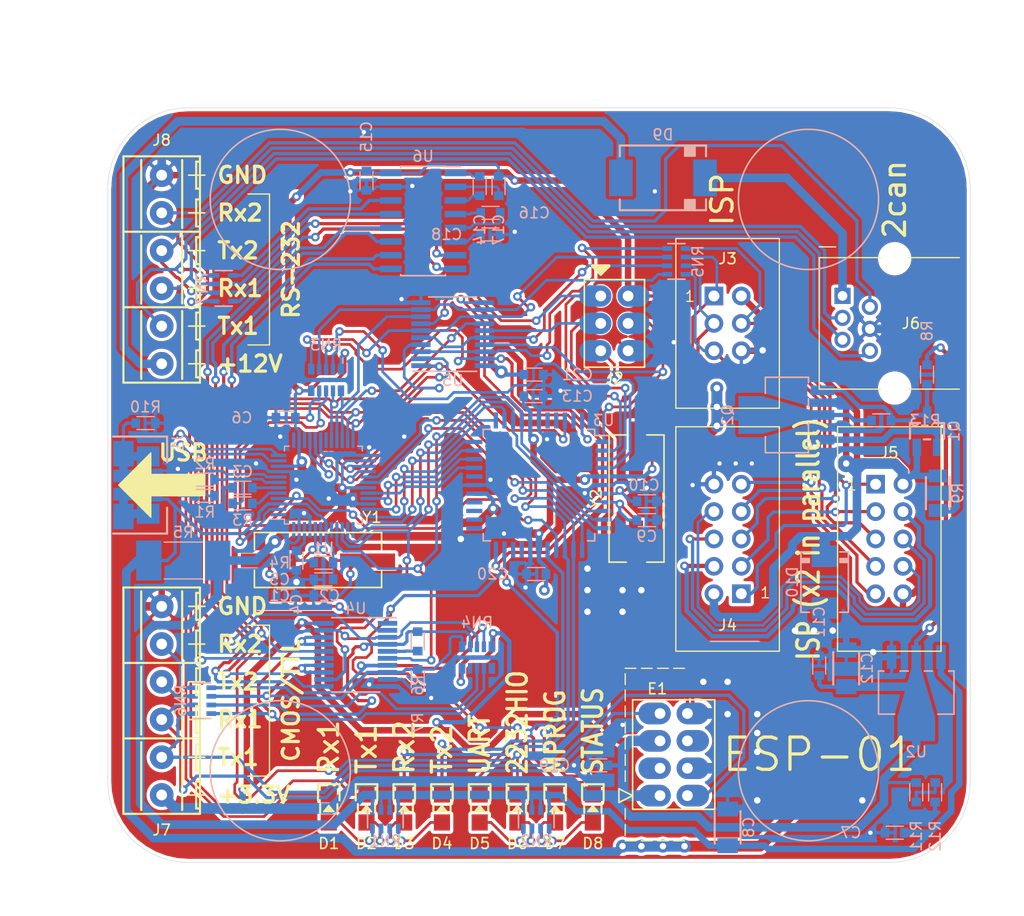
<source format=kicad_pcb>
(kicad_pcb (version 20171130) (host pcbnew 5.1.8-4.fc33)
  (layers (0 F.Cu signal) (31 B.Cu signal) (34 B.Paste user) (35 F.Paste user hide) (36 B.SilkS user) (37 F.SilkS user hide) (38 B.Mask user) (39 F.Mask user hide) (44 Edge.Cuts user))
  (net 0 "")
  (net 1 GNDD)
  (net 2 "Net-(C1-Pad1)")
  (net 3 "Net-(C2-Pad1)")
  (net 4 "Net-(C3-Pad1)")
  (net 5 "Net-(C4-Pad1)")
  (net 6 VCC)
  (net 7 +5V)
  (net 8 "Net-(C9-Pad1)")
  (net 9 "Net-(C10-Pad1)")
  (net 10 +3V3)
  (net 11 "Net-(C14-Pad2)")
  (net 12 "Net-(C14-Pad1)")
  (net 13 "Net-(C16-Pad2)")
  (net 14 "Net-(C16-Pad1)")
  (net 15 "Net-(C17-Pad2)")
  (net 16 "Net-(C18-Pad2)")
  (net 17 "Net-(D9-Pad2)")
  (net 18 +12V)
  (net 19 /TX1_3VR)
  (net 20 /RX1_3VR)
  (net 21 "Net-(J1-Pad5)")
  (net 22 /MCU_MISO)
  (net 23 /MCU_SCK)
  (net 24 /MCU_MOSI)
  (net 25 /MCU_RST)
  (net 26 /IDC_MISO)
  (net 27 /IDC_VCC)
  (net 28 /IDC_CLK)
  (net 29 /IDC_MOSI)
  (net 30 /IDC_RST)
  (net 31 /IDC_R)
  (net 32 /IDC_5V)
  (net 33 /IDC_CS)
  (net 34 /IDC_REL)
  (net 35 /RX2_RSR)
  (net 36 /TX2_RSR)
  (net 37 /RX1_RSR)
  (net 38 /TX1_RSR)
  (net 39 /RX2_3VR)
  (net 40 /TX2_3VR)
  (net 41 "Net-(R3-Pad1)")
  (net 42 /LED4_~WR)
  (net 43 /LED3_~RD)
  (net 44 /LED2)
  (net 45 /LED1)
  (net 46 /MCU_BUFF)
  (net 47 /FBUFF)
  (net 48 /USB_reset)
  (net 49 /ISP_RST)
  (net 50 /ISP_MISO)
  (net 51 /EEDATA)
  (net 52 /FCS)
  (net 53 /TX1_RS_3)
  (net 54 /RX1_3V)
  (net 55 /RX2_3V)
  (net 56 /TX2_RS_3)
  (net 57 /TX2_3V)
  (net 58 /TX1_3V)
  (net 59 /ISP_CLK)
  (net 60 /ISP_MOSI)
  (net 61 /RX2_RS)
  (net 62 /TX2_RS)
  (net 63 /RX1_RS)
  (net 64 /TX1_RS)
  (net 65 /PAR_0_T2)
  (net 66 /PAR_1_R2)
  (net 67 /PAR_2)
  (net 68 /PAR_3)
  (net 69 /PAR_4)
  (net 70 /PAR_5)
  (net 71 /PAR_6)
  (net 72 /PAR_7)
  (net 73 /FSCK_T1)
  (net 74 /FDO_R1)
  (net 75 /FDI)
  (net 76 /MCU_ROUT)
  (net 77 /RX2_RS_3)
  (net 78 /RX1_RS_3)
  (net 79 "Net-(R6-Pad2)")
  (net 80 "Net-(R7-Pad2)")
  (net 81 "Net-(D1-Pad2)")
  (net 82 "Net-(D2-Pad2)")
  (net 83 "Net-(D3-Pad2)")
  (net 84 "Net-(D4-Pad2)")
  (net 85 /EN_UART)
  (net 86 "Net-(D5-Pad2)")
  (net 87 "Net-(D6-Pad2)")
  (net 88 "Net-(D7-Pad2)")
  (net 89 /MCU_LED)
  (net 90 "Net-(D8-Pad2)")
  (net 91 /PAR_~RXF)
  (net 92 /PAR_~TXE)
  (net 93 /USB_D-)
  (net 94 /USB_D+)
  (net 95 /USBf_D-)
  (net 96 /USBf_D+)
  (net 97 "Net-(Q1-Pad3)")
  (net 98 "Net-(Q1-Pad1)")
  (net 99 "Net-(R11-Pad2)")
  (module NevaDA:DO-214AA_SMB (layer B.Cu) (at 126.5 109 270)
    (fp_text reference D10 (at 0 3 90) (layer B.SilkS) (effects (justify mirror)))
    (fp_text value SMBJ5.0A-E3/52)
    (pad 2 smd rect (at 2.4 0 270) (size 2 2.4) (layers B.Cu B.Paste B.Mask) (net 1 GNDD))
    (pad 1 smd rect (at -2.4 0 270) (size 2 2.4) (layers B.Cu B.Paste B.Mask) (net 27 /IDC_VCC))
  )
  (module NevaDA:R_0603 (layer B.Cu) (at 131.75 94)
    (fp_text reference R13 (at 4.064 0) (layer B.SilkS) (effects (justify mirror)))
    (fp_text value 100 hide)
    (pad 2 smd rect (at 0.9 0) (size 0.8 0.9) (layers B.Cu B.Paste B.Mask) (net 97 "Net-(Q1-Pad3)"))
    (pad 1 smd rect (at -0.9 0) (size 0.8 0.9) (layers B.Cu B.Paste B.Mask) (net 6 VCC))
  )
  (module NevaDA:R_0603 (layer B.Cu) (at 136.75 128.5 270)
    (fp_text reference R12 (at 4.064 0 90) (layer B.SilkS) (effects (justify mirror)))
    (fp_text value 100 hide)
    (pad 2 smd rect (at 0.9 0 270) (size 0.8 0.9) (layers B.Cu B.Paste B.Mask) (net 1 GNDD))
    (pad 1 smd rect (at -0.9 0 270) (size 0.8 0.9) (layers B.Cu B.Paste B.Mask) (net 99 "Net-(R11-Pad2)"))
  )
  (module NevaDA:R_0603 (layer B.Cu) (at 135 128.5 270)
    (fp_text reference R11 (at 4.064 0 90) (layer B.SilkS) (effects (justify mirror)))
    (fp_text value 100 hide)
    (pad 2 smd rect (at 0.9 0 270) (size 0.8 0.9) (layers B.Cu B.Paste B.Mask) (net 99 "Net-(R11-Pad2)"))
    (pad 1 smd rect (at -0.9 0 270) (size 0.8 0.9) (layers B.Cu B.Paste B.Mask) (net 10 +3V3))
  )
  (module NevaDA:R_1206 (layer B.Cu) (at 137 100.75 90)
    (fp_text reference R9 (at 0 1.85 90) (layer B.SilkS) (effects (justify mirror)))
    (fp_text value "1 1206" hide)
    (pad 2 smd rect (at 1.6 0 90) (size 1.2 1.7) (layers B.Cu B.Paste B.Mask) (net 27 /IDC_VCC))
    (pad 1 smd rect (at -1.6 0 90) (size 1.2 1.7) (layers B.Cu B.Paste B.Mask) (net 98 "Net-(Q1-Pad1)"))
  )
  (module NevaDA:R_0603 (layer B.Cu) (at 136 89.75 90)
    (fp_text reference R8 (at 4.064 0 90) (layer B.SilkS) (effects (justify mirror)))
    (fp_text value 100 hide)
    (pad 2 smd rect (at 0.9 0 90) (size 0.8 0.9) (layers B.Cu B.Paste B.Mask) (net 10 +3V3))
    (pad 1 smd rect (at -0.9 0 90) (size 0.8 0.9) (layers B.Cu B.Paste B.Mask) (net 97 "Net-(Q1-Pad3)"))
  )
  (module NevaDA:SOT-223 (layer B.Cu) (at 123 93.5 270)
    (fp_text reference Q2 (at 0 5.5 90) (layer B.SilkS) (effects (justify mirror)))
    (fp_text value FZT1049A)
    (pad 2 smd trapezoid (at 0 0 270) (size 2.2 4.5) (rect_delta 0 1.3) (layers B.Cu) (net 6 VCC))
    (pad 3 smd rect (at 2.29 -3.3 270) (size 0.9 2.2) (layers B.Cu B.Paste B.Mask) (net 98 "Net-(Q1-Pad1)"))
    (pad 2 smd rect (at 0 -3.3 270) (size 0.9 2.2) (layers B.Cu B.Paste B.Mask) (net 6 VCC))
    (pad 2 smd rect (at 0 3.3 270) (size 3.5 2.4) (layers B.Cu B.Paste B.Mask) (net 6 VCC))
    (pad 1 smd rect (at -2.29 -3.3 270) (size 0.9 2.2) (layers B.Cu B.Paste B.Mask) (net 97 "Net-(Q1-Pad3)"))
  )
  (module NevaDA:SOT-23 (layer B.Cu) (at 136 95 90)
    (fp_text reference Q1 (at 0 2.5 90) (layer B.SilkS) (effects (justify mirror)))
    (fp_text value BC817-40 hide)
    (pad 3 smd rect (at 1.5 0 90) (size 1.6 0.8) (layers B.Cu B.Paste B.Mask) (net 97 "Net-(Q1-Pad3)"))
    (pad 2 smd rect (at -1.5 -0.95 90) (size 1.6 0.8) (layers B.Cu B.Paste B.Mask) (net 27 /IDC_VCC))
    (pad 1 smd rect (at -1.5 0.95 90) (size 1.6 0.8) (layers B.Cu B.Paste B.Mask) (net 98 "Net-(Q1-Pad1)"))
  )
  (module NevaDA:TSSOP-20 (layer B.Cu) (at 92 86)
    (fp_text reference U5 (at 0 4.3) (layer B.SilkS) (effects (justify mirror)))
    (fp_text value 74LVC244AP)
    (pad 11 smd rect (at 2.95 -2.925) (size 1.8 0.45) (layers B.Cu B.Paste B.Mask) (net 76 /MCU_ROUT))
    (pad 12 smd rect (at 2.95 -2.275) (size 1.8 0.45) (layers B.Cu B.Paste B.Mask) (net 49 /ISP_RST))
    (pad 13 smd rect (at 2.95 -1.625) (size 1.8 0.45) (layers B.Cu B.Paste B.Mask) (net 50 /ISP_MISO))
    (pad 14 smd rect (at 2.95 -0.975) (size 1.8 0.45) (layers B.Cu B.Paste B.Mask) (net 75 /FDI))
    (pad 15 smd rect (at 2.95 -0.325) (size 1.8 0.45) (layers B.Cu B.Paste B.Mask) (net 23 /MCU_SCK))
    (pad 16 smd rect (at 2.95 0.325) (size 1.8 0.45) (layers B.Cu B.Paste B.Mask) (net 59 /ISP_CLK))
    (pad 17 smd rect (at 2.95 0.975) (size 1.8 0.45) (layers B.Cu B.Paste B.Mask) (net 24 /MCU_MOSI))
    (pad 18 smd rect (at 2.95 1.625) (size 1.8 0.45) (layers B.Cu B.Paste B.Mask) (net 60 /ISP_MOSI))
    (pad 19 smd rect (at 2.95 2.275) (size 1.8 0.45) (layers B.Cu B.Paste B.Mask) (net 46 /MCU_BUFF))
    (pad 10 smd rect (at -2.95 -2.925) (size 1.8 0.45) (layers B.Cu B.Paste B.Mask) (net 1 GNDD))
    (pad 9 smd rect (at -2.95 -2.275) (size 1.8 0.45) (layers B.Cu B.Paste B.Mask) (net 49 /ISP_RST))
    (pad 8 smd rect (at -2.95 -1.625) (size 1.8 0.45) (layers B.Cu B.Paste B.Mask) (net 52 /FCS))
    (pad 7 smd rect (at -2.95 -0.975) (size 1.8 0.45) (layers B.Cu B.Paste B.Mask) (net 22 /MCU_MISO))
    (pad 6 smd rect (at -2.95 -0.325) (size 1.8 0.45) (layers B.Cu B.Paste B.Mask) (net 50 /ISP_MISO))
    (pad 5 smd rect (at -2.95 0.325) (size 1.8 0.45) (layers B.Cu B.Paste B.Mask) (net 59 /ISP_CLK))
    (pad 4 smd rect (at -2.95 0.975) (size 1.8 0.45) (layers B.Cu B.Paste B.Mask) (net 73 /FSCK_T1))
    (pad 3 smd rect (at -2.95 1.625) (size 1.8 0.45) (layers B.Cu B.Paste B.Mask) (net 60 /ISP_MOSI))
    (pad 2 smd rect (at -2.95 2.275) (size 1.8 0.45) (layers B.Cu B.Paste B.Mask) (net 74 /FDO_R1))
    (pad 20 smd rect (at 2.95 2.925) (size 1.8 0.45) (layers B.Cu B.Paste B.Mask) (net 10 +3V3))
    (pad 1 smd rect (at -2.95 2.925) (size 1.8 0.45) (layers B.Cu B.Paste B.Mask) (net 47 /FBUFF))
  )
  (module NevaDA:C_0603 (layer B.Cu) (at 99.5 89.75)
    (fp_text reference C21 (at 4.064 0) (layer B.SilkS) (effects (justify mirror)))
    (fp_text value 0.22u hide)
    (pad 2 smd rect (at 0.9 0) (size 0.8 0.9) (layers B.Cu B.Paste B.Mask) (net 1 GNDD))
    (pad 1 smd rect (at -0.9 0) (size 0.8 0.9) (layers B.Cu B.Paste B.Mask) (net 10 +3V3))
  )
  (module NevaDA:PLD-6 (layer F.Cu) (at 107 85)
    (fp_text reference J2 (at 0 5.08) (layer F.SilkS))
    (fp_text value IDC-06)
    (pad 6 thru_hole circle (at 1.27 2.54) (size 1.6 1.6) (drill 1) (layers *.Cu *.Mask) (net 1 GNDD))
    (pad 5 thru_hole circle (at -1.27 2.54) (size 1.6 1.6) (drill 1) (layers *.Cu *.Mask) (net 25 /MCU_RST))
    (pad 4 thru_hole circle (at 1.27 0) (size 1.6 1.6) (drill 1) (layers *.Cu *.Mask) (net 24 /MCU_MOSI))
    (pad 3 thru_hole circle (at -1.27 0) (size 1.6 1.6) (drill 1) (layers *.Cu *.Mask) (net 23 /MCU_SCK))
    (pad 2 thru_hole circle (at 1.27 -2.54) (size 1.6 1.6) (drill 1) (layers *.Cu *.Mask) (net 7 +5V))
    (pad 1 thru_hole circle (at -1.27 -2.54) (size 1.6 1.6) (drill 1) (layers *.Cu *.Mask) (net 22 /MCU_MISO))
    (pad 6 smd oval (at 1.27 2.54) (size 3 2) (drill (offset 0.5 0)) (layers B.Cu B.Mask) (net 1 GNDD))
    (pad 5 smd oval (at -1.27 2.54) (size 3 2) (drill (offset -0.5 0)) (layers B.Cu B.Mask) (net 25 /MCU_RST))
    (pad 4 smd oval (at 1.27 0) (size 3 2) (drill (offset 0.5 0)) (layers B.Cu B.Mask) (net 24 /MCU_MOSI))
    (pad 3 smd oval (at -1.27 0) (size 3 2) (drill (offset -0.5 0)) (layers B.Cu B.Mask) (net 23 /MCU_SCK))
    (pad 2 smd oval (at 1.27 -2.54) (size 3 2) (drill (offset 0.5 0)) (layers B.Cu B.Mask) (net 7 +5V))
    (pad 1 smd oval (at -1.27 -2.54) (size 3 2) (drill (offset -0.5 0)) (layers B.Cu B.Mask) (net 22 /MCU_MISO))
  )
  (module NevaDA:TQFP-44 (layer B.Cu) (at 100 100 180)
    (fp_text reference U3 (at -6 6) (layer B.SilkS) (effects (justify mirror)))
    (fp_text value ATmega324A-AU)
    (pad 44 smd rect (at -4 6 90) (size 1.5 0.4) (layers B.Cu B.Paste B.Mask) (net 76 /MCU_ROUT))
    (pad 43 smd rect (at -3.2 6 90) (size 1.5 0.4) (layers B.Cu B.Paste B.Mask))
    (pad 42 smd rect (at -2.4 6 90) (size 1.5 0.4) (layers B.Cu B.Paste B.Mask) (net 47 /FBUFF))
    (pad 41 smd rect (at -1.6 6 90) (size 1.5 0.4) (layers B.Cu B.Paste B.Mask))
    (pad 40 smd rect (at -0.8 6 90) (size 1.5 0.4) (layers B.Cu B.Paste B.Mask))
    (pad 39 smd rect (at 0 6 90) (size 1.5 0.4) (layers B.Cu B.Paste B.Mask) (net 1 GNDD))
    (pad 38 smd rect (at 0.8 6 90) (size 1.5 0.4) (layers B.Cu B.Paste B.Mask) (net 7 +5V))
    (pad 37 smd rect (at 1.6 6 90) (size 1.5 0.4) (layers B.Cu B.Paste B.Mask) (net 65 /PAR_0_T2))
    (pad 36 smd rect (at 2.4 6 90) (size 1.5 0.4) (layers B.Cu B.Paste B.Mask) (net 66 /PAR_1_R2))
    (pad 35 smd rect (at 3.2 6 90) (size 1.5 0.4) (layers B.Cu B.Paste B.Mask) (net 67 /PAR_2))
    (pad 34 smd rect (at 4 6 90) (size 1.5 0.4) (layers B.Cu B.Paste B.Mask) (net 68 /PAR_3))
    (pad 33 smd rect (at 6 4 180) (size 1.5 0.4) (layers B.Cu B.Paste B.Mask) (net 69 /PAR_4))
    (pad 32 smd rect (at 6 3.2 180) (size 1.5 0.4) (layers B.Cu B.Paste B.Mask) (net 70 /PAR_5))
    (pad 31 smd rect (at 6 2.4 180) (size 1.5 0.4) (layers B.Cu B.Paste B.Mask) (net 71 /PAR_6))
    (pad 30 smd rect (at 6 1.6 180) (size 1.5 0.4) (layers B.Cu B.Paste B.Mask) (net 72 /PAR_7))
    (pad 29 smd rect (at 6 0.8 180) (size 1.5 0.4) (layers B.Cu B.Paste B.Mask))
    (pad 28 smd rect (at 6 0 180) (size 1.5 0.4) (layers B.Cu B.Paste B.Mask) (net 1 GNDD))
    (pad 27 smd rect (at 6 -0.8 180) (size 1.5 0.4) (layers B.Cu B.Paste B.Mask) (net 7 +5V))
    (pad 26 smd rect (at 6 -1.6 180) (size 1.5 0.4) (layers B.Cu B.Paste B.Mask))
    (pad 25 smd rect (at 6 -2.4 180) (size 1.5 0.4) (layers B.Cu B.Paste B.Mask))
    (pad 24 smd rect (at 6 -3.2 180) (size 1.5 0.4) (layers B.Cu B.Paste B.Mask))
    (pad 23 smd rect (at 6 -4 180) (size 1.5 0.4) (layers B.Cu B.Paste B.Mask))
    (pad 22 smd rect (at 4 -6 90) (size 1.5 0.4) (layers B.Cu B.Paste B.Mask) (net 46 /MCU_BUFF))
    (pad 21 smd rect (at 3.2 -6 90) (size 1.5 0.4) (layers B.Cu B.Paste B.Mask) (net 85 /EN_UART))
    (pad 20 smd rect (at 2.4 -6 90) (size 1.5 0.4) (layers B.Cu B.Paste B.Mask))
    (pad 19 smd rect (at 1.6 -6 90) (size 1.5 0.4) (layers B.Cu B.Paste B.Mask))
    (pad 18 smd rect (at 0.8 -6 90) (size 1.5 0.4) (layers B.Cu B.Paste B.Mask) (net 1 GNDD))
    (pad 17 smd rect (at 0 -6 90) (size 1.5 0.4) (layers B.Cu B.Paste B.Mask) (net 7 +5V))
    (pad 16 smd rect (at -0.8 -6 90) (size 1.5 0.4) (layers B.Cu B.Paste B.Mask) (net 89 /MCU_LED))
    (pad 15 smd rect (at -1.6 -6 90) (size 1.5 0.4) (layers B.Cu B.Paste B.Mask) (net 48 /USB_reset))
    (pad 14 smd rect (at -2.4 -6 90) (size 1.5 0.4) (layers B.Cu B.Paste B.Mask) (net 42 /LED4_~WR))
    (pad 13 smd rect (at -3.2 -6 90) (size 1.5 0.4) (layers B.Cu B.Paste B.Mask) (net 43 /LED3_~RD))
    (pad 12 smd rect (at -4 -6 90) (size 1.5 0.4) (layers B.Cu B.Paste B.Mask) (net 92 /PAR_~TXE))
    (pad 11 smd rect (at -6 -4 180) (size 1.5 0.4) (layers B.Cu B.Paste B.Mask) (net 91 /PAR_~RXF))
    (pad 10 smd rect (at -6 -3.2 180) (size 1.5 0.4) (layers B.Cu B.Paste B.Mask) (net 66 /PAR_1_R2))
    (pad 9 smd rect (at -6 -2.4 180) (size 1.5 0.4) (layers B.Cu B.Paste B.Mask) (net 65 /PAR_0_T2))
    (pad 8 smd rect (at -6 -1.6 180) (size 1.5 0.4) (layers B.Cu B.Paste B.Mask) (net 8 "Net-(C9-Pad1)"))
    (pad 7 smd rect (at -6 -0.8 180) (size 1.5 0.4) (layers B.Cu B.Paste B.Mask) (net 9 "Net-(C10-Pad1)"))
    (pad 6 smd rect (at -6 0 180) (size 1.5 0.4) (layers B.Cu B.Paste B.Mask) (net 1 GNDD))
    (pad 5 smd rect (at -6 0.8 180) (size 1.5 0.4) (layers B.Cu B.Paste B.Mask) (net 7 +5V))
    (pad 4 smd rect (at -6 1.6 180) (size 1.5 0.4) (layers B.Cu B.Paste B.Mask) (net 25 /MCU_RST))
    (pad 3 smd rect (at -6 2.4 180) (size 1.5 0.4) (layers B.Cu B.Paste B.Mask) (net 23 /MCU_SCK))
    (pad 2 smd rect (at -6 3.2 180) (size 1.5 0.4) (layers B.Cu B.Paste B.Mask) (net 22 /MCU_MISO))
    (pad 1 smd rect (at -6 4 180) (size 1.5 0.4) (layers B.Cu B.Paste B.Mask) (net 24 /MCU_MOSI))
  )
  (module NevaDA:C_0603 (layer B.Cu) (at 99.75 108.25 180)
    (fp_text reference C20 (at 4.064 0) (layer B.SilkS) (effects (justify mirror)))
    (fp_text value 0.22u hide)
    (pad 2 smd rect (at 0.9 0 180) (size 0.8 0.9) (layers B.Cu B.Paste B.Mask) (net 1 GNDD))
    (pad 1 smd rect (at -0.9 0 180) (size 0.8 0.9) (layers B.Cu B.Paste B.Mask) (net 7 +5V))
  )
  (module NevaDA:StickyPad_13mm (layer B.Cu) (at 125 126.5)
    (fp_text reference V4 hide)
    (fp_text value Virtual)
  )
  (module NevaDA:StickyPad_13mm (layer B.Cu) (at 125 73.5)
    (fp_text reference V3 hide)
    (fp_text value Virtual)
  )
  (module NevaDA:StickyPad_13mm (layer B.Cu) (at 76 126.5)
    (fp_text reference V2 hide)
    (fp_text value Virtual)
  )
  (module NevaDA:StickyPad_13mm (layer B.Cu) (at 76 73.5)
    (fp_text reference V1 hide)
    (fp_text value Virtual)
  )
  (module NevaDA:R_0603 (layer B.Cu) (at 63.5 94.25)
    (fp_text reference R10 (at 0 -1.5) (layer B.SilkS) (effects (justify mirror)))
    (fp_text value 1M hide)
    (pad 2 smd rect (at 0.9 0) (size 0.8 0.9) (layers B.Cu B.Paste B.Mask) (net 1 GNDD))
    (pad 1 smd rect (at -0.9 0) (size 0.8 0.9) (layers B.Cu B.Paste B.Mask) (net 21 "Net-(J1-Pad5)"))
  )
  (module NevaDA:R_0603 (layer B.Cu) (at 88.75 118 270)
    (fp_text reference R7 (at 4.064 0 90) (layer B.SilkS) (effects (justify mirror)))
    (fp_text value 1k hide)
    (pad 2 smd rect (at 0.9 0 270) (size 0.8 0.9) (layers B.Cu B.Paste B.Mask) (net 80 "Net-(R7-Pad2)"))
    (pad 1 smd rect (at -0.9 0 270) (size 0.8 0.9) (layers B.Cu B.Paste B.Mask) (net 55 /RX2_3V))
  )
  (module NevaDA:R_0603 (layer B.Cu) (at 88.75 114.5 270)
    (fp_text reference R6 (at 4.064 0 90) (layer B.SilkS) (effects (justify mirror)))
    (fp_text value 1k hide)
    (pad 2 smd rect (at 0.9 0 270) (size 0.8 0.9) (layers B.Cu B.Paste B.Mask) (net 79 "Net-(R6-Pad2)"))
    (pad 1 smd rect (at -0.9 0 270) (size 0.8 0.9) (layers B.Cu B.Paste B.Mask) (net 54 /RX1_3V))
  )
  (module NevaDA:Crystal_HC-49SMD (layer F.Cu) (at 109 101.25 90)
    (fp_text reference Y2 (at 0 -3.7 90) (layer F.SilkS))
    (fp_text value "16 MHz")
    (pad 2 smd circle (at 0 0 135) (size 1 1) (layers F.Cu) (net 1 GNDD))
    (pad 3 smd rect (at 4.6 0 90) (size 5.1 1.3) (layers F.Cu F.Paste F.Mask) (net 9 "Net-(C10-Pad1)"))
    (pad 1 smd rect (at -4.6 0 90) (size 5.1 1.3) (layers F.Cu F.Paste F.Mask) (net 8 "Net-(C9-Pad1)"))
  )
  (module NevaDA:Crystal_HC-49SMD (layer F.Cu) (at 79.5 107 180)
    (fp_text reference Y1 (at -5 4) (layer F.SilkS))
    (fp_text value "6 MHz")
    (pad 2 smd circle (at 0 0 225) (size 1 1) (layers F.Cu) (net 1 GNDD))
    (pad 3 smd rect (at 4.6 0 180) (size 5.1 1.3) (layers F.Cu F.Paste F.Mask) (net 3 "Net-(C2-Pad1)"))
    (pad 1 smd rect (at -4.6 0 180) (size 5.1 1.3) (layers F.Cu F.Paste F.Mask) (net 2 "Net-(C1-Pad1)"))
  )
  (module NevaDA:SOIC-16 (layer B.Cu) (at 89.25 75.5 180)
    (fp_text reference U6 (at 0 6) (layer B.SilkS) (effects (justify mirror)))
    (fp_text value ST232BD)
    (pad 8 smd rect (at -3 -4.445 180) (size 2 0.6) (layers B.Cu B.Paste B.Mask) (net 61 /RX2_RS))
    (pad 7 smd rect (at -3 -3.175 180) (size 2 0.6) (layers B.Cu B.Paste B.Mask) (net 62 /TX2_RS))
    (pad 6 smd rect (at -3 -1.905 180) (size 2 0.6) (layers B.Cu B.Paste B.Mask) (net 16 "Net-(C18-Pad2)"))
    (pad 5 smd rect (at -3 -0.635 180) (size 2 0.6) (layers B.Cu B.Paste B.Mask) (net 13 "Net-(C16-Pad2)"))
    (pad 4 smd rect (at -3 0.635 180) (size 2 0.6) (layers B.Cu B.Paste B.Mask) (net 14 "Net-(C16-Pad1)"))
    (pad 3 smd rect (at -3 1.905 180) (size 2 0.6) (layers B.Cu B.Paste B.Mask) (net 11 "Net-(C14-Pad2)"))
    (pad 2 smd rect (at -3 3.175 180) (size 2 0.6) (layers B.Cu B.Paste B.Mask) (net 15 "Net-(C17-Pad2)"))
    (pad 1 smd rect (at -3 4.445 180) (size 2 0.6) (layers B.Cu B.Paste B.Mask) (net 12 "Net-(C14-Pad1)"))
    (pad 9 smd rect (at 3 -4.445 180) (size 2 0.6) (layers B.Cu B.Paste B.Mask) (net 77 /RX2_RS_3))
    (pad 10 smd rect (at 3 -3.175 180) (size 2 0.6) (layers B.Cu B.Paste B.Mask) (net 56 /TX2_RS_3))
    (pad 11 smd rect (at 3 -1.905 180) (size 2 0.6) (layers B.Cu B.Paste B.Mask) (net 53 /TX1_RS_3))
    (pad 12 smd rect (at 3 -0.635 180) (size 2 0.6) (layers B.Cu B.Paste B.Mask) (net 78 /RX1_RS_3))
    (pad 13 smd rect (at 3 0.635 180) (size 2 0.6) (layers B.Cu B.Paste B.Mask) (net 63 /RX1_RS))
    (pad 14 smd rect (at 3 1.905 180) (size 2 0.6) (layers B.Cu B.Paste B.Mask) (net 64 /TX1_RS))
    (pad 15 smd rect (at 3 3.175 180) (size 2 0.6) (layers B.Cu B.Paste B.Mask) (net 1 GNDD))
    (pad 16 smd rect (at 3 4.445 180) (size 2 0.6) (layers B.Cu B.Paste B.Mask) (net 7 +5V))
  )
  (module NevaDA:TSSOP-20 (layer B.Cu) (at 83 115.75 180)
    (fp_text reference U4 (at 0 4.3) (layer B.SilkS) (effects (justify mirror)))
    (fp_text value 74LVC244AP)
    (pad 11 smd rect (at 2.95 -2.925 180) (size 1.8 0.45) (layers B.Cu B.Paste B.Mask) (net 77 /RX2_RS_3))
    (pad 12 smd rect (at 2.95 -2.275 180) (size 1.8 0.45) (layers B.Cu B.Paste B.Mask) (net 66 /PAR_1_R2))
    (pad 13 smd rect (at 2.95 -1.625 180) (size 1.8 0.45) (layers B.Cu B.Paste B.Mask) (net 57 /TX2_3V))
    (pad 14 smd rect (at 2.95 -0.975 180) (size 1.8 0.45) (layers B.Cu B.Paste B.Mask) (net 57 /TX2_3V))
    (pad 15 smd rect (at 2.95 -0.325 180) (size 1.8 0.45) (layers B.Cu B.Paste B.Mask) (net 78 /RX1_RS_3))
    (pad 16 smd rect (at 2.95 0.325 180) (size 1.8 0.45) (layers B.Cu B.Paste B.Mask) (net 74 /FDO_R1))
    (pad 17 smd rect (at 2.95 0.975 180) (size 1.8 0.45) (layers B.Cu B.Paste B.Mask) (net 58 /TX1_3V))
    (pad 18 smd rect (at 2.95 1.625 180) (size 1.8 0.45) (layers B.Cu B.Paste B.Mask) (net 58 /TX1_3V))
    (pad 19 smd rect (at 2.95 2.275 180) (size 1.8 0.45) (layers B.Cu B.Paste B.Mask) (net 85 /EN_UART))
    (pad 10 smd rect (at -2.95 -2.925 180) (size 1.8 0.45) (layers B.Cu B.Paste B.Mask) (net 1 GNDD))
    (pad 9 smd rect (at -2.95 -2.275 180) (size 1.8 0.45) (layers B.Cu B.Paste B.Mask) (net 80 "Net-(R7-Pad2)"))
    (pad 8 smd rect (at -2.95 -1.625 180) (size 1.8 0.45) (layers B.Cu B.Paste B.Mask) (net 55 /RX2_3V))
    (pad 7 smd rect (at -2.95 -0.975 180) (size 1.8 0.45) (layers B.Cu B.Paste B.Mask) (net 56 /TX2_RS_3))
    (pad 6 smd rect (at -2.95 -0.325 180) (size 1.8 0.45) (layers B.Cu B.Paste B.Mask) (net 65 /PAR_0_T2))
    (pad 5 smd rect (at -2.95 0.325 180) (size 1.8 0.45) (layers B.Cu B.Paste B.Mask) (net 79 "Net-(R6-Pad2)"))
    (pad 4 smd rect (at -2.95 0.975 180) (size 1.8 0.45) (layers B.Cu B.Paste B.Mask) (net 54 /RX1_3V))
    (pad 3 smd rect (at -2.95 1.625 180) (size 1.8 0.45) (layers B.Cu B.Paste B.Mask) (net 53 /TX1_RS_3))
    (pad 2 smd rect (at -2.95 2.275 180) (size 1.8 0.45) (layers B.Cu B.Paste B.Mask) (net 73 /FSCK_T1))
    (pad 20 smd rect (at 2.95 2.925 180) (size 1.8 0.45) (layers B.Cu B.Paste B.Mask) (net 10 +3V3))
    (pad 1 smd rect (at -2.95 2.925 180) (size 1.8 0.45) (layers B.Cu B.Paste B.Mask) (net 85 /EN_UART))
  )
  (module NevaDA:SOT-223 (layer B.Cu) (at 135 119.25)
    (fp_text reference U2 (at 0 5.5) (layer B.SilkS) (effects (justify mirror)))
    (fp_text value AMS1117-3.3)
    (pad 2 smd trapezoid (at 0 0) (size 2.2 4.5) (rect_delta 0 1.3) (layers B.Cu) (net 10 +3V3))
    (pad 3 smd rect (at 2.29 -3.3) (size 0.9 2.2) (layers B.Cu B.Paste B.Mask) (net 7 +5V))
    (pad 2 smd rect (at 0 -3.3) (size 0.9 2.2) (layers B.Cu B.Paste B.Mask) (net 10 +3V3))
    (pad 2 smd rect (at 0 3.3) (size 3.5 2.4) (layers B.Cu B.Paste B.Mask) (net 10 +3V3))
    (pad 1 smd rect (at -2.29 -3.3) (size 0.9 2.2) (layers B.Cu B.Paste B.Mask) (net 1 GNDD))
  )
  (module NevaDA:LQFP-48_7x7mm_P0.5mm (layer B.Cu) (at 80 100)
    (fp_text reference U1 (at 0 5.85) (layer B.SilkS) (effects (justify mirror)))
    (fp_text value FT2232D)
    (pad 48 smd roundrect (at -2.75 4.1625) (size 0.3 1.475) (layers B.Cu B.Paste B.Mask))
    (pad 47 smd roundrect (at -2.25 4.1625) (size 0.3 1.475) (layers B.Cu B.Paste B.Mask) (net 1 GNDD))
    (pad 46 smd roundrect (at -1.75 4.1625) (size 0.3 1.475) (layers B.Cu B.Paste B.Mask) (net 5 "Net-(C4-Pad1)"))
    (pad 45 smd roundrect (at -1.25 4.1625) (size 0.3 1.475) (layers B.Cu B.Paste B.Mask) (net 1 GNDD))
    (pad 44 smd roundrect (at -0.75 4.1625) (size 0.3 1.475) (layers B.Cu B.Paste B.Mask) (net 3 "Net-(C2-Pad1)"))
    (pad 43 smd roundrect (at -0.25 4.1625) (size 0.3 1.475) (layers B.Cu B.Paste B.Mask) (net 2 "Net-(C1-Pad1)"))
    (pad 42 smd roundrect (at 0.25 4.1625) (size 0.3 1.475) (layers B.Cu B.Paste B.Mask) (net 6 VCC))
    (pad 41 smd roundrect (at 0.75 4.1625) (size 0.3 1.475) (layers B.Cu B.Paste B.Mask))
    (pad 40 smd roundrect (at 1.25 4.1625) (size 0.3 1.475) (layers B.Cu B.Paste B.Mask) (net 65 /PAR_0_T2))
    (pad 39 smd roundrect (at 1.75 4.1625) (size 0.3 1.475) (layers B.Cu B.Paste B.Mask) (net 66 /PAR_1_R2))
    (pad 38 smd roundrect (at 2.25 4.1625) (size 0.3 1.475) (layers B.Cu B.Paste B.Mask) (net 67 /PAR_2))
    (pad 37 smd roundrect (at 2.75 4.1625) (size 0.3 1.475) (layers B.Cu B.Paste B.Mask) (net 68 /PAR_3))
    (pad 36 smd roundrect (at 4.1625 2.75) (size 1.475 0.3) (layers B.Cu B.Paste B.Mask) (net 69 /PAR_4))
    (pad 35 smd roundrect (at 4.1625 2.25) (size 1.475 0.3) (layers B.Cu B.Paste B.Mask) (net 70 /PAR_5))
    (pad 34 smd roundrect (at 4.1625 1.75) (size 1.475 0.3) (layers B.Cu B.Paste B.Mask) (net 1 GNDD))
    (pad 33 smd roundrect (at 4.1625 1.25) (size 1.475 0.3) (layers B.Cu B.Paste B.Mask) (net 71 /PAR_6))
    (pad 32 smd roundrect (at 4.1625 0.75) (size 1.475 0.3) (layers B.Cu B.Paste B.Mask) (net 72 /PAR_7))
    (pad 31 smd roundrect (at 4.1625 0.25) (size 1.475 0.3) (layers B.Cu B.Paste B.Mask) (net 7 +5V))
    (pad 30 smd roundrect (at 4.1625 -0.25) (size 1.475 0.3) (layers B.Cu B.Paste B.Mask) (net 91 /PAR_~RXF))
    (pad 29 smd roundrect (at 4.1625 -0.75) (size 1.475 0.3) (layers B.Cu B.Paste B.Mask) (net 92 /PAR_~TXE))
    (pad 28 smd roundrect (at 4.1625 -1.25) (size 1.475 0.3) (layers B.Cu B.Paste B.Mask) (net 43 /LED3_~RD))
    (pad 27 smd roundrect (at 4.1625 -1.75) (size 1.475 0.3) (layers B.Cu B.Paste B.Mask) (net 42 /LED4_~WR))
    (pad 26 smd roundrect (at 4.1625 -2.25) (size 1.475 0.3) (layers B.Cu B.Paste B.Mask) (net 7 +5V))
    (pad 25 smd roundrect (at 4.1625 -2.75) (size 1.475 0.3) (layers B.Cu B.Paste B.Mask) (net 1 GNDD))
    (pad 24 smd roundrect (at 2.75 -4.1625) (size 0.3 1.475) (layers B.Cu B.Paste B.Mask) (net 73 /FSCK_T1))
    (pad 23 smd roundrect (at 2.25 -4.1625) (size 0.3 1.475) (layers B.Cu B.Paste B.Mask) (net 74 /FDO_R1))
    (pad 22 smd roundrect (at 1.75 -4.1625) (size 0.3 1.475) (layers B.Cu B.Paste B.Mask) (net 75 /FDI))
    (pad 21 smd roundrect (at 1.25 -4.1625) (size 0.3 1.475) (layers B.Cu B.Paste B.Mask) (net 52 /FCS))
    (pad 20 smd roundrect (at 0.75 -4.1625) (size 0.3 1.475) (layers B.Cu B.Paste B.Mask) (net 47 /FBUFF))
    (pad 19 smd roundrect (at 0.25 -4.1625) (size 0.3 1.475) (layers B.Cu B.Paste B.Mask))
    (pad 18 smd roundrect (at -0.25 -4.1625) (size 0.3 1.475) (layers B.Cu B.Paste B.Mask) (net 1 GNDD))
    (pad 17 smd roundrect (at -0.75 -4.1625) (size 0.3 1.475) (layers B.Cu B.Paste B.Mask) (net 43 /LED3_~RD))
    (pad 16 smd roundrect (at -1.25 -4.1625) (size 0.3 1.475) (layers B.Cu B.Paste B.Mask) (net 42 /LED4_~WR))
    (pad 15 smd roundrect (at -1.75 -4.1625) (size 0.3 1.475) (layers B.Cu B.Paste B.Mask))
    (pad 14 smd roundrect (at -2.25 -4.1625) (size 0.3 1.475) (layers B.Cu B.Paste B.Mask) (net 7 +5V))
    (pad 13 smd roundrect (at -2.75 -4.1625) (size 0.3 1.475) (layers B.Cu B.Paste B.Mask))
    (pad 12 smd roundrect (at -4.1625 -2.75) (size 1.475 0.3) (layers B.Cu B.Paste B.Mask) (net 45 /LED1))
    (pad 11 smd roundrect (at -4.1625 -2.25) (size 1.475 0.3) (layers B.Cu B.Paste B.Mask) (net 44 /LED2))
    (pad 10 smd roundrect (at -4.1625 -1.75) (size 1.475 0.3) (layers B.Cu B.Paste B.Mask) (net 7 +5V))
    (pad 9 smd roundrect (at -4.1625 -1.25) (size 1.475 0.3) (layers B.Cu B.Paste B.Mask) (net 1 GNDD))
    (pad 8 smd roundrect (at -4.1625 -0.75) (size 1.475 0.3) (layers B.Cu B.Paste B.Mask) (net 95 /USBf_D-))
    (pad 7 smd roundrect (at -4.1625 -0.25) (size 1.475 0.3) (layers B.Cu B.Paste B.Mask) (net 96 /USBf_D+))
    (pad 6 smd roundrect (at -4.1625 0.25) (size 1.475 0.3) (layers B.Cu B.Paste B.Mask) (net 4 "Net-(C3-Pad1)"))
    (pad 5 smd roundrect (at -4.1625 0.75) (size 1.475 0.3) (layers B.Cu B.Paste B.Mask) (net 41 "Net-(R3-Pad1)"))
    (pad 4 smd roundrect (at -4.1625 1.25) (size 1.475 0.3) (layers B.Cu B.Paste B.Mask) (net 48 /USB_reset))
    (pad 3 smd roundrect (at -4.1625 1.75) (size 1.475 0.3) (layers B.Cu B.Paste B.Mask) (net 6 VCC))
    (pad 2 smd roundrect (at -4.1625 2.25) (size 1.475 0.3) (layers B.Cu B.Paste B.Mask) (net 51 /EEDATA))
    (pad 1 smd roundrect (at -4.1625 2.75) (size 1.475 0.3) (layers B.Cu B.Paste B.Mask))
  )
  (module NevaDA:R_CAT-16-4 (layer B.Cu) (at 70.75 81.75 270)
    (fp_text reference RN7 (at 0 2 90) (layer B.SilkS) (effects (justify mirror)))
    (fp_text value CAT16-471J4)
    (pad 4 smd rect (at 1.2 -0.85 270) (size 0.44 0.9) (layers B.Cu B.Paste B.Mask) (net 61 /RX2_RS))
    (pad 3 smd rect (at 0.4 -0.85 270) (size 0.44 0.9) (layers B.Cu B.Paste B.Mask) (net 62 /TX2_RS))
    (pad 2 smd rect (at -0.4 -0.85 270) (size 0.44 0.9) (layers B.Cu B.Paste B.Mask) (net 63 /RX1_RS))
    (pad 1 smd rect (at -1.2 -0.85 270) (size 0.44 0.9) (layers B.Cu B.Paste B.Mask) (net 64 /TX1_RS))
    (pad 5 smd rect (at 1.2 0.85 270) (size 0.44 0.9) (layers B.Cu B.Paste B.Mask) (net 35 /RX2_RSR))
    (pad 6 smd rect (at 0.4 0.85 270) (size 0.44 0.9) (layers B.Cu B.Paste B.Mask) (net 36 /TX2_RSR))
    (pad 7 smd rect (at -0.4 0.85 270) (size 0.44 0.9) (layers B.Cu B.Paste B.Mask) (net 37 /RX1_RSR))
    (pad 8 smd rect (at -1.2 0.85 270) (size 0.44 0.9) (layers B.Cu B.Paste B.Mask) (net 38 /TX1_RSR))
  )
  (module NevaDA:R_CAT-16-4 (layer B.Cu) (at 68.75 120 270)
    (fp_text reference RN6 (at 0 2 90) (layer B.SilkS) (effects (justify mirror)))
    (fp_text value CAT16-471J4)
    (pad 4 smd rect (at 1.2 -0.85 270) (size 0.44 0.9) (layers B.Cu B.Paste B.Mask) (net 58 /TX1_3V))
    (pad 3 smd rect (at 0.4 -0.85 270) (size 0.44 0.9) (layers B.Cu B.Paste B.Mask) (net 54 /RX1_3V))
    (pad 2 smd rect (at -0.4 -0.85 270) (size 0.44 0.9) (layers B.Cu B.Paste B.Mask) (net 57 /TX2_3V))
    (pad 1 smd rect (at -1.2 -0.85 270) (size 0.44 0.9) (layers B.Cu B.Paste B.Mask) (net 55 /RX2_3V))
    (pad 5 smd rect (at 1.2 0.85 270) (size 0.44 0.9) (layers B.Cu B.Paste B.Mask) (net 19 /TX1_3VR))
    (pad 6 smd rect (at 0.4 0.85 270) (size 0.44 0.9) (layers B.Cu B.Paste B.Mask) (net 20 /RX1_3VR))
    (pad 7 smd rect (at -0.4 0.85 270) (size 0.44 0.9) (layers B.Cu B.Paste B.Mask) (net 40 /TX2_3VR))
    (pad 8 smd rect (at -1.2 0.85 270) (size 0.44 0.9) (layers B.Cu B.Paste B.Mask) (net 39 /RX2_3VR))
  )
  (module NevaDA:R_CAT-16-4 (layer B.Cu) (at 112.75 79.25 90)
    (fp_text reference RN5 (at 0 2 90) (layer B.SilkS) (effects (justify mirror)))
    (fp_text value CAT16-471J4)
    (pad 4 smd rect (at 1.2 -0.85 90) (size 0.44 0.9) (layers B.Cu B.Paste B.Mask) (net 60 /ISP_MOSI))
    (pad 3 smd rect (at 0.4 -0.85 90) (size 0.44 0.9) (layers B.Cu B.Paste B.Mask) (net 50 /ISP_MISO))
    (pad 2 smd rect (at -0.4 -0.85 90) (size 0.44 0.9) (layers B.Cu B.Paste B.Mask) (net 59 /ISP_CLK))
    (pad 1 smd rect (at -1.2 -0.85 90) (size 0.44 0.9) (layers B.Cu B.Paste B.Mask) (net 49 /ISP_RST))
    (pad 5 smd rect (at 1.2 0.85 90) (size 0.44 0.9) (layers B.Cu B.Paste B.Mask) (net 29 /IDC_MOSI))
    (pad 6 smd rect (at 0.4 0.85 90) (size 0.44 0.9) (layers B.Cu B.Paste B.Mask) (net 26 /IDC_MISO))
    (pad 7 smd rect (at -0.4 0.85 90) (size 0.44 0.9) (layers B.Cu B.Paste B.Mask) (net 28 /IDC_CLK))
    (pad 8 smd rect (at -1.2 0.85 90) (size 0.44 0.9) (layers B.Cu B.Paste B.Mask) (net 30 /IDC_RST))
  )
  (module NevaDA:R_CAY17 (layer B.Cu) (at 94.25 116)
    (fp_text reference RN4 (at 0 -3.25) (layer B.SilkS) (effects (justify mirror)))
    (fp_text value CAY17-103JA)
    (pad 1 smd rect (at -1.38 -1) (size 0.6 1) (layers B.Cu B.Paste B.Mask) (net 55 /RX2_3V))
    (pad 4 smd rect (at 0.64 -1) (size 0.4 1) (layers B.Cu B.Paste B.Mask) (net 56 /TX2_RS_3))
    (pad 3 smd rect (at 0 -1) (size 0.4 1) (layers B.Cu B.Paste B.Mask) (net 53 /TX1_RS_3))
    (pad 5 smd rect (at 1.38 -1) (size 0.6 1) (layers B.Cu B.Paste B.Mask) (net 10 +3V3))
    (pad 2 smd rect (at -0.64 -1) (size 0.4 1) (layers B.Cu B.Paste B.Mask) (net 54 /RX1_3V))
    (pad 6 smd rect (at 1.38 1) (size 0.6 1) (layers B.Cu B.Paste B.Mask))
    (pad 7 smd rect (at 0.64 1) (size 0.4 1) (layers B.Cu B.Paste B.Mask) (net 58 /TX1_3V))
    (pad 8 smd rect (at 0 1) (size 0.4 1) (layers B.Cu B.Paste B.Mask) (net 57 /TX2_3V))
    (pad 9 smd rect (at -0.64 1) (size 0.4 1) (layers B.Cu B.Paste B.Mask))
    (pad 10 smd rect (at -1.38 1) (size 0.6 1) (layers B.Cu B.Paste B.Mask) (net 10 +3V3))
  )
  (module NevaDA:R_CAY17 (layer B.Cu) (at 80.25 90.25)
    (fp_text reference RN3 (at 0 -3.25) (layer B.SilkS) (effects (justify mirror)))
    (fp_text value CAY17-103JA)
    (pad 1 smd rect (at -1.38 -1) (size 0.6 1) (layers B.Cu B.Paste B.Mask) (net 50 /ISP_MISO))
    (pad 4 smd rect (at 0.64 -1) (size 0.4 1) (layers B.Cu B.Paste B.Mask) (net 25 /MCU_RST))
    (pad 3 smd rect (at 0 -1) (size 0.4 1) (layers B.Cu B.Paste B.Mask) (net 46 /MCU_BUFF))
    (pad 5 smd rect (at 1.38 -1) (size 0.6 1) (layers B.Cu B.Paste B.Mask) (net 7 +5V))
    (pad 2 smd rect (at -0.64 -1) (size 0.4 1) (layers B.Cu B.Paste B.Mask) (net 49 /ISP_RST))
    (pad 6 smd rect (at 1.38 1) (size 0.6 1) (layers B.Cu B.Paste B.Mask) (net 52 /FCS))
    (pad 7 smd rect (at 0.64 1) (size 0.4 1) (layers B.Cu B.Paste B.Mask) (net 47 /FBUFF))
    (pad 8 smd rect (at 0 1) (size 0.4 1) (layers B.Cu B.Paste B.Mask) (net 48 /USB_reset))
    (pad 9 smd rect (at -0.64 1) (size 0.4 1) (layers B.Cu B.Paste B.Mask) (net 51 /EEDATA))
    (pad 10 smd rect (at -1.38 1) (size 0.6 1) (layers B.Cu B.Paste B.Mask) (net 7 +5V))
  )
  (module NevaDA:R_CAT-16-4 (layer B.Cu) (at 99.75 131)
    (fp_text reference RN2 (at 0 2) (layer B.SilkS) (effects (justify mirror)))
    (fp_text value CAT16-102J4)
    (pad 4 smd rect (at 1.2 -0.85) (size 0.44 0.9) (layers B.Cu B.Paste B.Mask) (net 7 +5V))
    (pad 3 smd rect (at 0.4 -0.85) (size 0.44 0.9) (layers B.Cu B.Paste B.Mask) (net 7 +5V))
    (pad 2 smd rect (at -0.4 -0.85) (size 0.44 0.9) (layers B.Cu B.Paste B.Mask) (net 7 +5V))
    (pad 1 smd rect (at -1.2 -0.85) (size 0.44 0.9) (layers B.Cu B.Paste B.Mask) (net 7 +5V))
    (pad 5 smd rect (at 1.2 0.85) (size 0.44 0.9) (layers B.Cu B.Paste B.Mask) (net 90 "Net-(D8-Pad2)"))
    (pad 6 smd rect (at 0.4 0.85) (size 0.44 0.9) (layers B.Cu B.Paste B.Mask) (net 88 "Net-(D7-Pad2)"))
    (pad 7 smd rect (at -0.4 0.85) (size 0.44 0.9) (layers B.Cu B.Paste B.Mask) (net 87 "Net-(D6-Pad2)"))
    (pad 8 smd rect (at -1.2 0.85) (size 0.44 0.9) (layers B.Cu B.Paste B.Mask) (net 86 "Net-(D5-Pad2)"))
  )
  (module NevaDA:R_CAT-16-4 (layer B.Cu) (at 85.75 131)
    (fp_text reference RN1 (at 0 2) (layer B.SilkS) (effects (justify mirror)))
    (fp_text value CAT16-102J4)
    (pad 4 smd rect (at 1.2 -0.85) (size 0.44 0.9) (layers B.Cu B.Paste B.Mask) (net 7 +5V))
    (pad 3 smd rect (at 0.4 -0.85) (size 0.44 0.9) (layers B.Cu B.Paste B.Mask) (net 7 +5V))
    (pad 2 smd rect (at -0.4 -0.85) (size 0.44 0.9) (layers B.Cu B.Paste B.Mask) (net 7 +5V))
    (pad 1 smd rect (at -1.2 -0.85) (size 0.44 0.9) (layers B.Cu B.Paste B.Mask) (net 7 +5V))
    (pad 5 smd rect (at 1.2 0.85) (size 0.44 0.9) (layers B.Cu B.Paste B.Mask) (net 84 "Net-(D4-Pad2)"))
    (pad 6 smd rect (at 0.4 0.85) (size 0.44 0.9) (layers B.Cu B.Paste B.Mask) (net 83 "Net-(D3-Pad2)"))
    (pad 7 smd rect (at -0.4 0.85) (size 0.44 0.9) (layers B.Cu B.Paste B.Mask) (net 82 "Net-(D2-Pad2)"))
    (pad 8 smd rect (at -1.2 0.85) (size 0.44 0.9) (layers B.Cu B.Paste B.Mask) (net 81 "Net-(D1-Pad2)"))
  )
  (module NevaDA:R_2512 (layer B.Cu) (at 67 107 180)
    (fp_text reference R5 (at 0 2.62) (layer B.SilkS) (effects (justify mirror)))
    (fp_text value "2.2 2512" hide)
    (pad 2 smd rect (at 3.2 0 180) (size 2.35 3.7) (layers B.Cu B.Paste B.Mask) (net 6 VCC))
    (pad 1 smd rect (at -3.2 0 180) (size 2.35 3.7) (layers B.Cu B.Paste B.Mask) (net 7 +5V))
  )
  (module NevaDA:R_0603 (layer B.Cu) (at 80 107.2 180)
    (fp_text reference R4 (at 4.064 0) (layer B.SilkS) (effects (justify mirror)))
    (fp_text value 470 hide)
    (pad 2 smd rect (at 0.9 0 180) (size 0.8 0.9) (layers B.Cu B.Paste B.Mask) (net 5 "Net-(C4-Pad1)"))
    (pad 1 smd rect (at -0.9 0 180) (size 0.8 0.9) (layers B.Cu B.Paste B.Mask) (net 6 VCC))
  )
  (module NevaDA:R_0603 (layer B.Cu) (at 72.5 101.7 180)
    (fp_text reference R3 (at 0 -1.55) (layer B.SilkS) (effects (justify mirror)))
    (fp_text value 1.5k hide)
    (pad 2 smd rect (at 0.9 0 180) (size 0.8 0.9) (layers B.Cu B.Paste B.Mask) (net 96 /USBf_D+))
    (pad 1 smd rect (at -0.9 0 180) (size 0.8 0.9) (layers B.Cu B.Paste B.Mask) (net 41 "Net-(R3-Pad1)"))
  )
  (module NevaDA:R_0603 (layer B.Cu) (at 69 99.5 180)
    (fp_text reference R2 (at 0 1.5) (layer B.SilkS) (effects (justify mirror)))
    (fp_text value 27 hide)
    (pad 2 smd rect (at 0.9 0 180) (size 0.8 0.9) (layers B.Cu B.Paste B.Mask) (net 94 /USB_D+))
    (pad 1 smd rect (at -0.9 0 180) (size 0.8 0.9) (layers B.Cu B.Paste B.Mask) (net 96 /USBf_D+))
  )
  (module NevaDA:R_0603 (layer B.Cu) (at 69 101 180)
    (fp_text reference R1 (at 0 -1.5) (layer B.SilkS) (effects (justify mirror)))
    (fp_text value 27 hide)
    (pad 2 smd rect (at 0.9 0 180) (size 0.8 0.9) (layers B.Cu B.Paste B.Mask) (net 93 /USB_D-))
    (pad 1 smd rect (at -0.9 0 180) (size 0.8 0.9) (layers B.Cu B.Paste B.Mask) (net 95 /USBf_D-))
  )
  (module NevaDA:Terminal_3.5mm_x6 (layer F.Cu) (at 65 80 90)
    (fp_text reference J8 (at 12 0 180) (layer F.SilkS))
    (fp_text value Screw_Terminal_01x06)
    (pad 5 thru_hole circle (at 5.25 0 90) (size 2.2 2.2) (drill 1) (layers *.Cu *.Mask) (net 35 /RX2_RSR))
    (pad 6 thru_hole circle (at 8.75 0 90) (size 2.2 2.2) (drill 1) (layers *.Cu *.Mask) (net 1 GNDD))
    (pad 3 thru_hole circle (at -1.75 0 90) (size 2.2 2.2) (drill 1) (layers *.Cu *.Mask) (net 37 /RX1_RSR))
    (pad 4 thru_hole circle (at 1.75 0 90) (size 2.2 2.2) (drill 1) (layers *.Cu *.Mask) (net 36 /TX2_RSR))
    (pad 2 thru_hole circle (at -5.25 0 90) (size 2.2 2.2) (drill 1) (layers *.Cu *.Mask) (net 38 /TX1_RSR))
    (pad 1 thru_hole circle (at -8.75 0 90) (size 2.2 2.2) (drill 1) (layers *.Cu *.Mask) (net 17 "Net-(D9-Pad2)"))
  )
  (module NevaDA:Terminal_3.5mm_x6 (layer F.Cu) (at 65 120 90)
    (fp_text reference J7 (at -12 0 180) (layer F.SilkS))
    (fp_text value Screw_Terminal_01x06)
    (pad 5 thru_hole circle (at 5.25 0 90) (size 2.2 2.2) (drill 1) (layers *.Cu *.Mask) (net 39 /RX2_3VR))
    (pad 6 thru_hole circle (at 8.75 0 90) (size 2.2 2.2) (drill 1) (layers *.Cu *.Mask) (net 1 GNDD))
    (pad 3 thru_hole circle (at -1.75 0 90) (size 2.2 2.2) (drill 1) (layers *.Cu *.Mask) (net 20 /RX1_3VR))
    (pad 4 thru_hole circle (at 1.75 0 90) (size 2.2 2.2) (drill 1) (layers *.Cu *.Mask) (net 40 /TX2_3VR))
    (pad 2 thru_hole circle (at -5.25 0 90) (size 2.2 2.2) (drill 1) (layers *.Cu *.Mask) (net 19 /TX1_3VR))
    (pad 1 thru_hole circle (at -8.75 0 90) (size 2.2 2.2) (drill 1) (layers *.Cu *.Mask) (net 10 +3V3))
  )
  (module NevaDA:TJ1A-6P6C_new (layer F.Cu) (at 126 85 270)
    (fp_text reference J6 (at 0 -8.5 180) (layer F.SilkS))
    (fp_text value 6P6C)
    (pad "" np_thru_hole circle (at -6 -7 90) (size 2.5 2.5) (drill 2.5) (layers *.Cu *.Mask))
    (pad 2 thru_hole circle (at -1.53 -4.7 90) (size 1.5 1.5) (drill 0.9) (layers *.Cu *.Mask) (net 35 /RX2_RSR))
    (pad 1 thru_hole rect (at -2.55 -2.16 90) (size 1.5 1.5) (drill 0.9) (layers *.Cu *.Mask) (net 18 +12V))
    (pad 4 thru_hole circle (at 0.51 -4.7 90) (size 1.5 1.5) (drill 0.9) (layers *.Cu *.Mask) (net 1 GNDD))
    (pad 3 thru_hole circle (at -0.51 -2.16 90) (size 1.5 1.5) (drill 0.9) (layers *.Cu *.Mask) (net 36 /TX2_RSR))
    (pad 6 thru_hole circle (at 2.55 -4.7 90) (size 1.5 1.5) (drill 0.9) (layers *.Cu *.Mask) (net 37 /RX1_RSR))
    (pad "" np_thru_hole circle (at 6 -7 90) (size 2.5 2.5) (drill 2.5) (layers *.Cu *.Mask))
    (pad 5 thru_hole circle (at 1.53 -2.16 90) (size 1.5 1.5) (drill 0.9) (layers *.Cu *.Mask) (net 38 /TX1_RSR))
  )
  (module NevaDA:IDC_Header_Straight_10pins (layer F.Cu) (at 132.5 105 270)
    (fp_text reference J5 (at -8 0 180) (layer F.SilkS))
    (fp_text value IDC-10)
    (fp_text user 1 (at -5 3.5 180) (layer F.SilkS) (effects (font (thickness 0.12))))
    (pad 1 thru_hole rect (at -5.08 1.27 270) (size 1.7272 1.7272) (drill 1.016) (layers *.Cu *.Mask) (net 29 /IDC_MOSI))
    (pad 2 thru_hole oval (at -5.08 -1.27 270) (size 1.7272 1.7272) (drill 1.016) (layers *.Cu *.Mask) (net 27 /IDC_VCC))
    (pad 3 thru_hole oval (at -2.54 1.27 270) (size 1.7272 1.7272) (drill 1.016) (layers *.Cu *.Mask) (net 31 /IDC_R))
    (pad 4 thru_hole oval (at -2.54 -1.27 270) (size 1.7272 1.7272) (drill 1.016) (layers *.Cu *.Mask) (net 32 /IDC_5V))
    (pad 5 thru_hole oval (at 0 1.27 270) (size 1.7272 1.7272) (drill 1.016) (layers *.Cu *.Mask) (net 30 /IDC_RST))
    (pad 6 thru_hole oval (at 0 -1.27 270) (size 1.7272 1.7272) (drill 1.016) (layers *.Cu *.Mask) (net 33 /IDC_CS))
    (pad 7 thru_hole oval (at 2.54 1.27 270) (size 1.7272 1.7272) (drill 1.016) (layers *.Cu *.Mask) (net 28 /IDC_CLK))
    (pad 8 thru_hole oval (at 2.54 -1.27 270) (size 1.7272 1.7272) (drill 1.016) (layers *.Cu *.Mask) (net 34 /IDC_REL))
    (pad 9 thru_hole oval (at 5.08 1.27 270) (size 1.7272 1.7272) (drill 1.016) (layers *.Cu *.Mask) (net 26 /IDC_MISO))
    (pad 10 thru_hole oval (at 5.08 -1.27 270) (size 1.7272 1.7272) (drill 1.016) (layers *.Cu *.Mask) (net 1 GNDD))
  )
  (module NevaDA:IDC_Header_Straight_10pins (layer F.Cu) (at 117.5 105 90)
    (fp_text reference J4 (at -8 0 180) (layer F.SilkS))
    (fp_text value IDC-10)
    (fp_text user 1 (at -5 3.5 180) (layer F.SilkS) (effects (font (thickness 0.12))))
    (pad 1 thru_hole rect (at -5.08 1.27 90) (size 1.7272 1.7272) (drill 1.016) (layers *.Cu *.Mask) (net 29 /IDC_MOSI))
    (pad 2 thru_hole oval (at -5.08 -1.27 90) (size 1.7272 1.7272) (drill 1.016) (layers *.Cu *.Mask) (net 27 /IDC_VCC))
    (pad 3 thru_hole oval (at -2.54 1.27 90) (size 1.7272 1.7272) (drill 1.016) (layers *.Cu *.Mask) (net 31 /IDC_R))
    (pad 4 thru_hole oval (at -2.54 -1.27 90) (size 1.7272 1.7272) (drill 1.016) (layers *.Cu *.Mask) (net 32 /IDC_5V))
    (pad 5 thru_hole oval (at 0 1.27 90) (size 1.7272 1.7272) (drill 1.016) (layers *.Cu *.Mask) (net 30 /IDC_RST))
    (pad 6 thru_hole oval (at 0 -1.27 90) (size 1.7272 1.7272) (drill 1.016) (layers *.Cu *.Mask) (net 33 /IDC_CS))
    (pad 7 thru_hole oval (at 2.54 1.27 90) (size 1.7272 1.7272) (drill 1.016) (layers *.Cu *.Mask) (net 28 /IDC_CLK))
    (pad 8 thru_hole oval (at 2.54 -1.27 90) (size 1.7272 1.7272) (drill 1.016) (layers *.Cu *.Mask) (net 34 /IDC_REL))
    (pad 9 thru_hole oval (at 5.08 1.27 90) (size 1.7272 1.7272) (drill 1.016) (layers *.Cu *.Mask) (net 26 /IDC_MISO))
    (pad 10 thru_hole oval (at 5.08 -1.27 90) (size 1.7272 1.7272) (drill 1.016) (layers *.Cu *.Mask) (net 1 GNDD))
  )
  (module NevaDA:IDC_Header_Straight_6pins (layer F.Cu) (at 117.5 85 270)
    (fp_text reference J3 (at -6 0 180) (layer F.SilkS))
    (fp_text value IDC-06)
    (fp_text user 1 (at -2.5 3.5 180) (layer F.SilkS) (effects (font (thickness 0.12))))
    (pad 1 thru_hole rect (at -2.54 1.27 270) (size 1.7272 1.7272) (drill 1.016) (layers *.Cu *.Mask) (net 26 /IDC_MISO))
    (pad 2 thru_hole oval (at -2.54 -1.27 270) (size 1.7272 1.7272) (drill 1.016) (layers *.Cu *.Mask) (net 27 /IDC_VCC))
    (pad 3 thru_hole oval (at 0 1.27 270) (size 1.7272 1.7272) (drill 1.016) (layers *.Cu *.Mask) (net 28 /IDC_CLK))
    (pad 4 thru_hole oval (at 0 -1.27 270) (size 1.7272 1.7272) (drill 1.016) (layers *.Cu *.Mask) (net 29 /IDC_MOSI))
    (pad 5 thru_hole oval (at 2.54 1.27 270) (size 1.7272 1.7272) (drill 1.016) (layers *.Cu *.Mask) (net 30 /IDC_RST))
    (pad 6 thru_hole oval (at 2.54 -1.27 270) (size 1.7272 1.7272) (drill 1.016) (layers *.Cu *.Mask) (net 1 GNDD))
  )
  (module NevaDA:USB_micro_47346 (layer B.Cu) (at 60 100 270)
    (fp_text reference J1 (at -4 -6.5 270) (layer B.SilkS) (effects (justify mirror)))
    (fp_text value 47346-0001)
    (pad 5 smd rect (at -2.66 -3.75 270) (size 1.87 2.1) (layers B.Cu B.Paste B.Mask) (net 21 "Net-(J1-Pad5)"))
    (pad 1 smd rect (at 1.3 -4.26 270) (size 0.45 1.68) (layers B.Cu B.Paste B.Mask) (net 6 VCC))
    (pad 2 smd rect (at 0.65 -4.26 270) (size 0.45 1.68) (layers B.Cu B.Paste B.Mask) (net 93 /USB_D-))
    (pad 3 smd rect (at 0 -4.26 270) (size 0.45 1.68) (layers B.Cu B.Paste B.Mask) (net 94 /USB_D+))
    (pad x smd rect (at -0.65 -4.26 270) (size 0.45 1.68) (layers B.Cu B.Paste B.Mask) (net 1 GNDD))
    (pad 5 smd rect (at 0.84 -1.45 270) (size 1.17 1.9) (layers B.Cu B.Paste B.Mask) (net 21 "Net-(J1-Pad5)"))
    (pad 5 smd rect (at 2.91 -1.45 270) (size 2.375 1.9) (layers B.Cu B.Paste B.Mask) (net 21 "Net-(J1-Pad5)"))
    (pad 5 smd rect (at 2.66 -3.75 270) (size 1.87 2.1) (layers B.Cu B.Paste B.Mask) (net 21 "Net-(J1-Pad5)"))
    (pad 5 smd rect (at -2.91 -1.45 270) (size 2.375 1.9) (layers B.Cu B.Paste B.Mask) (net 21 "Net-(J1-Pad5)"))
    (pad 5 smd rect (at -0.84 -1.45 270) (size 1.17 1.9) (layers B.Cu B.Paste B.Mask) (net 21 "Net-(J1-Pad5)"))
    (pad 4 smd rect (at -1.3 -4.26 270) (size 0.45 1.68) (layers B.Cu B.Paste B.Mask) (net 1 GNDD))
  )
  (module NevaDA:ESP-01 (layer F.Cu) (at 112.5 125)
    (fp_text reference E1 (at -1.524 -6.096) (layer F.SilkS))
    (fp_text value ESP-01)
    (pad 8 thru_hole oval (at 1.27 -3.81) (size 3 2) (drill 1 (offset 0.5 0)) (layers *.Cu *.Mask) (net 1 GNDD))
    (pad 4 thru_hole oval (at 1.27 1.27) (size 3 2) (drill 1 (offset 0.5 0)) (layers *.Cu *.Mask) (net 1 GNDD))
    (pad 2 thru_hole oval (at 1.27 3.81) (size 3 2) (drill 1 (offset 0.5 0)) (layers *.Cu *.Mask) (net 19 /TX1_3VR))
    (pad 6 thru_hole oval (at 1.27 -1.27) (size 3 2) (drill 1 (offset 0.5 0)) (layers *.Cu *.Mask))
    (pad 7 thru_hole oval (at -1.27 -3.81) (size 3 2) (drill 1 (offset -0.5 0)) (layers *.Cu *.Mask) (net 20 /RX1_3VR))
    (pad 5 thru_hole oval (at -1.27 -1.27) (size 3 2) (drill 1 (offset -0.5 0)) (layers *.Cu *.Mask) (net 10 +3V3))
    (pad 1 thru_hole oval (at -1.27 3.81) (size 3 2) (drill 1 (offset -0.5 0)) (layers *.Cu *.Mask) (net 10 +3V3))
    (pad 3 thru_hole oval (at -1.27 1.27) (size 3 2) (drill 1 (offset -0.5 0)) (layers *.Cu *.Mask))
  )
  (module NevaDA:DO-214AB_SMC (layer B.Cu) (at 111.5 71.5 180)
    (fp_text reference D9 (at 0 4) (layer B.SilkS) (effects (justify mirror)))
    (fp_text value S3M)
    (pad 2 smd rect (at 3.9 0 180) (size 2.2 3.4) (layers B.Cu B.Paste B.Mask) (net 17 "Net-(D9-Pad2)"))
    (pad 1 smd rect (at -3.9 0 180) (size 2.2 3.4) (layers B.Cu B.Paste B.Mask) (net 18 +12V))
  )
  (module NevaDA:LED_KP-2012G (layer F.Cu) (at 105 130 270)
    (fp_text reference D8 (at 3.25 0 180) (layer F.SilkS))
    (fp_text value LED hide)
    (pad 1 smd rect (at -1.3 0 90) (size 1.5 1.5) (layers F.Cu F.Paste F.Mask) (net 89 /MCU_LED))
    (pad 2 smd rect (at 1.3 0 90) (size 1.5 1.5) (layers F.Cu F.Paste F.Mask) (net 90 "Net-(D8-Pad2)"))
  )
  (module NevaDA:LED_KP-2012G (layer F.Cu) (at 101.5 130 270)
    (fp_text reference D7 (at 3.25 0 180) (layer F.SilkS))
    (fp_text value LED hide)
    (pad 1 smd rect (at -1.3 0 90) (size 1.5 1.5) (layers F.Cu F.Paste F.Mask) (net 46 /MCU_BUFF))
    (pad 2 smd rect (at 1.3 0 90) (size 1.5 1.5) (layers F.Cu F.Paste F.Mask) (net 88 "Net-(D7-Pad2)"))
  )
  (module NevaDA:LED_KP-2012G (layer F.Cu) (at 98 130 270)
    (fp_text reference D6 (at 3.25 0 180) (layer F.SilkS))
    (fp_text value LED hide)
    (pad 1 smd rect (at -1.3 0 90) (size 1.5 1.5) (layers F.Cu F.Paste F.Mask) (net 47 /FBUFF))
    (pad 2 smd rect (at 1.3 0 90) (size 1.5 1.5) (layers F.Cu F.Paste F.Mask) (net 87 "Net-(D6-Pad2)"))
  )
  (module NevaDA:LED_KP-2012G (layer F.Cu) (at 94.5 130 270)
    (fp_text reference D5 (at 3.25 0 180) (layer F.SilkS))
    (fp_text value LED hide)
    (pad 1 smd rect (at -1.3 0 90) (size 1.5 1.5) (layers F.Cu F.Paste F.Mask) (net 85 /EN_UART))
    (pad 2 smd rect (at 1.3 0 90) (size 1.5 1.5) (layers F.Cu F.Paste F.Mask) (net 86 "Net-(D5-Pad2)"))
  )
  (module NevaDA:LED_KP-2012G (layer F.Cu) (at 91 130 270)
    (fp_text reference D4 (at 3.25 0 180) (layer F.SilkS))
    (fp_text value LED hide)
    (pad 1 smd rect (at -1.3 0 90) (size 1.5 1.5) (layers F.Cu F.Paste F.Mask) (net 42 /LED4_~WR))
    (pad 2 smd rect (at 1.3 0 90) (size 1.5 1.5) (layers F.Cu F.Paste F.Mask) (net 84 "Net-(D4-Pad2)"))
  )
  (module NevaDA:LED_KP-2012G (layer F.Cu) (at 87.5 130 270)
    (fp_text reference D3 (at 3.25 0 180) (layer F.SilkS))
    (fp_text value LED hide)
    (pad 1 smd rect (at -1.3 0 90) (size 1.5 1.5) (layers F.Cu F.Paste F.Mask) (net 43 /LED3_~RD))
    (pad 2 smd rect (at 1.3 0 90) (size 1.5 1.5) (layers F.Cu F.Paste F.Mask) (net 83 "Net-(D3-Pad2)"))
  )
  (module NevaDA:LED_KP-2012G (layer F.Cu) (at 84 130 270)
    (fp_text reference D2 (at 3.25 0 180) (layer F.SilkS))
    (fp_text value LED hide)
    (pad 1 smd rect (at -1.3 0 90) (size 1.5 1.5) (layers F.Cu F.Paste F.Mask) (net 44 /LED2))
    (pad 2 smd rect (at 1.3 0 90) (size 1.5 1.5) (layers F.Cu F.Paste F.Mask) (net 82 "Net-(D2-Pad2)"))
  )
  (module NevaDA:LED_KP-2012G (layer F.Cu) (at 80.5 130 270)
    (fp_text reference D1 (at 3.25 0 180) (layer F.SilkS))
    (fp_text value LED hide)
    (pad 1 smd rect (at -1.3 0 90) (size 1.5 1.5) (layers F.Cu F.Paste F.Mask) (net 45 /LED1))
    (pad 2 smd rect (at 1.3 0 90) (size 1.5 1.5) (layers F.Cu F.Paste F.Mask) (net 81 "Net-(D1-Pad2)"))
  )
  (module NevaDA:C_0603 (layer B.Cu) (at 105.5 126 180)
    (fp_text reference C19 (at 4.064 0) (layer B.SilkS) (effects (justify mirror)))
    (fp_text value 0.22u hide)
    (pad 2 smd rect (at 0.9 0 180) (size 0.8 0.9) (layers B.Cu B.Paste B.Mask) (net 1 GNDD))
    (pad 1 smd rect (at -0.9 0 180) (size 0.8 0.9) (layers B.Cu B.Paste B.Mask) (net 10 +3V3))
  )
  (module NevaDA:C_0603 (layer B.Cu) (at 95.5 76.75 180)
    (fp_text reference C18 (at 4.064 0) (layer B.SilkS) (effects (justify mirror)))
    (fp_text value 0.22u hide)
    (pad 2 smd rect (at 0.9 0 180) (size 0.8 0.9) (layers B.Cu B.Paste B.Mask) (net 16 "Net-(C18-Pad2)"))
    (pad 1 smd rect (at -0.9 0 180) (size 0.8 0.9) (layers B.Cu B.Paste B.Mask) (net 1 GNDD))
  )
  (module NevaDA:C_0603 (layer B.Cu) (at 96.25 72.25 270)
    (fp_text reference C17 (at 4.064 0 90) (layer B.SilkS) (effects (justify mirror)))
    (fp_text value 0.22u hide)
    (pad 2 smd rect (at 0.9 0 270) (size 0.8 0.9) (layers B.Cu B.Paste B.Mask) (net 15 "Net-(C17-Pad2)"))
    (pad 1 smd rect (at -0.9 0 270) (size 0.8 0.9) (layers B.Cu B.Paste B.Mask) (net 7 +5V))
  )
  (module NevaDA:C_0603 (layer B.Cu) (at 95.5 74.75)
    (fp_text reference C16 (at 4.064 0) (layer B.SilkS) (effects (justify mirror)))
    (fp_text value 0.22u hide)
    (pad 2 smd rect (at 0.9 0) (size 0.8 0.9) (layers B.Cu B.Paste B.Mask) (net 13 "Net-(C16-Pad2)"))
    (pad 1 smd rect (at -0.9 0) (size 0.8 0.9) (layers B.Cu B.Paste B.Mask) (net 14 "Net-(C16-Pad1)"))
  )
  (module NevaDA:C_0603 (layer B.Cu) (at 84 71.75 90)
    (fp_text reference C15 (at 4.064 0 90) (layer B.SilkS) (effects (justify mirror)))
    (fp_text value 0.22u hide)
    (pad 2 smd rect (at 0.9 0 90) (size 0.8 0.9) (layers B.Cu B.Paste B.Mask) (net 7 +5V))
    (pad 1 smd rect (at -0.9 0 90) (size 0.8 0.9) (layers B.Cu B.Paste B.Mask) (net 1 GNDD))
  )
  (module NevaDA:C_0603 (layer B.Cu) (at 94.5 72.25 270)
    (fp_text reference C14 (at 4.064 0 90) (layer B.SilkS) (effects (justify mirror)))
    (fp_text value 0.22u hide)
    (pad 2 smd rect (at 0.9 0 270) (size 0.8 0.9) (layers B.Cu B.Paste B.Mask) (net 11 "Net-(C14-Pad2)"))
    (pad 1 smd rect (at -0.9 0 270) (size 0.8 0.9) (layers B.Cu B.Paste B.Mask) (net 12 "Net-(C14-Pad1)"))
  )
  (module NevaDA:C_0603 (layer B.Cu) (at 99.5 91.75)
    (fp_text reference C13 (at 4.064 0) (layer B.SilkS) (effects (justify mirror)))
    (fp_text value 0.22u hide)
    (pad 2 smd rect (at 0.9 0) (size 0.8 0.9) (layers B.Cu B.Paste B.Mask) (net 1 GNDD))
    (pad 1 smd rect (at -0.9 0) (size 0.8 0.9) (layers B.Cu B.Paste B.Mask) (net 7 +5V))
  )
  (module NevaDA:C_1206 (layer B.Cu) (at 128.5 117 90)
    (fp_text reference C12 (at 0 1.95 90) (layer B.SilkS) (effects (justify mirror)))
    (fp_text value 10.0u hide)
    (pad 2 smd rect (at 1.7 0 90) (size 1.4 1.9) (layers B.Cu B.Paste B.Mask) (net 1 GNDD))
    (pad 1 smd rect (at -1.7 0 90) (size 1.4 1.9) (layers B.Cu B.Paste B.Mask) (net 10 +3V3))
  )
  (module NevaDA:C_0603 (layer B.Cu) (at 126 116.75 90)
    (fp_text reference C11 (at 4.064 0 90) (layer B.SilkS) (effects (justify mirror)))
    (fp_text value 0.22u hide)
    (pad 2 smd rect (at 0.9 0 90) (size 0.8 0.9) (layers B.Cu B.Paste B.Mask) (net 1 GNDD))
    (pad 1 smd rect (at -0.9 0 90) (size 0.8 0.9) (layers B.Cu B.Paste B.Mask) (net 10 +3V3))
  )
  (module NevaDA:C_0603 (layer B.Cu) (at 110 101.5)
    (fp_text reference C10 (at -0.25 -1.5) (layer B.SilkS) (effects (justify mirror)))
    (fp_text value 22 hide)
    (pad 2 smd rect (at 0.9 0) (size 0.8 0.9) (layers B.Cu B.Paste B.Mask) (net 1 GNDD))
    (pad 1 smd rect (at -0.9 0) (size 0.8 0.9) (layers B.Cu B.Paste B.Mask) (net 9 "Net-(C10-Pad1)"))
  )
  (module NevaDA:C_0603 (layer B.Cu) (at 110 103.25)
    (fp_text reference C9 (at 0 1.5) (layer B.SilkS) (effects (justify mirror)))
    (fp_text value 22 hide)
    (pad 2 smd rect (at 0.9 0) (size 0.8 0.9) (layers B.Cu B.Paste B.Mask) (net 1 GNDD))
    (pad 1 smd rect (at -0.9 0) (size 0.8 0.9) (layers B.Cu B.Paste B.Mask) (net 8 "Net-(C9-Pad1)"))
  )
  (module NevaDA:C_1206 (layer B.Cu) (at 117.5 131.75 90)
    (fp_text reference C8 (at 0 1.95 90) (layer B.SilkS) (effects (justify mirror)))
    (fp_text value 10.0u hide)
    (pad 2 smd rect (at 1.7 0 90) (size 1.4 1.9) (layers B.Cu B.Paste B.Mask) (net 1 GNDD))
    (pad 1 smd rect (at -1.7 0 90) (size 1.4 1.9) (layers B.Cu B.Paste B.Mask) (net 7 +5V))
  )
  (module NevaDA:C_0603 (layer B.Cu) (at 133 132.25 180)
    (fp_text reference C7 (at 4.064 0) (layer B.SilkS) (effects (justify mirror)))
    (fp_text value 0.22u hide)
    (pad 2 smd rect (at 0.9 0 180) (size 0.8 0.9) (layers B.Cu B.Paste B.Mask) (net 1 GNDD))
    (pad 1 smd rect (at -0.9 0 180) (size 0.8 0.9) (layers B.Cu B.Paste B.Mask) (net 7 +5V))
  )
  (module NevaDA:C_0603 (layer B.Cu) (at 76.5 93.75 180)
    (fp_text reference C6 (at 4.064 0) (layer B.SilkS) (effects (justify mirror)))
    (fp_text value 0.22u hide)
    (pad 2 smd rect (at 0.9 0 180) (size 0.8 0.9) (layers B.Cu B.Paste B.Mask) (net 1 GNDD))
    (pad 1 smd rect (at -0.9 0 180) (size 0.8 0.9) (layers B.Cu B.Paste B.Mask) (net 7 +5V))
  )
  (module NevaDA:C_0603 (layer B.Cu) (at 80 108.75 180)
    (fp_text reference C5 (at 4.064 0) (layer B.SilkS) (effects (justify mirror)))
    (fp_text value 0.22u hide)
    (pad 2 smd rect (at 0.9 0 180) (size 0.8 0.9) (layers B.Cu B.Paste B.Mask) (net 1 GNDD))
    (pad 1 smd rect (at -0.9 0 180) (size 0.8 0.9) (layers B.Cu B.Paste B.Mask) (net 6 VCC))
  )
  (module NevaDA:C_0603 (layer B.Cu) (at 77.5 107 270)
    (fp_text reference C4 (at 4.064 0 90) (layer B.SilkS) (effects (justify mirror)))
    (fp_text value 0.22u hide)
    (pad 2 smd rect (at 0.9 0 270) (size 0.8 0.9) (layers B.Cu B.Paste B.Mask) (net 1 GNDD))
    (pad 1 smd rect (at -0.9 0 270) (size 0.8 0.9) (layers B.Cu B.Paste B.Mask) (net 5 "Net-(C4-Pad1)"))
  )
  (module NevaDA:C_0603 (layer B.Cu) (at 72.5 100.25 180)
    (fp_text reference C3 (at 0 1.5) (layer B.SilkS) (effects (justify mirror)))
    (fp_text value 0.22u hide)
    (pad 2 smd rect (at 0.9 0 180) (size 0.8 0.9) (layers B.Cu B.Paste B.Mask) (net 1 GNDD))
    (pad 1 smd rect (at -0.9 0 180) (size 0.8 0.9) (layers B.Cu B.Paste B.Mask) (net 4 "Net-(C3-Pad1)"))
  )
  (module NevaDA:C_0603 (layer B.Cu) (at 76.5 110.25)
    (fp_text reference C2 (at 4.064 0) (layer B.SilkS) (effects (justify mirror)))
    (fp_text value 22 hide)
    (pad 2 smd rect (at 0.9 0) (size 0.8 0.9) (layers B.Cu B.Paste B.Mask) (net 1 GNDD))
    (pad 1 smd rect (at -0.9 0) (size 0.8 0.9) (layers B.Cu B.Paste B.Mask) (net 3 "Net-(C2-Pad1)"))
  )
  (module NevaDA:C_0603 (layer B.Cu) (at 80 110.25 180)
    (fp_text reference C1 (at 4.064 0) (layer B.SilkS) (effects (justify mirror)))
    (fp_text value 22 hide)
    (pad 2 smd rect (at 0.9 0 180) (size 0.8 0.9) (layers B.Cu B.Paste B.Mask) (net 1 GNDD))
    (pad 1 smd rect (at -0.9 0 180) (size 0.8 0.9) (layers B.Cu B.Paste B.Mask) (net 2 "Net-(C1-Pad1)"))
  )
  (gr_text STATUS (at 105 127 90) (layer F.SilkS) (effects (font (size 1.8 1.5) (thickness 0.3)) (justify left)))
  (gr_text MPROG (at 101.5 127 90) (layer F.SilkS) (effects (font (size 1.8 1.5) (thickness 0.3)) (justify left)))
  (gr_text 2232HIO (at 98 127 90) (layer F.SilkS) (effects (font (size 1.8 1.5) (thickness 0.3)) (justify left)))
  (gr_text UART (at 94.5 127 90) (layer F.SilkS) (effects (font (size 1.8 1.5) (thickness 0.3)) (justify left)))
  (gr_text Tx2 (at 91 127 90) (layer F.SilkS) (effects (font (size 1.8 1.8) (thickness 0.3)) (justify left)))
  (gr_text Rx2 (at 87.5 127 90) (layer F.SilkS) (effects (font (size 1.8 1.8) (thickness 0.3)) (justify left)))
  (gr_text Tx1 (at 84 127 90) (layer F.SilkS) (effects (font (size 1.8 1.8) (thickness 0.3)) (justify left)))
  (gr_text Rx1 (at 80.5 127 90) (layer F.SilkS) (effects (font (size 1.8 1.8) (thickness 0.3)) (justify left)))
  (gr_text ESP-01 (at 126 125) (layer F.SilkS) (effects (font (size 3 3) (thickness 0.3))))
  (gr_line (start 112.5 117) (end 113.5 117) (layer F.SilkS) (width 0.12))
  (gr_line (start 111 117) (end 112 117) (layer F.SilkS) (width 0.12))
  (gr_line (start 109.5 117) (end 110.5 117) (layer F.SilkS) (width 0.12))
  (gr_line (start 108 117) (end 109 117) (layer F.SilkS) (width 0.12))
  (gr_line (start 108 118.5) (end 108 117.5) (layer F.SilkS) (width 0.12))
  (gr_line (start 108 120) (end 108 119) (layer F.SilkS) (width 0.12))
  (gr_line (start 108 121.5) (end 108 120.5) (layer F.SilkS) (width 0.12))
  (gr_line (start 108 123) (end 108 122) (layer F.SilkS) (width 0.12))
  (gr_line (start 108 124.5) (end 108 123.5) (layer F.SilkS) (width 0.12))
  (gr_line (start 108 126) (end 108 125) (layer F.SilkS) (width 0.12))
  (gr_line (start 108 127.5) (end 108 126.5) (layer F.SilkS) (width 0.12))
  (gr_line (start 108 131) (end 108 130) (layer F.SilkS) (width 0.12))
  (gr_line (start 108 132.5) (end 108 131.5) (layer F.SilkS) (width 0.12))
  (gr_line (start 112.5 133) (end 113.5 133) (layer F.SilkS) (width 0.12))
  (gr_line (start 111 133) (end 112 133) (layer F.SilkS) (width 0.12))
  (gr_line (start 109.5 133) (end 110.5 133) (layer F.SilkS) (width 0.12))
  (gr_line (start 108 133) (end 109 133) (layer F.SilkS) (width 0.12))
  (gr_text 2can (at 133 73.5 90) (layer F.SilkS) (effects (font (size 2 2) (thickness 0.3))))
  (gr_text ISP (at 117 73.5 90) (layer F.SilkS) (effects (font (size 2 2) (thickness 0.3))))
  (gr_text "ISP (x2 in parallel)" (at 125 105 90) (layer F.SilkS) (effects (font (size 2 1.5) (thickness 0.3))))
  (gr_line (start 132.5 135) (end 67.5 135) (layer Edge.Cuts) (width 0.05))
  (gr_line (start 67.5 65) (end 132.5 65) (layer Edge.Cuts) (width 0.05))
  (gr_arc (start 132.5 72.5) (end 140 72.5) (angle -90) (layer Edge.Cuts) (width 0.05))
  (gr_arc (start 132.5 127.5) (end 132.5 135) (angle -90) (layer Edge.Cuts) (width 0.05))
  (gr_arc (start 67.5 127.5) (end 60 127.5) (angle -90) (layer Edge.Cuts) (width 0.05))
  (gr_arc (start 67.5 72.5) (end 67.5 65) (angle -90) (layer Edge.Cuts) (width 0.05))
  (gr_line (start 75 113) (end 73 113) (layer F.SilkS) (width 0.12))
  (gr_line (start 75 127) (end 75 113) (layer F.SilkS) (width 0.12))
  (gr_text CMOS/TTL (at 77 120 90) (layer F.SilkS) (effects (font (size 1.5 1.5) (thickness 0.3))))
  (gr_line (start 73 127) (end 75 127) (layer F.SilkS) (width 0.12))
  (gr_text RS-232 (at 77 80 90) (layer F.SilkS) (effects (font (size 1.5 1.5) (thickness 0.3))))
  (gr_line (start 75 73) (end 73 73) (layer F.SilkS) (width 0.12))
  (gr_line (start 75 87) (end 75 73) (layer F.SilkS) (width 0.12))
  (gr_line (start 73 87) (end 75 87) (layer F.SilkS) (width 0.12))
  (gr_text USB (at 67 97) (layer F.SilkS) (effects (font (size 1.5 1.5) (thickness 0.3))))
  (gr_poly (pts (xy 64 99) (xy 69 99) (xy 69 101) (xy 64 101) (xy 64 103) (xy 61 100) (xy 64 97)) (layer F.SilkS) (width 0.1))
  (gr_text +3.3V (at 70 128.75) (layer F.SilkS) (effects (font (size 1.5 1.5) (thickness 0.3)) (justify left)))
  (gr_text Tx1 (at 70 125.25) (layer F.SilkS) (effects (font (size 1.5 1.5) (thickness 0.3)) (justify left)))
  (gr_text "Rx1\n" (at 70 121.75) (layer F.SilkS) (effects (font (size 1.5 1.5) (thickness 0.3)) (justify left)))
  (gr_text Tx2 (at 70 118.25) (layer F.SilkS) (effects (font (size 1.5 1.5) (thickness 0.3)) (justify left)))
  (gr_text Rx2 (at 70 114.75) (layer F.SilkS) (effects (font (size 1.5 1.5) (thickness 0.3)) (justify left)))
  (gr_text GND (at 70 111.25) (layer F.SilkS) (effects (font (size 1.5 1.5) (thickness 0.3)) (justify left)))
  (gr_text +12V (at 70 88.75) (layer F.SilkS) (effects (font (size 1.5 1.5) (thickness 0.3)) (justify left)))
  (gr_text Tx1 (at 70 85.25) (layer F.SilkS) (effects (font (size 1.5 1.5) (thickness 0.3)) (justify left)))
  (gr_text Rx1 (at 70 81.75) (layer F.SilkS) (effects (font (size 1.5 1.5) (thickness 0.3)) (justify left)))
  (gr_text Tx2 (at 70 78.25) (layer F.SilkS) (effects (font (size 1.5 1.5) (thickness 0.3)) (justify left)))
  (gr_text Rx2 (at 70 74.75) (layer F.SilkS) (effects (font (size 1.5 1.5) (thickness 0.3)) (justify left)))
  (gr_text GND (at 70 71.25) (layer F.SilkS) (effects (font (size 1.5 1.5) (thickness 0.3)) (justify left)))
  (gr_line (start 140 127.5) (end 140 72.5) (layer Edge.Cuts) (width 0.05))
  (gr_line (start 60 72.5) (end 60 127.5) (layer Edge.Cuts) (width 0.05))
  (via (at 66.5 98.5) (size 0.8) (drill 0.4) (layers F.Cu B.Cu) (net 1))
  (segment (start 66.3 98.7) (end 66.5 98.5) (width 0.3) (layer B.Cu) (net 1))
  (segment (start 64.26 98.7) (end 66.3 98.7) (width 0.3) (layer B.Cu) (net 1))
  (segment (start 66.15 99.35) (end 66.5 99) (width 0.3) (layer B.Cu) (net 1))
  (segment (start 64.26 99.35) (end 66.15 99.35) (width 0.3) (layer B.Cu) (net 1))
  (segment (start 66.5 98.5) (end 66.5 99) (width 0.3) (layer B.Cu) (net 1))
  (segment (start 77.75 105) (end 77.375001 105.374999) (width 0.25) (layer B.Cu) (net 1))
  (segment (start 77.75 104.1625) (end 77.75 105) (width 0.25) (layer B.Cu) (net 1))
  (segment (start 76.789999 105.374999) (end 76.724999 105.439999) (width 0.25) (layer B.Cu) (net 1))
  (segment (start 77.375001 105.374999) (end 76.789999 105.374999) (width 0.25) (layer B.Cu) (net 1))
  (segment (start 76.724999 105.439999) (end 76.724999 107.724999) (width 0.25) (layer B.Cu) (net 1))
  (segment (start 76.9 107.9) (end 77.5 107.9) (width 0.25) (layer B.Cu) (net 1))
  (segment (start 76.724999 107.724999) (end 76.9 107.9) (width 0.25) (layer B.Cu) (net 1))
  (via (at 78.2 102.6) (size 0.8) (drill 0.4) (layers F.Cu B.Cu) (net 1))
  (segment (start 78.75 103.15) (end 78.2 102.6) (width 0.25) (layer B.Cu) (net 1))
  (segment (start 78.75 104.1625) (end 78.75 103.15) (width 0.25) (layer B.Cu) (net 1))
  (segment (start 77.75 103.05) (end 78.2 102.6) (width 0.25) (layer B.Cu) (net 1))
  (segment (start 77.75 104.1625) (end 77.75 103.05) (width 0.25) (layer B.Cu) (net 1))
  (via (at 77.5 109) (size 1.2) (drill 0.6) (layers F.Cu B.Cu) (net 1))
  (segment (start 77.5 107.9) (end 77.5 109) (width 0.25) (layer B.Cu) (net 1))
  (segment (start 77.75 108.75) (end 77.5 109) (width 0.25) (layer B.Cu) (net 1))
  (segment (start 79.1 108.75) (end 77.75 108.75) (width 0.25) (layer B.Cu) (net 1))
  (via (at 77.5 99.5) (size 0.8) (drill 0.4) (layers F.Cu B.Cu) (net 1))
  (segment (start 95 100) (end 95.5 99.5) (width 0.25) (layer B.Cu) (net 1))
  (via (at 95.5 99.5) (size 0.8) (drill 0.4) (layers F.Cu B.Cu) (net 1))
  (segment (start 94 100) (end 95 100) (width 0.25) (layer B.Cu) (net 1))
  (via (at 110 100.25) (size 0.8) (drill 0.4) (layers F.Cu B.Cu) (net 1))
  (segment (start 109 101.25) (end 110 100.25) (width 0.25) (layer F.Cu) (net 1))
  (via (at 104.25 100.75) (size 0.8) (drill 0.4) (layers F.Cu B.Cu) (net 1))
  (segment (start 100.4 91.75) (end 100.4 92.6) (width 0.4) (layer B.Cu) (net 1))
  (segment (start 100 93) (end 100 94) (width 0.4) (layer B.Cu) (net 1))
  (segment (start 100.4 92.6) (end 100 93) (width 0.4) (layer B.Cu) (net 1))
  (segment (start 99.2 106) (end 99.2 107.3) (width 0.4) (layer B.Cu) (net 1))
  (segment (start 98.85 107.65) (end 98.85 108.25) (width 0.4) (layer B.Cu) (net 1))
  (segment (start 99.2 107.3) (end 98.85 107.65) (width 0.4) (layer B.Cu) (net 1))
  (via (at 84.25 96.5) (size 0.8) (drill 0.4) (layers F.Cu B.Cu) (net 1))
  (segment (start 84.1625 96.5875) (end 84.25 96.5) (width 0.25) (layer B.Cu) (net 1))
  (segment (start 84.1625 97.25) (end 84.1625 96.5875) (width 0.25) (layer B.Cu) (net 1))
  (via (at 98.75 109.5) (size 0.8) (drill 0.4) (layers F.Cu B.Cu) (net 1))
  (segment (start 98.85 109.4) (end 98.75 109.5) (width 0.3) (layer B.Cu) (net 1))
  (segment (start 98.85 108.25) (end 98.85 109.4) (width 0.3) (layer B.Cu) (net 1))
  (via (at 96.75 104.5) (size 0.8) (drill 0.4) (layers F.Cu B.Cu) (net 1))
  (segment (start 96.75 104.5) (end 96.750001 100.269999) (width 0.6) (layer B.Cu) (net 1))
  (segment (start 95.980002 99.5) (end 95.5 99.5) (width 0.6) (layer B.Cu) (net 1))
  (segment (start 96.750001 100.269999) (end 95.980002 99.5) (width 0.6) (layer B.Cu) (net 1))
  (segment (start 99.2 105.129998) (end 98.070002 104) (width 0.4) (layer B.Cu) (net 1))
  (segment (start 99.2 106) (end 99.2 105.129998) (width 0.4) (layer B.Cu) (net 1))
  (segment (start 97.25 104) (end 96.75 104.5) (width 0.4) (layer B.Cu) (net 1))
  (segment (start 98.070002 104) (end 97.25 104) (width 0.4) (layer B.Cu) (net 1))
  (segment (start 104.332002 100.75) (end 104.25 100.75) (width 0.4) (layer B.Cu) (net 1))
  (segment (start 105.082002 100) (end 104.332002 100.75) (width 0.4) (layer B.Cu) (net 1))
  (segment (start 106 100) (end 105.082002 100) (width 0.4) (layer B.Cu) (net 1))
  (segment (start 92.95 100) (end 92.75 100.2) (width 0.3) (layer B.Cu) (net 1))
  (segment (start 94 100) (end 92.95 100) (width 0.3) (layer B.Cu) (net 1))
  (via (at 92.75 105) (size 1.2) (drill 0.6) (layers F.Cu B.Cu) (net 1))
  (segment (start 92.75 100.2) (end 92.75 105) (width 0.3) (layer B.Cu) (net 1))
  (segment (start 96.25 105) (end 96.75 104.5) (width 0.4) (layer F.Cu) (net 1))
  (segment (start 92.75 105) (end 96.25 105) (width 0.4) (layer F.Cu) (net 1))
  (segment (start 65 100) (end 66.5 98.5) (width 0.6) (layer F.Cu) (net 1))
  (segment (start 65 111.25) (end 65 100) (width 0.6) (layer F.Cu) (net 1))
  (segment (start 116.48 126.27) (end 113.77 126.27) (width 1) (layer B.Cu) (net 1))
  (segment (start 117.5 125.25) (end 116.48 126.27) (width 1) (layer B.Cu) (net 1))
  (segment (start 117.5 122.5) (end 117.5 125.25) (width 1) (layer B.Cu) (net 1))
  (via (at 117.5 121.25) (size 1.8) (drill 0.6) (layers F.Cu B.Cu) (net 1))
  (segment (start 117.44 121.19) (end 117.5 121.25) (width 1) (layer B.Cu) (net 1))
  (segment (start 113.77 121.19) (end 117.44 121.19) (width 1) (layer B.Cu) (net 1))
  (segment (start 117.5 122.5) (end 117.5 121.25) (width 1) (layer B.Cu) (net 1))
  (via (at 100.75 95.75) (size 0.8) (drill 0.4) (layers F.Cu B.Cu) (net 1))
  (segment (start 100 95) (end 100.75 95.75) (width 0.3) (layer B.Cu) (net 1))
  (segment (start 100 94) (end 100 95) (width 0.3) (layer B.Cu) (net 1))
  (segment (start 100.75 95.75) (end 100.75 97.75) (width 0.6) (layer F.Cu) (net 1))
  (segment (start 100.75 97.75) (end 101.5 98.5) (width 0.6) (layer F.Cu) (net 1))
  (segment (start 104.730001 98.499999) (end 105.250001 99.019999) (width 0.6) (layer F.Cu) (net 1))
  (segment (start 104.480002 100.75) (end 104.25 100.75) (width 0.6) (layer F.Cu) (net 1))
  (segment (start 105.250001 99.980001) (end 104.480002 100.75) (width 0.6) (layer F.Cu) (net 1))
  (segment (start 105.250001 99.019999) (end 105.250001 99.980001) (width 0.6) (layer F.Cu) (net 1))
  (segment (start 97.75 105.5) (end 96.75 104.5) (width 0.6) (layer F.Cu) (net 1))
  (segment (start 100.5 105.5) (end 97.75 105.5) (width 0.6) (layer F.Cu) (net 1))
  (segment (start 101.825037 104.174963) (end 100.5 105.5) (width 0.6) (layer F.Cu) (net 1))
  (segment (start 101.825037 101.674963) (end 101.825037 104.174963) (width 0.6) (layer F.Cu) (net 1))
  (segment (start 102.75 100.75) (end 101.825037 101.674963) (width 0.6) (layer F.Cu) (net 1))
  (segment (start 104.25 100.75) (end 102.75 100.75) (width 0.6) (layer F.Cu) (net 1))
  (segment (start 133.77 112.73) (end 133.77 110.08) (width 0.6) (layer F.Cu) (net 1))
  (segment (start 132.5 114) (end 133.77 112.73) (width 0.6) (layer F.Cu) (net 1))
  (via (at 120.75 87.5) (size 1.2) (drill 0.6) (layers F.Cu B.Cu) (net 1))
  (segment (start 108.27 87.54) (end 112.79 87.54) (width 0.6) (layer B.Cu) (net 1))
  (segment (start 112.79 87.54) (end 115 89.75) (width 0.6) (layer B.Cu) (net 1))
  (segment (start 115 89.75) (end 119.75 89.75) (width 0.6) (layer B.Cu) (net 1))
  (segment (start 120.75 88.75) (end 120.75 87.5) (width 0.6) (layer B.Cu) (net 1))
  (segment (start 119.75 89.75) (end 120.75 88.75) (width 0.6) (layer B.Cu) (net 1))
  (segment (start 120.71 87.54) (end 120.75 87.5) (width 0.6) (layer F.Cu) (net 1))
  (segment (start 118.77 87.54) (end 120.71 87.54) (width 0.6) (layer F.Cu) (net 1))
  (segment (start 65 71.25) (end 65 69.164226) (width 0.8) (layer B.Cu) (net 1))
  (segment (start 65 69.164226) (end 66.914216 67.25001) (width 0.8) (layer B.Cu) (net 1))
  (segment (start 66.914216 67.25001) (end 98.50001 67.25001) (width 0.8) (layer B.Cu) (net 1))
  (segment (start 98.50001 67.25001) (end 105.5 74.25) (width 0.8) (layer B.Cu) (net 1))
  (segment (start 105.5 74.25) (end 109.25 74.25) (width 0.8) (layer B.Cu) (net 1))
  (segment (start 109.25 74.25) (end 109.75 73.75) (width 0.8) (layer B.Cu) (net 1))
  (segment (start 109.75 73.75) (end 109.75 69.25) (width 0.8) (layer B.Cu) (net 1))
  (segment (start 109.75 69.25) (end 112.5 66.5) (width 0.8) (layer B.Cu) (net 1))
  (segment (start 112.5 66.5) (end 124.75 66.5) (width 0.8) (layer B.Cu) (net 1))
  (segment (start 124.75 66.5) (end 130.75 72.5) (width 0.8) (layer B.Cu) (net 1))
  (segment (start 130.75 72.5) (end 130.75 79.75) (width 0.8) (layer B.Cu) (net 1))
  (segment (start 130.75 79.75) (end 133 82) (width 0.8) (layer B.Cu) (net 1))
  (segment (start 133 84.77) (end 132.26 85.51) (width 0.8) (layer B.Cu) (net 1))
  (segment (start 133 82) (end 133 84.77) (width 0.8) (layer B.Cu) (net 1))
  (segment (start 130.7 85.51) (end 132.26 85.51) (width 0.8) (layer B.Cu) (net 1))
  (segment (start 110.9 103.25) (end 110.9 101.5) (width 0.3) (layer B.Cu) (net 1))
  (segment (start 110.9 101.5) (end 110.9 100.9) (width 0.3) (layer B.Cu) (net 1))
  (segment (start 110.25 100.25) (end 110 100.25) (width 0.3) (layer B.Cu) (net 1))
  (segment (start 110.9 100.9) (end 110.25 100.25) (width 0.3) (layer B.Cu) (net 1))
  (segment (start 77.4 109.1) (end 77.5 109) (width 0.3) (layer B.Cu) (net 1))
  (segment (start 77.4 110.25) (end 77.4 109.1) (width 0.3) (layer B.Cu) (net 1))
  (segment (start 77.4 110.25) (end 79.1 110.25) (width 0.3) (layer B.Cu) (net 1))
  (segment (start 79.1 108.75) (end 79.1 110.25) (width 0.3) (layer B.Cu) (net 1))
  (via (at 80.5 101.25) (size 0.8) (drill 0.4) (layers F.Cu B.Cu) (net 1))
  (segment (start 79.25 101.25) (end 80.5 101.25) (width 0.4) (layer F.Cu) (net 1))
  (segment (start 77.5 99.5) (end 79.25 101.25) (width 0.4) (layer F.Cu) (net 1))
  (via (at 82.75 101.25) (size 0.8) (drill 0.4) (layers F.Cu B.Cu) (net 1))
  (segment (start 80.5 101.25) (end 82.75 101.25) (width 0.4) (layer B.Cu) (net 1))
  (segment (start 83.25 101.75) (end 82.75 101.25) (width 0.25) (layer B.Cu) (net 1))
  (segment (start 84.1625 101.75) (end 83.25 101.75) (width 0.25) (layer B.Cu) (net 1))
  (segment (start 79.25 101.55) (end 79.25 101.25) (width 0.4) (layer F.Cu) (net 1))
  (segment (start 78.2 102.6) (end 79.25 101.55) (width 0.4) (layer F.Cu) (net 1))
  (segment (start 93.980002 99.5) (end 95.5 99.5) (width 0.8) (layer F.Cu) (net 1))
  (segment (start 90.230001 103.250001) (end 93.980002 99.5) (width 0.8) (layer F.Cu) (net 1))
  (segment (start 84.750001 103.250001) (end 90.230001 103.250001) (width 0.8) (layer F.Cu) (net 1))
  (segment (start 82.75 101.25) (end 84.750001 103.250001) (width 0.8) (layer F.Cu) (net 1))
  (segment (start 84.149846 97.237346) (end 84.1625 97.25) (width 0.3) (layer B.Cu) (net 1))
  (segment (start 79.75 96.828236) (end 80.15911 97.237346) (width 0.3) (layer B.Cu) (net 1))
  (segment (start 79.75 95.8375) (end 79.75 96.828236) (width 0.3) (layer B.Cu) (net 1))
  (segment (start 79.139998 98.75) (end 80.25 99.860002) (width 0.3) (layer B.Cu) (net 1))
  (segment (start 77 98.75) (end 79.139998 98.75) (width 0.3) (layer B.Cu) (net 1))
  (segment (start 81.262654 99.487346) (end 81.262654 97.237346) (width 0.3) (layer B.Cu) (net 1))
  (segment (start 80.889998 99.860002) (end 81.262654 99.487346) (width 0.3) (layer B.Cu) (net 1))
  (segment (start 80.25 99.860002) (end 80.889998 99.860002) (width 0.3) (layer B.Cu) (net 1))
  (segment (start 81.262654 97.237346) (end 84.149846 97.237346) (width 0.3) (layer B.Cu) (net 1))
  (segment (start 80.15911 97.237346) (end 81.262654 97.237346) (width 0.3) (layer B.Cu) (net 1))
  (segment (start 80.5 100.110002) (end 80.25 99.860002) (width 0.3) (layer B.Cu) (net 1))
  (segment (start 80.5 101.25) (end 80.5 100.110002) (width 0.3) (layer B.Cu) (net 1))
  (segment (start 75.8375 98.75) (end 77 98.75) (width 0.3) (layer B.Cu) (net 1))
  (segment (start 77 99) (end 77 98.75) (width 0.3) (layer B.Cu) (net 1))
  (segment (start 77.5 99.5) (end 77 99) (width 0.3) (layer B.Cu) (net 1))
  (segment (start 64.4 94.25) (end 64.4 95.15) (width 0.3) (layer B.Cu) (net 1))
  (segment (start 66.5 97.25) (end 66.5 98.5) (width 0.3) (layer B.Cu) (net 1))
  (segment (start 64.4 95.15) (end 66.5 97.25) (width 0.3) (layer B.Cu) (net 1))
  (segment (start 70.9 100.25) (end 70.75 100.4) (width 0.3) (layer B.Cu) (net 1))
  (segment (start 71.6 100.25) (end 70.9 100.25) (width 0.3) (layer B.Cu) (net 1))
  (segment (start 70.75 100.4) (end 70.75 102.25) (width 0.3) (layer B.Cu) (net 1))
  (segment (start 71.5 103) (end 73 103) (width 0.3) (layer B.Cu) (net 1))
  (via (at 73 103) (size 0.8) (drill 0.4) (layers F.Cu B.Cu) (net 1))
  (segment (start 70.75 102.25) (end 71.5 103) (width 0.3) (layer B.Cu) (net 1))
  (segment (start 133.77 110.08) (end 134.67 110.08) (width 0.6) (layer F.Cu) (net 1))
  (segment (start 134.67 110.08) (end 135.5 109.25) (width 0.6) (layer F.Cu) (net 1))
  (segment (start 135.5 109.25) (end 135.5 97.5) (width 0.6) (layer F.Cu) (net 1))
  (segment (start 135.5 97.5) (end 130 92) (width 0.6) (layer F.Cu) (net 1))
  (segment (start 130 92) (end 130 90.75) (width 0.6) (layer F.Cu) (net 1))
  (segment (start 130 90.75) (end 132.75 88) (width 0.6) (layer F.Cu) (net 1))
  (segment (start 132.75 88) (end 132.75 86.25) (width 0.6) (layer F.Cu) (net 1))
  (segment (start 132.01 85.51) (end 130.7 85.51) (width 0.6) (layer F.Cu) (net 1))
  (segment (start 132.75 86.25) (end 132.01 85.51) (width 0.6) (layer F.Cu) (net 1))
  (via (at 131 115.5) (size 1.2) (drill 0.6) (layers F.Cu B.Cu) (net 1))
  (segment (start 131.45 115.95) (end 131 115.5) (width 0.6) (layer B.Cu) (net 1))
  (segment (start 132.71 115.95) (end 131.45 115.95) (width 0.6) (layer B.Cu) (net 1))
  (segment (start 131 114.25) (end 131.25 114) (width 0.6) (layer F.Cu) (net 1))
  (segment (start 131 115.5) (end 131 114.25) (width 0.6) (layer F.Cu) (net 1))
  (segment (start 131.25 114) (end 132.5 114) (width 0.6) (layer F.Cu) (net 1))
  (segment (start 125 114) (end 131.25 114) (width 0.6) (layer F.Cu) (net 1))
  (via (at 120.25 129.25) (size 1.2) (drill 0.6) (layers F.Cu B.Cu) (net 1))
  (segment (start 119.45 130.05) (end 120.25 129.25) (width 0.8) (layer B.Cu) (net 1))
  (segment (start 117.5 130.05) (end 119.45 130.05) (width 0.8) (layer B.Cu) (net 1))
  (segment (start 117.27 126.27) (end 113.77 126.27) (width 0.8) (layer F.Cu) (net 1))
  (segment (start 120.25 129.25) (end 117.27 126.27) (width 0.8) (layer F.Cu) (net 1))
  (segment (start 117.5 126.04) (end 117.27 126.27) (width 0.8) (layer F.Cu) (net 1))
  (segment (start 117.5 121.25) (end 117.5 126.04) (width 0.8) (layer F.Cu) (net 1))
  (segment (start 130.8 115.3) (end 131 115.5) (width 0.8) (layer B.Cu) (net 1))
  (segment (start 128.5 115.3) (end 130.8 115.3) (width 0.8) (layer B.Cu) (net 1))
  (via (at 87.5 95.5) (size 0.8) (drill 0.4) (layers F.Cu B.Cu) (net 1))
  (segment (start 85.75 97.25) (end 87.5 95.5) (width 0.25) (layer B.Cu) (net 1))
  (segment (start 84.1625 97.25) (end 85.75 97.25) (width 0.25) (layer B.Cu) (net 1))
  (segment (start 87.5 96.5) (end 82.75 101.25) (width 0.6) (layer F.Cu) (net 1))
  (segment (start 87.5 95.5) (end 87.5 96.5) (width 0.6) (layer F.Cu) (net 1))
  (via (at 88.25 72.25) (size 0.8) (drill 0.4) (layers F.Cu B.Cu) (net 1))
  (segment (start 88.175 72.325) (end 88.25 72.25) (width 0.25) (layer B.Cu) (net 1))
  (segment (start 86.25 72.325) (end 88.175 72.325) (width 0.25) (layer B.Cu) (net 1))
  (segment (start 86.25 72.325) (end 84.925 72.325) (width 0.25) (layer B.Cu) (net 1))
  (segment (start 84.6 72.65) (end 84 72.65) (width 0.25) (layer B.Cu) (net 1))
  (segment (start 84.925 72.325) (end 84.6 72.65) (width 0.25) (layer B.Cu) (net 1))
  (via (at 82.5 72.75) (size 0.8) (drill 0.4) (layers F.Cu B.Cu) (net 1))
  (segment (start 82.6 72.65) (end 82.5 72.75) (width 0.25) (layer B.Cu) (net 1))
  (segment (start 84 72.65) (end 82.6 72.65) (width 0.25) (layer B.Cu) (net 1))
  (via (at 83.75 67.25) (size 0.8) (drill 0.4) (layers F.Cu B.Cu) (net 1))
  (via (at 97.75 76.5) (size 0.8) (drill 0.4) (layers F.Cu B.Cu) (net 1))
  (segment (start 97.5 76.75) (end 97.75 76.5) (width 0.25) (layer B.Cu) (net 1))
  (segment (start 96.4 76.75) (end 97.5 76.75) (width 0.25) (layer B.Cu) (net 1))
  (via (at 130.75 132.25) (size 0.8) (drill 0.4) (layers F.Cu B.Cu) (net 1))
  (segment (start 132.1 132.25) (end 130.75 132.25) (width 0.3) (layer B.Cu) (net 1))
  (via (at 103.25 126) (size 0.8) (drill 0.4) (layers F.Cu B.Cu) (net 1))
  (segment (start 104.6 126) (end 103.25 126) (width 0.4) (layer B.Cu) (net 1))
  (segment (start 128.5 115.3) (end 127.45 115.3) (width 0.4) (layer B.Cu) (net 1))
  (segment (start 126.9 115.85) (end 126 115.85) (width 0.4) (layer B.Cu) (net 1))
  (segment (start 127.45 115.3) (end 126.9 115.85) (width 0.4) (layer B.Cu) (net 1))
  (segment (start 65 71.25) (end 61.75 74.5) (width 0.8) (layer F.Cu) (net 1))
  (segment (start 61.75 110.5) (end 62.5 111.25) (width 0.8) (layer F.Cu) (net 1))
  (segment (start 61.75 74.5) (end 61.75 110.5) (width 0.8) (layer F.Cu) (net 1))
  (segment (start 65 111.25) (end 62.5 111.25) (width 0.8) (layer F.Cu) (net 1))
  (segment (start 77.5 132.75) (end 78.750001 134.000001) (width 0.8) (layer F.Cu) (net 1))
  (segment (start 65.5 132.75) (end 77.5 132.75) (width 0.8) (layer F.Cu) (net 1))
  (segment (start 61.75 129) (end 65.5 132.75) (width 0.8) (layer F.Cu) (net 1))
  (segment (start 61.75 110.5) (end 61.75 129) (width 0.8) (layer F.Cu) (net 1))
  (segment (start 104.6 126) (end 104.6 125.4) (width 0.3) (layer B.Cu) (net 1))
  (via (at 107.75 122.25) (size 0.8) (drill 0.4) (layers F.Cu B.Cu) (net 1))
  (segment (start 104.6 125.4) (end 107.75 122.25) (width 0.3) (layer B.Cu) (net 1))
  (segment (start 113.77 121.19) (end 113.77 119.77) (width 0.3) (layer F.Cu) (net 1))
  (segment (start 113.77 119.77) (end 113.25 119.25) (width 0.3) (layer F.Cu) (net 1))
  (segment (start 113.25 119.25) (end 109.25 119.25) (width 0.3) (layer F.Cu) (net 1))
  (segment (start 107.75 120.75) (end 107.75 122.25) (width 0.3) (layer F.Cu) (net 1))
  (segment (start 109.25 119.25) (end 107.75 120.75) (width 0.3) (layer F.Cu) (net 1))
  (segment (start 67 98) (end 66.5 98.5) (width 0.6) (layer B.Cu) (net 1))
  (segment (start 72.5 98) (end 67 98) (width 0.6) (layer B.Cu) (net 1))
  (segment (start 74 103) (end 77.5 99.5) (width 0.6) (layer F.Cu) (net 1))
  (segment (start 73 103) (end 74 103) (width 0.6) (layer F.Cu) (net 1))
  (via (at 76 95.5) (size 0.8) (drill 0.4) (layers F.Cu B.Cu) (net 1))
  (segment (start 75.6 95.1) (end 76 95.5) (width 0.25) (layer B.Cu) (net 1))
  (segment (start 75.6 93.75) (end 75.6 95.1) (width 0.25) (layer B.Cu) (net 1))
  (segment (start 77 96.5) (end 76 95.5) (width 0.6) (layer F.Cu) (net 1))
  (segment (start 79.5 96.5) (end 77 96.5) (width 0.6) (layer F.Cu) (net 1))
  (segment (start 79.5 96.5) (end 84.25 96.5) (width 0.6) (layer F.Cu) (net 1))
  (via (at 73.75 98) (size 0.8) (drill 0.4) (layers F.Cu B.Cu) (net 1))
  (segment (start 75.5 98) (end 77 96.5) (width 0.6) (layer F.Cu) (net 1))
  (segment (start 73.75 98) (end 75.5 98) (width 0.6) (layer F.Cu) (net 1))
  (segment (start 73.75 102.25) (end 73 103) (width 0.6) (layer F.Cu) (net 1))
  (segment (start 73.75 98) (end 73.75 102.25) (width 0.6) (layer F.Cu) (net 1))
  (segment (start 73.75 98) (end 72.5 98) (width 0.6) (layer B.Cu) (net 1))
  (segment (start 74.171765 98) (end 73.75 98) (width 0.3) (layer B.Cu) (net 1))
  (segment (start 74.921765 98.75) (end 74.171765 98) (width 0.3) (layer B.Cu) (net 1))
  (segment (start 75.8375 98.75) (end 74.921765 98.75) (width 0.3) (layer B.Cu) (net 1))
  (segment (start 109.499999 99.749999) (end 110 100.25) (width 0.3) (layer B.Cu) (net 1))
  (segment (start 107.139999 99.749999) (end 109.499999 99.749999) (width 0.3) (layer B.Cu) (net 1))
  (segment (start 106.889998 100) (end 107.139999 99.749999) (width 0.3) (layer B.Cu) (net 1))
  (segment (start 106 100) (end 106.889998 100) (width 0.3) (layer B.Cu) (net 1))
  (via (at 87.25 82.75) (size 0.8) (drill 0.4) (layers F.Cu B.Cu) (net 1))
  (segment (start 87.575 83.075) (end 87.25 82.75) (width 0.4) (layer B.Cu) (net 1))
  (segment (start 89.05 83.075) (end 87.575 83.075) (width 0.4) (layer B.Cu) (net 1))
  (segment (start 81.599999 71.849999) (end 82.5 72.75) (width 0.6) (layer F.Cu) (net 1))
  (segment (start 81.599999 69.400001) (end 81.599999 71.849999) (width 0.6) (layer F.Cu) (net 1))
  (segment (start 83.75 67.25) (end 81.599999 69.400001) (width 0.6) (layer F.Cu) (net 1))
  (segment (start 87.75 72.75) (end 88.25 72.25) (width 0.6) (layer F.Cu) (net 1))
  (segment (start 82.5 72.75) (end 87.75 72.75) (width 0.6) (layer F.Cu) (net 1))
  (segment (start 93.5 72.25) (end 97.75 76.5) (width 0.6) (layer F.Cu) (net 1))
  (segment (start 88.25 72.25) (end 93.5 72.25) (width 0.6) (layer F.Cu) (net 1))
  (segment (start 81 71.25) (end 82.5 72.75) (width 0.6) (layer F.Cu) (net 1))
  (segment (start 65 71.25) (end 81 71.25) (width 0.6) (layer F.Cu) (net 1))
  (via (at 110.75 72.75) (size 0.8) (drill 0.4) (layers F.Cu B.Cu) (net 1))
  (segment (start 109.75 73.75) (end 110.75 72.75) (width 0.6) (layer B.Cu) (net 1))
  (segment (start 110.75 72.75) (end 113.25 72.75) (width 0.6) (layer F.Cu) (net 1))
  (segment (start 113.25 72.75) (end 125.75 85.25) (width 0.6) (layer F.Cu) (net 1))
  (segment (start 128.191384 90.75) (end 130 90.75) (width 0.6) (layer F.Cu) (net 1))
  (segment (start 125.75 88.308616) (end 128.191384 90.75) (width 0.6) (layer F.Cu) (net 1))
  (segment (start 125.75 85.25) (end 125.75 88.308616) (width 0.6) (layer F.Cu) (net 1))
  (segment (start 79.5 107) (end 77.5 109) (width 0.6) (layer F.Cu) (net 1))
  (segment (start 100.4 89.75) (end 100.4 91.75) (width 0.4) (layer B.Cu) (net 1))
  (via (at 112.5 86.75) (size 0.8) (drill 0.4) (layers F.Cu B.Cu) (net 1))
  (segment (start 111.71 87.54) (end 112.5 86.75) (width 0.4) (layer B.Cu) (net 1))
  (segment (start 108.27 87.54) (end 111.71 87.54) (width 0.4) (layer B.Cu) (net 1))
  (via (at 102 91.25) (size 0.8) (drill 0.4) (layers F.Cu B.Cu) (net 1))
  (segment (start 101.5 91.75) (end 102 91.25) (width 0.4) (layer B.Cu) (net 1))
  (segment (start 100.4 91.75) (end 101.5 91.75) (width 0.4) (layer B.Cu) (net 1))
  (segment (start 109.449999 93.550001) (end 112.5 90.5) (width 0.4) (layer F.Cu) (net 1))
  (segment (start 103 91.25) (end 105.300001 93.550001) (width 0.4) (layer F.Cu) (net 1))
  (segment (start 112.5 90.5) (end 112.5 86.75) (width 0.4) (layer F.Cu) (net 1))
  (segment (start 105.300001 93.550001) (end 109.449999 93.550001) (width 0.4) (layer F.Cu) (net 1))
  (segment (start 102 91.25) (end 103 91.25) (width 0.4) (layer F.Cu) (net 1))
  (segment (start 103.150001 98.150001) (end 103.499999 98.499999) (width 0.6) (layer F.Cu) (net 1))
  (segment (start 102.5 94.25) (end 103.150001 94.900001) (width 0.6) (layer F.Cu) (net 1))
  (segment (start 103.150001 94.900001) (end 103.150001 98.150001) (width 0.6) (layer F.Cu) (net 1))
  (segment (start 94 90.25) (end 98 94.25) (width 0.6) (layer F.Cu) (net 1))
  (segment (start 94 86.543101) (end 94 90.25) (width 0.6) (layer F.Cu) (net 1))
  (segment (start 98 94.25) (end 102.5 94.25) (width 0.6) (layer F.Cu) (net 1))
  (segment (start 92.456899 85) (end 94 86.543101) (width 0.6) (layer F.Cu) (net 1))
  (segment (start 89.5 85) (end 92.456899 85) (width 0.6) (layer F.Cu) (net 1))
  (segment (start 87.25 82.75) (end 89.5 85) (width 0.6) (layer F.Cu) (net 1))
  (segment (start 103.499999 98.499999) (end 104.730001 98.499999) (width 0.6) (layer F.Cu) (net 1))
  (segment (start 101.5 98.5) (end 103.499999 98.499999) (width 0.6) (layer F.Cu) (net 1))
  (segment (start 87.25 82.75) (end 89 81) (width 0.6) (layer F.Cu) (net 1))
  (segment (start 93.25 81) (end 97.75 76.5) (width 0.6) (layer F.Cu) (net 1))
  (segment (start 89 81) (end 93.25 81) (width 0.6) (layer F.Cu) (net 1))
  (via (at 84.25 118.5) (size 0.8) (drill 0.4) (layers F.Cu B.Cu) (net 1))
  (segment (start 84.425 118.675) (end 84.25 118.5) (width 0.4) (layer B.Cu) (net 1))
  (segment (start 85.95 118.675) (end 84.425 118.675) (width 0.4) (layer B.Cu) (net 1))
  (segment (start 85.95 118.675) (end 86.925 118.675) (width 0.4) (layer B.Cu) (net 1))
  (via (at 90 119.75) (size 0.8) (drill 0.4) (layers F.Cu B.Cu) (net 1))
  (segment (start 88 119.75) (end 90 119.75) (width 0.4) (layer B.Cu) (net 1))
  (segment (start 86.925 118.675) (end 88 119.75) (width 0.4) (layer B.Cu) (net 1))
  (segment (start 86.5 121.25) (end 86.5 120.184315) (width 0.8) (layer F.Cu) (net 1))
  (segment (start 86 121.75) (end 86.5 121.25) (width 0.8) (layer F.Cu) (net 1))
  (segment (start 83.939326 121.75) (end 86 121.75) (width 0.8) (layer F.Cu) (net 1))
  (segment (start 80.549989 118.360663) (end 83.939326 121.75) (width 0.8) (layer F.Cu) (net 1))
  (segment (start 80.549989 113.351691) (end 80.549989 118.360663) (width 0.8) (layer F.Cu) (net 1))
  (segment (start 81.75 112.5) (end 81.40168 112.5) (width 0.8) (layer F.Cu) (net 1))
  (segment (start 86.5 120.184315) (end 84.815685 118.5) (width 0.8) (layer F.Cu) (net 1))
  (segment (start 83.25 111) (end 81.75 112.5) (width 0.8) (layer F.Cu) (net 1))
  (segment (start 84.815685 118.5) (end 84.25 118.5) (width 0.8) (layer F.Cu) (net 1))
  (segment (start 81.40168 112.5) (end 80.549989 113.351691) (width 0.8) (layer F.Cu) (net 1))
  (segment (start 81.25 109) (end 83.25 111) (width 0.8) (layer F.Cu) (net 1))
  (segment (start 77.5 109) (end 81.25 109) (width 0.8) (layer F.Cu) (net 1))
  (segment (start 86.934315 119.75) (end 86.5 120.184315) (width 0.8) (layer F.Cu) (net 1))
  (segment (start 90 119.75) (end 86.934315 119.75) (width 0.8) (layer F.Cu) (net 1))
  (segment (start 93.750001 123.500001) (end 90 119.75) (width 0.8) (layer F.Cu) (net 1))
  (segment (start 94.999999 123.500001) (end 93.750001 123.500001) (width 0.8) (layer F.Cu) (net 1))
  (segment (start 94.999999 123.500001) (end 95.75 122.75) (width 0.8) (layer F.Cu) (net 1))
  (segment (start 95.75 120.75) (end 98.75 117.75) (width 0.8) (layer F.Cu) (net 1))
  (segment (start 95.75 122.75) (end 95.75 120.75) (width 0.8) (layer F.Cu) (net 1))
  (segment (start 98.75 109.5) (end 98.75 117.75) (width 0.8) (layer F.Cu) (net 1))
  (segment (start 132.5 85.75) (end 132.26 85.51) (width 0.6) (layer B.Cu) (net 1))
  (segment (start 132.5 88.25) (end 132.5 85.75) (width 0.6) (layer B.Cu) (net 1))
  (segment (start 131.25 89.5) (end 132.5 88.25) (width 0.6) (layer B.Cu) (net 1))
  (segment (start 128 89.5) (end 131.25 89.5) (width 0.6) (layer B.Cu) (net 1))
  (segment (start 127.25 88.75) (end 128 89.5) (width 0.6) (layer B.Cu) (net 1))
  (segment (start 120.75 88.75) (end 127.25 88.75) (width 0.6) (layer B.Cu) (net 1))
  (via (at 127.25 113.5) (size 1.2) (drill 0.6) (layers F.Cu B.Cu) (net 1))
  (segment (start 126.5 112.75) (end 127.25 113.5) (width 1) (layer B.Cu) (net 1))
  (segment (start 126.5 111.4) (end 126.5 112.75) (width 1) (layer B.Cu) (net 1))
  (via (at 125.5 113.5) (size 1.2) (drill 0.6) (layers F.Cu B.Cu) (net 1))
  (via (at 123.75 113.5) (size 1.2) (drill 0.6) (layers F.Cu B.Cu) (net 1))
  (segment (start 125.5 113.5) (end 123.75 113.5) (width 1) (layer B.Cu) (net 1))
  (segment (start 123.75 113.5) (end 127.25 113.5) (width 1) (layer F.Cu) (net 1))
  (segment (start 125.5 113.5) (end 127.25 113.5) (width 1) (layer B.Cu) (net 1))
  (segment (start 128.5 115.3) (end 128.5 114) (width 0.6) (layer B.Cu) (net 1))
  (segment (start 128 113.5) (end 127.25 113.5) (width 0.6) (layer B.Cu) (net 1))
  (segment (start 128.5 114) (end 128 113.5) (width 0.6) (layer B.Cu) (net 1))
  (segment (start 101.250001 134.000001) (end 102.999999 134.000001) (width 0.8) (layer F.Cu) (net 1))
  (segment (start 78.750001 134.000001) (end 101.250001 134.000001) (width 0.8) (layer F.Cu) (net 1))
  (segment (start 102.999999 134.000001) (end 104.25 132.75) (width 0.8) (layer F.Cu) (net 1))
  (segment (start 106.130002 132.75) (end 107.75 131.130002) (width 0.8) (layer F.Cu) (net 1))
  (segment (start 104.25 132.75) (end 106.130002 132.75) (width 0.8) (layer F.Cu) (net 1))
  (segment (start 107.75 131.130002) (end 107.75 126.5) (width 0.8) (layer F.Cu) (net 1))
  (segment (start 107.25 126) (end 103.25 126) (width 0.8) (layer F.Cu) (net 1))
  (segment (start 107.75 126.5) (end 107.25 126) (width 0.8) (layer F.Cu) (net 1))
  (segment (start 107.75 126.5) (end 107.75 129.25) (width 0.8) (layer F.Cu) (net 1))
  (segment (start 107.75 129.25) (end 109.75 131.25) (width 0.8) (layer F.Cu) (net 1))
  (segment (start 115.5 131.25) (end 117.27 129.48) (width 0.8) (layer F.Cu) (net 1))
  (segment (start 109.75 131.25) (end 115.5 131.25) (width 0.8) (layer F.Cu) (net 1))
  (segment (start 117.27 129.48) (end 117.27 126.27) (width 0.8) (layer F.Cu) (net 1))
  (segment (start 120.25 129.25) (end 121.25 130.25) (width 1) (layer B.Cu) (net 1))
  (segment (start 121.25 130.25) (end 128.75 130.25) (width 1) (layer B.Cu) (net 1))
  (via (at 130 129.25) (size 1.2) (drill 0.6) (layers F.Cu B.Cu) (net 1))
  (segment (start 129 130.25) (end 130 129.25) (width 1) (layer B.Cu) (net 1))
  (segment (start 128.75 130.25) (end 129 130.25) (width 1) (layer B.Cu) (net 1))
  (segment (start 130 131.5) (end 130.75 132.25) (width 0.3) (layer F.Cu) (net 1))
  (segment (start 130 129.25) (end 130 131.5) (width 0.3) (layer F.Cu) (net 1))
  (via (at 117.5 118.25) (size 1.2) (drill 0.6) (layers F.Cu B.Cu) (net 1))
  (segment (start 117.5 121.25) (end 117.5 118.25) (width 0.3) (layer F.Cu) (net 1))
  (via (at 120.25 121.25) (size 1.2) (drill 0.6) (layers F.Cu B.Cu) (net 1))
  (segment (start 117.5 121.25) (end 120.25 121.25) (width 0.3) (layer F.Cu) (net 1))
  (via (at 120.25 123) (size 1.2) (drill 0.6) (layers F.Cu B.Cu) (net 1))
  (segment (start 120.25 121.25) (end 120.25 123) (width 0.3) (layer F.Cu) (net 1))
  (via (at 120.25 124.75) (size 1.2) (drill 0.6) (layers F.Cu B.Cu) (net 1))
  (segment (start 120.25 123) (end 120.25 124.75) (width 0.3) (layer F.Cu) (net 1))
  (via (at 115.25 118.25) (size 1.2) (drill 0.6) (layers F.Cu B.Cu) (net 1))
  (segment (start 117.5 118.25) (end 115.25 118.25) (width 0.3) (layer B.Cu) (net 1))
  (segment (start 114.25 118.25) (end 113.25 119.25) (width 0.3) (layer F.Cu) (net 1))
  (segment (start 115.25 118.25) (end 114.25 118.25) (width 0.3) (layer F.Cu) (net 1))
  (segment (start 119 118.25) (end 123.75 113.5) (width 1) (layer B.Cu) (net 1))
  (segment (start 117.5 118.25) (end 119 118.25) (width 1) (layer B.Cu) (net 1))
  (segment (start 110 100.25) (end 110 102) (width 1) (layer F.Cu) (net 1))
  (segment (start 110 102) (end 110.75 102.75) (width 1) (layer F.Cu) (net 1))
  (segment (start 110.75 102.75) (end 110.75 109) (width 1) (layer F.Cu) (net 1))
  (via (at 109.5 109.75) (size 1.2) (drill 0.6) (layers F.Cu B.Cu) (net 1))
  (segment (start 110 109.75) (end 109.5 109.75) (width 1) (layer F.Cu) (net 1))
  (segment (start 110.75 109) (end 110 109.75) (width 1) (layer F.Cu) (net 1))
  (via (at 107.75 109.75) (size 1.2) (drill 0.6) (layers F.Cu B.Cu) (net 1))
  (segment (start 107.75 109.75) (end 109.5 109.75) (width 1) (layer F.Cu) (net 1))
  (via (at 104.5 109.75) (size 1.2) (drill 0.6) (layers F.Cu B.Cu) (net 1))
  (segment (start 107.75 109.75) (end 104.5 109.75) (width 1) (layer B.Cu) (net 1))
  (via (at 104.5 107.75) (size 1.2) (drill 0.6) (layers F.Cu B.Cu) (net 1))
  (segment (start 104.5 109.75) (end 104.5 107.75) (width 1) (layer B.Cu) (net 1))
  (via (at 104.5 111.75) (size 1.2) (drill 0.6) (layers F.Cu B.Cu) (net 1))
  (segment (start 104.5 109.75) (end 104.5 111.75) (width 1) (layer B.Cu) (net 1))
  (via (at 107.75 111.75) (size 1.2) (drill 0.6) (layers F.Cu B.Cu) (net 1))
  (segment (start 107.75 109.75) (end 107.75 111.75) (width 1) (layer F.Cu) (net 1))
  (segment (start 136.75 129.4) (end 136.75 130.25) (width 0.4) (layer B.Cu) (net 1))
  (segment (start 136.75 130.25) (end 135.75 131.25) (width 0.4) (layer B.Cu) (net 1))
  (segment (start 135.75 131.25) (end 132.5 131.25) (width 0.4) (layer B.Cu) (net 1))
  (segment (start 132.1 131.65) (end 132.1 132.25) (width 0.4) (layer B.Cu) (net 1))
  (segment (start 132.5 131.25) (end 132.1 131.65) (width 0.4) (layer B.Cu) (net 1))
  (via (at 116.75 98) (size 0.8) (drill 0.4) (layers F.Cu B.Cu) (net 1))
  (segment (start 116.23 98.52) (end 116.75 98) (width 0.4) (layer B.Cu) (net 1))
  (segment (start 116.23 99.92) (end 116.23 98.52) (width 0.4) (layer B.Cu) (net 1))
  (via (at 118.25 98) (size 0.8) (drill 0.4) (layers F.Cu B.Cu) (net 1))
  (segment (start 116.75 98) (end 118.25 98) (width 0.4) (layer F.Cu) (net 1))
  (via (at 119.75 98) (size 0.8) (drill 0.4) (layers F.Cu B.Cu) (net 1))
  (segment (start 119.75 98) (end 118.25 98) (width 0.4) (layer F.Cu) (net 1))
  (segment (start 119.75 98) (end 116.75 98) (width 0.4) (layer B.Cu) (net 1))
  (segment (start 110 100.25) (end 111.75 100.25) (width 0.4) (layer B.Cu) (net 1))
  (segment (start 114 98) (end 116.75 98) (width 0.4) (layer B.Cu) (net 1))
  (segment (start 111.75 100.25) (end 114 98) (width 0.4) (layer B.Cu) (net 1))
  (via (at 114.25 100) (size 0.8) (drill 0.4) (layers F.Cu B.Cu) (net 1))
  (segment (start 114.33 99.92) (end 114.25 100) (width 0.4) (layer B.Cu) (net 1))
  (segment (start 116.23 99.92) (end 114.33 99.92) (width 0.4) (layer B.Cu) (net 1))
  (segment (start 119.75 98) (end 121.75 98) (width 0.4) (layer F.Cu) (net 1))
  (segment (start 121.75 98) (end 123 99.25) (width 0.4) (layer F.Cu) (net 1))
  (segment (start 123 112.75) (end 123.75 113.5) (width 0.4) (layer F.Cu) (net 1))
  (segment (start 123 99.25) (end 123 112.75) (width 0.4) (layer F.Cu) (net 1))
  (via (at 80 106) (size 0.8) (drill 0.4) (layers F.Cu B.Cu) (net 2))
  (segment (start 79.75 105.75) (end 80 106) (width 0.25) (layer B.Cu) (net 2))
  (segment (start 79.75 104.1625) (end 79.75 105.75) (width 0.25) (layer B.Cu) (net 2))
  (segment (start 81 107) (end 80 106) (width 0.25) (layer F.Cu) (net 2))
  (segment (start 84.1 107) (end 81 107) (width 0.25) (layer F.Cu) (net 2))
  (segment (start 80.9 110.25) (end 81.5 110.25) (width 0.3) (layer B.Cu) (net 2))
  (segment (start 82.5 109.25) (end 82.5 108.25) (width 0.3) (layer B.Cu) (net 2))
  (via (at 82.5 108.25) (size 0.8) (drill 0.4) (layers F.Cu B.Cu) (net 2))
  (segment (start 81.5 110.25) (end 82.5 109.25) (width 0.3) (layer B.Cu) (net 2))
  (segment (start 82.5 108.25) (end 82.5 107.75) (width 0.3) (layer F.Cu) (net 2))
  (segment (start 83.25 107) (end 84.1 107) (width 0.3) (layer F.Cu) (net 2))
  (segment (start 82.5 107.75) (end 83.25 107) (width 0.3) (layer F.Cu) (net 2))
  (via (at 79 106) (size 0.8) (drill 0.4) (layers F.Cu B.Cu) (net 3))
  (segment (start 79.25 105.75) (end 79 106) (width 0.25) (layer B.Cu) (net 3))
  (segment (start 79.25 104.1625) (end 79.25 105.75) (width 0.25) (layer B.Cu) (net 3))
  (segment (start 78 107) (end 79 106) (width 0.25) (layer F.Cu) (net 3))
  (segment (start 74.9 107) (end 78 107) (width 0.25) (layer F.Cu) (net 3))
  (via (at 75 108.25) (size 0.8) (drill 0.4) (layers F.Cu B.Cu) (net 3))
  (segment (start 75.6 108.85) (end 75 108.25) (width 0.3) (layer B.Cu) (net 3))
  (segment (start 75.6 110.25) (end 75.6 108.85) (width 0.3) (layer B.Cu) (net 3))
  (segment (start 75 107.1) (end 74.9 107) (width 0.3) (layer F.Cu) (net 3))
  (segment (start 75 108.25) (end 75 107.1) (width 0.3) (layer F.Cu) (net 3))
  (segment (start 75.8375 100.25) (end 73.4 100.25) (width 0.25) (layer B.Cu) (net 4))
  (segment (start 78.25 104.1625) (end 78.25 105.35) (width 0.25) (layer B.Cu) (net 5))
  (segment (start 78.25 105.35) (end 77.5 106.1) (width 0.25) (layer B.Cu) (net 5))
  (segment (start 79.1 107.2) (end 78.9 107) (width 0.25) (layer B.Cu) (net 5))
  (segment (start 78.9 107) (end 77.8 107) (width 0.25) (layer B.Cu) (net 5))
  (segment (start 77.5 106.7) (end 77.5 106.1) (width 0.25) (layer B.Cu) (net 5))
  (segment (start 77.8 107) (end 77.5 106.7) (width 0.25) (layer B.Cu) (net 5))
  (segment (start 65.5 107) (end 66.25 106.25) (width 0.3) (layer B.Cu) (net 6))
  (segment (start 63.8 107) (end 65.5 107) (width 0.3) (layer B.Cu) (net 6))
  (segment (start 65.55 101.3) (end 66.25 102) (width 0.3) (layer B.Cu) (net 6))
  (segment (start 64.26 101.3) (end 65.55 101.3) (width 0.3) (layer B.Cu) (net 6))
  (segment (start 66.25 106.25) (end 66.25 102) (width 0.3) (layer B.Cu) (net 6))
  (segment (start 80.27499 104.47499) (end 80.27499 105.201988) (width 0.25) (layer B.Cu) (net 6))
  (segment (start 80.25 104.45) (end 80.27499 104.47499) (width 0.25) (layer B.Cu) (net 6))
  (segment (start 80.25 104.1625) (end 80.25 104.45) (width 0.25) (layer B.Cu) (net 6))
  (segment (start 80.9 105.826998) (end 80.9 107.2) (width 0.25) (layer B.Cu) (net 6))
  (segment (start 80.27499 105.201988) (end 80.9 105.826998) (width 0.25) (layer B.Cu) (net 6))
  (segment (start 80.9 108.75) (end 80.9 107.2) (width 0.25) (layer B.Cu) (net 6))
  (segment (start 78.423002 101.75) (end 75.8375 101.75) (width 0.25) (layer B.Cu) (net 6))
  (segment (start 79.473013 102.800011) (end 78.423002 101.75) (width 0.25) (layer B.Cu) (net 6))
  (segment (start 79.690713 102.800011) (end 79.473013 102.800011) (width 0.25) (layer B.Cu) (net 6))
  (segment (start 80.25 103.359298) (end 79.690713 102.800011) (width 0.25) (layer B.Cu) (net 6))
  (segment (start 80.25 104.1625) (end 80.25 103.359298) (width 0.25) (layer B.Cu) (net 6))
  (segment (start 74.830002 101.75) (end 74.02499 102.555012) (width 0.3) (layer B.Cu) (net 6))
  (segment (start 75.8375 101.75) (end 74.830002 101.75) (width 0.3) (layer B.Cu) (net 6))
  (segment (start 74.02499 102.555012) (end 74.02499 103.053246) (width 0.3) (layer B.Cu) (net 6))
  (segment (start 74.02499 103.053246) (end 72.578236 104.5) (width 0.3) (layer B.Cu) (net 6))
  (segment (start 68.75 104.5) (end 66.25 102) (width 0.3) (layer B.Cu) (net 6))
  (segment (start 72.578236 104.5) (end 68.75 104.5) (width 0.3) (layer B.Cu) (net 6))
  (segment (start 119.7 93.5) (end 123 93.5) (width 0.4) (layer B.Cu) (net 6))
  (segment (start 123 93.5) (end 126.3 93.5) (width 0.4) (layer B.Cu) (net 6))
  (segment (start 126.3 93.5) (end 128.75 93.5) (width 0.4) (layer B.Cu) (net 6))
  (segment (start 129.25 94) (end 130.85 94) (width 0.4) (layer B.Cu) (net 6))
  (segment (start 128.75 93.5) (end 129.25 94) (width 0.4) (layer B.Cu) (net 6))
  (via (at 107.75 133.5) (size 1.2) (drill 0.6) (layers F.Cu B.Cu) (net 6))
  (via (at 109.5 133.5) (size 1.2) (drill 0.6) (layers F.Cu B.Cu) (net 6))
  (via (at 111.5 133.5) (size 1.2) (drill 0.6) (layers F.Cu B.Cu) (net 6))
  (via (at 113.5 133.5) (size 1.2) (drill 0.6) (layers F.Cu B.Cu) (net 6))
  (segment (start 107.75 133.5) (end 113.5 133.5) (width 1) (layer B.Cu) (net 6))
  (segment (start 109.5 133.5) (end 111.5 133.5) (width 1) (layer F.Cu) (net 6))
  (segment (start 113.5 133.5) (end 111.5 133.5) (width 1) (layer F.Cu) (net 6))
  (segment (start 107.75 133.5) (end 109.5 133.5) (width 1) (layer F.Cu) (net 6))
  (via (at 116.5 94.5) (size 1.2) (drill 0.6) (layers F.Cu B.Cu) (net 6))
  (via (at 116.5 92.75) (size 1.2) (drill 0.6) (layers F.Cu B.Cu) (net 6))
  (segment (start 116.5 94.5) (end 116.5 92.75) (width 1) (layer B.Cu) (net 6))
  (via (at 116.5 91) (size 1.2) (drill 0.6) (layers F.Cu B.Cu) (net 6))
  (segment (start 116.5 91) (end 116.5 92.75) (width 1) (layer B.Cu) (net 6))
  (segment (start 116.5 94.5) (end 116.5 91) (width 1) (layer F.Cu) (net 6))
  (segment (start 117.25 93.5) (end 116.5 92.75) (width 1) (layer B.Cu) (net 6))
  (segment (start 119.7 93.5) (end 117.25 93.5) (width 1) (layer B.Cu) (net 6))
  (segment (start 83 134) (end 107.249999 134.000001) (width 0.8) (layer B.Cu) (net 6))
  (segment (start 81.75 132.75) (end 83 134) (width 0.8) (layer B.Cu) (net 6))
  (segment (start 107.249999 134.000001) (end 107.75 133.5) (width 0.8) (layer B.Cu) (net 6))
  (segment (start 64.25 132.75) (end 81.75 132.75) (width 0.8) (layer B.Cu) (net 6))
  (segment (start 61.716815 130.216815) (end 64.25 132.75) (width 0.8) (layer B.Cu) (net 6))
  (segment (start 61.716815 108.033185) (end 61.716815 130.216815) (width 0.8) (layer B.Cu) (net 6))
  (segment (start 62.75 107) (end 61.716815 108.033185) (width 0.8) (layer B.Cu) (net 6))
  (segment (start 63.8 107) (end 62.75 107) (width 0.8) (layer B.Cu) (net 6))
  (segment (start 113.5 97.5) (end 116.5 94.5) (width 1) (layer F.Cu) (net 6))
  (segment (start 112.25 98.75) (end 113.5 97.5) (width 1) (layer F.Cu) (net 6))
  (segment (start 120.25 115.25) (end 113.5 115.25) (width 1) (layer F.Cu) (net 6))
  (segment (start 125.75 120.75) (end 120.25 115.25) (width 1) (layer F.Cu) (net 6))
  (segment (start 125.75 128.25) (end 125.75 120.75) (width 1) (layer F.Cu) (net 6))
  (segment (start 113.5 115.25) (end 112.25 114) (width 1) (layer F.Cu) (net 6))
  (segment (start 120.5 133.5) (end 125.75 128.25) (width 1) (layer F.Cu) (net 6))
  (segment (start 112.25 114) (end 112.25 98.75) (width 1) (layer F.Cu) (net 6))
  (segment (start 113.5 133.5) (end 120.5 133.5) (width 1) (layer F.Cu) (net 6))
  (via (at 78 97.832002) (size 1) (drill 0.5) (layers F.Cu B.Cu) (net 7))
  (segment (start 77.75 95.8375) (end 77.75 95) (width 0.25) (layer B.Cu) (net 7))
  (segment (start 77.4 94.65) (end 77.4 93.75) (width 0.25) (layer B.Cu) (net 7))
  (segment (start 77.75 95) (end 77.4 94.65) (width 0.25) (layer B.Cu) (net 7))
  (via (at 104.25 99.5) (size 1) (drill 0.5) (layers F.Cu B.Cu) (net 7))
  (segment (start 104.55 99.2) (end 104.25 99.5) (width 0.4) (layer B.Cu) (net 7))
  (segment (start 106 99.2) (end 104.55 99.2) (width 0.4) (layer B.Cu) (net 7))
  (segment (start 99.2 94) (end 99.2 93.2) (width 0.4) (layer B.Cu) (net 7))
  (segment (start 98.6 92.6) (end 98.6 91.75) (width 0.4) (layer B.Cu) (net 7))
  (segment (start 99.2 93.2) (end 98.6 92.6) (width 0.4) (layer B.Cu) (net 7))
  (segment (start 100 106) (end 100 107) (width 0.4) (layer B.Cu) (net 7))
  (segment (start 100.65 107.65) (end 100.65 108.25) (width 0.4) (layer B.Cu) (net 7))
  (segment (start 100 107) (end 100.65 107.65) (width 0.4) (layer B.Cu) (net 7))
  (via (at 99.5 95.75) (size 1) (drill 0.5) (layers F.Cu B.Cu) (net 7))
  (segment (start 99.2 95.45) (end 99.5 95.75) (width 0.4) (layer B.Cu) (net 7))
  (segment (start 99.2 94) (end 99.2 95.45) (width 0.4) (layer B.Cu) (net 7))
  (via (at 100.5 109.75) (size 1) (drill 0.5) (layers F.Cu B.Cu) (net 7))
  (segment (start 100.65 109.6) (end 100.5 109.75) (width 0.4) (layer B.Cu) (net 7))
  (segment (start 100.65 108.25) (end 100.65 109.6) (width 0.4) (layer B.Cu) (net 7))
  (via (at 100 104.5) (size 0.8) (drill 0.4) (layers F.Cu B.Cu) (net 7))
  (segment (start 100 106) (end 100 104.5) (width 0.6) (layer B.Cu) (net 7))
  (segment (start 101.025027 103.474973) (end 100 104.5) (width 0.6) (layer F.Cu) (net 7))
  (segment (start 101.25 99.5) (end 101.025027 99.275027) (width 0.6) (layer F.Cu) (net 7))
  (segment (start 104.25 99.5) (end 101.25 99.5) (width 0.6) (layer F.Cu) (net 7))
  (segment (start 101.025027 99.275027) (end 101.025027 103.474973) (width 0.6) (layer F.Cu) (net 7))
  (via (at 81.75 100.25) (size 0.8) (drill 0.4) (layers F.Cu B.Cu) (net 7))
  (segment (start 84.1625 100.25) (end 81.75 100.25) (width 0.3) (layer B.Cu) (net 7))
  (segment (start 81.75 102.25) (end 81.75 100.25) (width 0.8) (layer F.Cu) (net 7))
  (segment (start 100.95 130.15) (end 100.95 128.95) (width 0.3) (layer B.Cu) (net 7))
  (segment (start 100.95 128.95) (end 100.75 128.75) (width 0.3) (layer B.Cu) (net 7))
  (segment (start 100.15 129.15) (end 99.75 128.75) (width 0.3) (layer B.Cu) (net 7))
  (segment (start 100.15 130.15) (end 100.15 129.15) (width 0.3) (layer B.Cu) (net 7))
  (segment (start 99.75 128.75) (end 100.75 128.75) (width 0.8) (layer B.Cu) (net 7))
  (segment (start 99.35 129.1) (end 99 128.75) (width 0.3) (layer B.Cu) (net 7))
  (segment (start 99.35 130.15) (end 99.35 129.1) (width 0.3) (layer B.Cu) (net 7))
  (segment (start 99 128.75) (end 99.75 128.75) (width 0.8) (layer B.Cu) (net 7))
  (segment (start 98.55 129.3) (end 98 128.75) (width 0.3) (layer B.Cu) (net 7))
  (segment (start 98.55 130.15) (end 98.55 129.3) (width 0.3) (layer B.Cu) (net 7))
  (segment (start 98 128.75) (end 99 128.75) (width 0.8) (layer B.Cu) (net 7))
  (segment (start 84.55 128.95) (end 84.75 128.75) (width 0.3) (layer B.Cu) (net 7))
  (segment (start 84.55 130.15) (end 84.55 128.95) (width 0.3) (layer B.Cu) (net 7))
  (segment (start 85.35 128.9) (end 85.5 128.75) (width 0.3) (layer B.Cu) (net 7))
  (segment (start 85.35 130.15) (end 85.35 128.9) (width 0.3) (layer B.Cu) (net 7))
  (segment (start 84.75 128.75) (end 85.5 128.75) (width 0.8) (layer B.Cu) (net 7))
  (segment (start 86.15 130.15) (end 86.15 128.85) (width 0.3) (layer B.Cu) (net 7))
  (segment (start 86.15 128.85) (end 86.25 128.75) (width 0.3) (layer B.Cu) (net 7))
  (segment (start 85.5 128.75) (end 86.25 128.75) (width 0.8) (layer B.Cu) (net 7))
  (segment (start 86.95 129.05) (end 87.25 128.75) (width 0.3) (layer B.Cu) (net 7))
  (segment (start 86.95 130.15) (end 86.95 129.05) (width 0.3) (layer B.Cu) (net 7))
  (segment (start 87.25 128.75) (end 98 128.75) (width 0.8) (layer B.Cu) (net 7))
  (segment (start 86.25 128.75) (end 87.25 128.75) (width 0.8) (layer B.Cu) (net 7))
  (segment (start 98.269998 104.5) (end 100 104.5) (width 0.8) (layer F.Cu) (net 7))
  (segment (start 95.937996 102.167998) (end 98.269998 104.5) (width 0.8) (layer F.Cu) (net 7))
  (segment (start 95.75 102.167998) (end 95.937996 102.167998) (width 0.8) (layer F.Cu) (net 7))
  (segment (start 80 104) (end 81.75 102.25) (width 0.8) (layer F.Cu) (net 7))
  (segment (start 99.5 97.75) (end 101.025027 99.275027) (width 0.6) (layer F.Cu) (net 7))
  (segment (start 99.5 95.75) (end 99.5 97.75) (width 0.6) (layer F.Cu) (net 7))
  (segment (start 82 89.5) (end 81.25 90.25) (width 0.3) (layer F.Cu) (net 7))
  (segment (start 77.75 91.25) (end 78.75 91.25) (width 0.3) (layer F.Cu) (net 7))
  (via (at 77.75 91.25) (size 0.8) (drill 0.4) (layers F.Cu B.Cu) (net 7))
  (segment (start 81.63 89.25) (end 81.63 88.12) (width 0.3) (layer B.Cu) (net 7))
  (segment (start 81.63 88.12) (end 82 87.75) (width 0.3) (layer B.Cu) (net 7))
  (via (at 82 87.75) (size 0.8) (drill 0.4) (layers F.Cu B.Cu) (net 7))
  (segment (start 82 87.75) (end 82 89.5) (width 0.3) (layer F.Cu) (net 7))
  (segment (start 79.75 90.25) (end 81.25 90.25) (width 0.3) (layer F.Cu) (net 7))
  (segment (start 78.75 91.25) (end 79.75 90.25) (width 0.3) (layer F.Cu) (net 7))
  (segment (start 92.473998 103.5) (end 94.417998 103.5) (width 0.8) (layer F.Cu) (net 7))
  (segment (start 91.223998 104.75) (end 92.473998 103.5) (width 0.8) (layer F.Cu) (net 7))
  (segment (start 83.25 104.75) (end 91.223998 104.75) (width 0.8) (layer F.Cu) (net 7))
  (segment (start 81.75 103.25) (end 83.25 104.75) (width 0.8) (layer F.Cu) (net 7))
  (segment (start 81.75 102.25) (end 81.75 103.25) (width 0.8) (layer F.Cu) (net 7))
  (via (at 95.75 102.167998) (size 1) (drill 0.5) (layers F.Cu B.Cu) (net 7))
  (segment (start 94.417998 103.5) (end 95.75 102.167998) (width 0.8) (layer F.Cu) (net 7))
  (segment (start 95.75 101.4) (end 95.75 102.167998) (width 0.4) (layer B.Cu) (net 7))
  (segment (start 95.15 100.8) (end 95.75 101.4) (width 0.4) (layer B.Cu) (net 7))
  (segment (start 94 100.8) (end 95.15 100.8) (width 0.4) (layer B.Cu) (net 7))
  (segment (start 81.75 100.25) (end 81.75 99.25) (width 0.25) (layer B.Cu) (net 7))
  (segment (start 82.151692 97.75) (end 84.1625 97.75) (width 0.25) (layer B.Cu) (net 7))
  (segment (start 81.762346 98.139346) (end 82.151692 97.75) (width 0.25) (layer B.Cu) (net 7))
  (segment (start 81.762346 99.237654) (end 81.762346 98.139346) (width 0.25) (layer B.Cu) (net 7))
  (segment (start 81.75 99.25) (end 81.762346 99.237654) (width 0.25) (layer B.Cu) (net 7))
  (segment (start 78 98.539108) (end 78 97.832002) (width 0.8) (layer F.Cu) (net 7))
  (segment (start 79.710892 100.25) (end 78 98.539108) (width 0.8) (layer F.Cu) (net 7))
  (segment (start 81.75 100.25) (end 79.710892 100.25) (width 0.8) (layer F.Cu) (net 7))
  (segment (start 77.582002 98.25) (end 78 97.832002) (width 0.3) (layer B.Cu) (net 7))
  (segment (start 75.8375 98.25) (end 77.582002 98.25) (width 0.3) (layer B.Cu) (net 7))
  (segment (start 77.75 97.582002) (end 78 97.832002) (width 0.3) (layer B.Cu) (net 7))
  (segment (start 77.75 95.8375) (end 77.75 97.582002) (width 0.3) (layer B.Cu) (net 7))
  (via (at 75.5 105.25) (size 1.2) (drill 0.6) (layers F.Cu B.Cu) (net 7))
  (segment (start 73.75 107) (end 75.5 105.25) (width 0.8) (layer B.Cu) (net 7))
  (segment (start 70.2 107) (end 73.75 107) (width 0.8) (layer B.Cu) (net 7))
  (segment (start 76.75 104) (end 80 104) (width 0.8) (layer F.Cu) (net 7))
  (segment (start 75.5 105.25) (end 76.75 104) (width 0.8) (layer F.Cu) (net 7))
  (segment (start 137.29 115.95) (end 137.29 117.54) (width 0.6) (layer B.Cu) (net 7))
  (segment (start 137.29 117.54) (end 139 119.25) (width 0.6) (layer B.Cu) (net 7))
  (segment (start 139 119.25) (end 139 127.75) (width 0.6) (layer B.Cu) (net 7))
  (segment (start 139 127.75) (end 138.25 128.5) (width 0.6) (layer B.Cu) (net 7))
  (segment (start 138.25 128.5) (end 138.25 130.25) (width 0.6) (layer B.Cu) (net 7))
  (segment (start 120.95 133.45) (end 117.5 133.45) (width 0.6) (layer B.Cu) (net 7))
  (segment (start 121.25 133.75) (end 120.95 133.45) (width 0.6) (layer B.Cu) (net 7))
  (segment (start 134.75 133.75) (end 121.25 133.75) (width 0.6) (layer B.Cu) (net 7))
  (segment (start 89.77498 70.22502) (end 88.945 71.055) (width 0.25) (layer B.Cu) (net 7))
  (segment (start 95.97502 70.22502) (end 89.77498 70.22502) (width 0.25) (layer B.Cu) (net 7))
  (segment (start 88.945 71.055) (end 86.25 71.055) (width 0.25) (layer B.Cu) (net 7))
  (segment (start 96.25 70.5) (end 95.97502 70.22502) (width 0.25) (layer B.Cu) (net 7))
  (segment (start 96.25 71.35) (end 96.25 70.5) (width 0.25) (layer B.Cu) (net 7))
  (via (at 82.5 71) (size 0.8) (drill 0.4) (layers F.Cu B.Cu) (net 7))
  (segment (start 82.65 70.85) (end 82.5 71) (width 0.25) (layer B.Cu) (net 7))
  (segment (start 84 70.85) (end 82.65 70.85) (width 0.25) (layer B.Cu) (net 7))
  (segment (start 84 70.85) (end 84.6 70.85) (width 0.25) (layer B.Cu) (net 7))
  (segment (start 84.805 71.055) (end 86.25 71.055) (width 0.25) (layer B.Cu) (net 7))
  (segment (start 84.6 70.85) (end 84.805 71.055) (width 0.25) (layer B.Cu) (net 7))
  (via (at 97.75 71.75) (size 0.8) (drill 0.4) (layers F.Cu B.Cu) (net 7))
  (segment (start 97.35 71.35) (end 97.75 71.75) (width 0.25) (layer B.Cu) (net 7))
  (segment (start 96.25 71.35) (end 97.35 71.35) (width 0.25) (layer B.Cu) (net 7))
  (segment (start 97 71) (end 97.75 71.75) (width 0.6) (layer F.Cu) (net 7))
  (segment (start 82.5 71) (end 97 71) (width 0.6) (layer F.Cu) (net 7))
  (segment (start 97.75 71.75) (end 103 71.75) (width 0.6) (layer F.Cu) (net 7))
  (segment (start 108.27 77.02) (end 108.27 82.46) (width 0.6) (layer F.Cu) (net 7))
  (segment (start 103 71.75) (end 108.27 77.02) (width 0.6) (layer F.Cu) (net 7))
  (segment (start 136 132.25) (end 136.125 132.375) (width 0.6) (layer B.Cu) (net 7))
  (segment (start 133.9 132.25) (end 136 132.25) (width 0.6) (layer B.Cu) (net 7))
  (segment (start 136.125 132.375) (end 134.75 133.75) (width 0.6) (layer B.Cu) (net 7))
  (segment (start 138.25 130.25) (end 136.125 132.375) (width 0.6) (layer B.Cu) (net 7))
  (segment (start 78.87 91.25) (end 77.75 91.25) (width 0.3) (layer B.Cu) (net 7))
  (segment (start 77.4 91.6) (end 77.75 91.25) (width 0.3) (layer B.Cu) (net 7))
  (segment (start 77.4 93.75) (end 77.4 91.6) (width 0.3) (layer B.Cu) (net 7))
  (via (at 77.5 73.25) (size 0.8) (drill 0.4) (layers F.Cu B.Cu) (net 7))
  (segment (start 79.75 71) (end 77.5 73.25) (width 0.6) (layer B.Cu) (net 7))
  (segment (start 82.5 71) (end 79.75 71) (width 0.6) (layer B.Cu) (net 7))
  (segment (start 77.5 73.25) (end 76.75 74) (width 0.6) (layer F.Cu) (net 7))
  (segment (start 76.75 90.25) (end 77.75 91.25) (width 0.6) (layer F.Cu) (net 7))
  (segment (start 76.75 74) (end 76.75 90.25) (width 0.6) (layer F.Cu) (net 7))
  (segment (start 70.2 110.3) (end 70.2 107) (width 0.8) (layer B.Cu) (net 7))
  (segment (start 67.5 113) (end 70.2 110.3) (width 0.8) (layer B.Cu) (net 7))
  (segment (start 64.233998 113) (end 67.5 113) (width 0.8) (layer B.Cu) (net 7))
  (segment (start 63 114.233998) (end 64.233998 113) (width 0.8) (layer B.Cu) (net 7))
  (segment (start 65 131.5) (end 63 129.5) (width 0.8) (layer B.Cu) (net 7))
  (segment (start 81 131.5) (end 65 131.5) (width 0.8) (layer B.Cu) (net 7))
  (segment (start 63 129.5) (end 63 114.233998) (width 0.8) (layer B.Cu) (net 7))
  (segment (start 83.75 128.75) (end 81 131.5) (width 0.8) (layer B.Cu) (net 7))
  (segment (start 84.75 128.75) (end 83.75 128.75) (width 0.8) (layer B.Cu) (net 7))
  (segment (start 102 128.75) (end 100.75 128.75) (width 0.6) (layer B.Cu) (net 7))
  (segment (start 106.5 130.25) (end 103.5 130.25) (width 0.6) (layer B.Cu) (net 7))
  (segment (start 108.25 132) (end 106.5 130.25) (width 0.6) (layer B.Cu) (net 7))
  (segment (start 114.35 132) (end 108.25 132) (width 0.6) (layer B.Cu) (net 7))
  (segment (start 103.5 130.25) (end 102 128.75) (width 0.6) (layer B.Cu) (net 7))
  (segment (start 115.8 133.45) (end 114.35 132) (width 0.6) (layer B.Cu) (net 7))
  (segment (start 117.5 133.45) (end 115.8 133.45) (width 0.6) (layer B.Cu) (net 7))
  (segment (start 110.5 98.5) (end 110.5 93.75) (width 0.25) (layer F.Cu) (net 7))
  (segment (start 113.75 83.75) (end 112.46 82.46) (width 0.3) (layer F.Cu) (net 7))
  (segment (start 112.46 82.46) (end 108.27 82.46) (width 0.3) (layer F.Cu) (net 7))
  (segment (start 113.75 89.5) (end 113.75 83.75) (width 0.3) (layer F.Cu) (net 7))
  (segment (start 113.75 90.5) (end 113.75 89.5) (width 0.3) (layer F.Cu) (net 7))
  (via (at 110.5 98.5) (size 0.8) (drill 0.4) (layers F.Cu B.Cu) (net 7))
  (segment (start 110.5 93.75) (end 113.75 90.5) (width 0.3) (layer F.Cu) (net 7))
  (segment (start 106.912167 99.2) (end 106.912178 99.199989) (width 0.4) (layer B.Cu) (net 7))
  (segment (start 106 99.2) (end 106.912167 99.2) (width 0.4) (layer B.Cu) (net 7))
  (segment (start 109.800011 99.199989) (end 110.5 98.5) (width 0.4) (layer B.Cu) (net 7))
  (segment (start 106.912178 99.199989) (end 109.800011 99.199989) (width 0.4) (layer B.Cu) (net 7))
  (via (at 107.5 101.75) (size 0.8) (drill 0.4) (layers F.Cu B.Cu) (net 8))
  (segment (start 107.35 101.6) (end 107.5 101.75) (width 0.25) (layer B.Cu) (net 8))
  (segment (start 106 101.6) (end 107.35 101.6) (width 0.25) (layer B.Cu) (net 8))
  (segment (start 109 103.25) (end 107.5 101.75) (width 0.25) (layer F.Cu) (net 8))
  (segment (start 109 105.85) (end 109 103.25) (width 0.25) (layer F.Cu) (net 8))
  (segment (start 109.1 103.25) (end 108.25 103.25) (width 0.3) (layer B.Cu) (net 8))
  (segment (start 107.5 102.5) (end 107.5 101.75) (width 0.3) (layer B.Cu) (net 8))
  (segment (start 108.25 103.25) (end 107.5 102.5) (width 0.3) (layer B.Cu) (net 8))
  (via (at 107.5 100.5) (size 0.8) (drill 0.4) (layers F.Cu B.Cu) (net 9))
  (segment (start 107.2 100.8) (end 107.5 100.5) (width 0.25) (layer B.Cu) (net 9))
  (segment (start 106 100.8) (end 107.2 100.8) (width 0.25) (layer B.Cu) (net 9))
  (segment (start 109 96.65) (end 109 99.5) (width 0.25) (layer F.Cu) (net 9))
  (segment (start 108 100.5) (end 107.5 100.5) (width 0.25) (layer F.Cu) (net 9))
  (segment (start 109 99.5) (end 108 100.5) (width 0.25) (layer F.Cu) (net 9))
  (segment (start 107.5 100.5) (end 108.5 101.5) (width 0.3) (layer B.Cu) (net 9))
  (segment (start 108.5 101.5) (end 109.1 101.5) (width 0.3) (layer B.Cu) (net 9))
  (segment (start 66.25 130) (end 65 128.75) (width 1) (layer B.Cu) (net 10))
  (segment (start 103 127.5) (end 83.25 127.5) (width 1) (layer B.Cu) (net 10))
  (segment (start 83.25 127.5) (end 80.75 130) (width 1) (layer B.Cu) (net 10))
  (segment (start 104.31 128.81) (end 103 127.5) (width 1) (layer B.Cu) (net 10))
  (segment (start 111.23 123.73) (end 108.52 123.73) (width 1) (layer B.Cu) (net 10))
  (segment (start 108.52 123.73) (end 107.81 124.44) (width 1) (layer B.Cu) (net 10))
  (segment (start 107.81 128.81) (end 104.31 128.81) (width 1) (layer B.Cu) (net 10))
  (segment (start 111.23 128.81) (end 107.81 128.81) (width 1) (layer B.Cu) (net 10))
  (segment (start 80.75 130) (end 72.5 130) (width 1) (layer B.Cu) (net 10))
  (via (at 72.5 128.25) (size 0.8) (drill 0.4) (layers F.Cu B.Cu) (net 10))
  (segment (start 72.5 130) (end 66.25 130) (width 1) (layer B.Cu) (net 10))
  (via (at 78 112.75) (size 0.8) (drill 0.4) (layers F.Cu B.Cu) (net 10))
  (segment (start 78.075 112.825) (end 78 112.75) (width 0.3) (layer B.Cu) (net 10))
  (segment (start 80.05 112.825) (end 78.075 112.825) (width 0.3) (layer B.Cu) (net 10))
  (segment (start 135 115.95) (end 135 119.25) (width 0.6) (layer B.Cu) (net 10))
  (segment (start 135 119.25) (end 135 122.55) (width 0.6) (layer B.Cu) (net 10))
  (segment (start 134.45 118.7) (end 135 119.25) (width 0.8) (layer B.Cu) (net 10))
  (segment (start 128.5 118.7) (end 134.45 118.7) (width 0.8) (layer B.Cu) (net 10))
  (segment (start 107.5 126) (end 107.81 126.31) (width 0.4) (layer B.Cu) (net 10))
  (segment (start 106.4 126) (end 107.5 126) (width 0.4) (layer B.Cu) (net 10))
  (segment (start 107.81 126.31) (end 107.81 128.81) (width 1) (layer B.Cu) (net 10))
  (segment (start 107.81 124.44) (end 107.81 126.31) (width 1) (layer B.Cu) (net 10))
  (segment (start 126 117.65) (end 126 118.5) (width 0.4) (layer B.Cu) (net 10))
  (segment (start 126.2 118.7) (end 128.5 118.7) (width 0.4) (layer B.Cu) (net 10))
  (segment (start 126 118.5) (end 126.2 118.7) (width 0.4) (layer B.Cu) (net 10))
  (via (at 96.5 89.5) (size 1.2) (drill 0.6) (layers F.Cu B.Cu) (net 10))
  (segment (start 95.925 88.925) (end 96.5 89.5) (width 0.4) (layer B.Cu) (net 10))
  (segment (start 94.95 88.925) (end 95.925 88.925) (width 0.4) (layer B.Cu) (net 10))
  (segment (start 96.75 89.75) (end 96.5 89.5) (width 0.4) (layer B.Cu) (net 10))
  (segment (start 98.6 89.75) (end 96.75 89.75) (width 0.4) (layer B.Cu) (net 10))
  (segment (start 107.48 123.73) (end 111.23 123.73) (width 0.6) (layer F.Cu) (net 10))
  (segment (start 106.050011 122.300011) (end 107.48 123.73) (width 0.6) (layer F.Cu) (net 10))
  (segment (start 95.574999 87.842999) (end 96.042999 87.374999) (width 0.6) (layer F.Cu) (net 10))
  (segment (start 99.044232 92.37498) (end 103.135018 92.37498) (width 0.6) (layer F.Cu) (net 10))
  (segment (start 96.5 89.5) (end 96.25 89.5) (width 0.6) (layer F.Cu) (net 10))
  (segment (start 95.574999 88.824999) (end 95.574999 87.842999) (width 0.6) (layer F.Cu) (net 10))
  (segment (start 96.042999 87.374999) (end 97.059936 87.374999) (width 0.6) (layer F.Cu) (net 10))
  (segment (start 106.599999 102.650001) (end 106.050011 103.199989) (width 0.6) (layer F.Cu) (net 10))
  (segment (start 96.25 89.5) (end 95.574999 88.824999) (width 0.6) (layer F.Cu) (net 10))
  (segment (start 106.599999 95.839961) (end 106.599999 102.650001) (width 0.6) (layer F.Cu) (net 10))
  (segment (start 97.059936 87.374999) (end 98.25 88.565063) (width 0.6) (layer F.Cu) (net 10))
  (segment (start 98.25 88.565063) (end 98.25 91.580748) (width 0.6) (layer F.Cu) (net 10))
  (segment (start 106.050011 103.199989) (end 106.050011 122.300011) (width 0.6) (layer F.Cu) (net 10))
  (segment (start 98.25 91.580748) (end 99.044232 92.37498) (width 0.6) (layer F.Cu) (net 10))
  (segment (start 103.135018 92.37498) (end 106.599999 95.839961) (width 0.6) (layer F.Cu) (net 10))
  (segment (start 72.899999 117.850001) (end 78 112.75) (width 0.6) (layer F.Cu) (net 10))
  (segment (start 72.899999 127.850001) (end 72.899999 117.850001) (width 0.6) (layer F.Cu) (net 10))
  (segment (start 72.5 128.25) (end 72.899999 127.850001) (width 0.6) (layer F.Cu) (net 10))
  (segment (start 72.5 128.25) (end 72.5 130) (width 0.6) (layer B.Cu) (net 10))
  (via (at 92.75 118.25) (size 0.8) (drill 0.4) (layers F.Cu B.Cu) (net 10))
  (segment (start 92.87 118.13) (end 92.75 118.25) (width 0.3) (layer B.Cu) (net 10))
  (segment (start 92.87 117) (end 92.87 118.13) (width 0.3) (layer B.Cu) (net 10))
  (segment (start 95.63 113.87) (end 95.75 113.75) (width 0.3) (layer B.Cu) (net 10))
  (via (at 95.75 113.75) (size 0.8) (drill 0.4) (layers F.Cu B.Cu) (net 10))
  (segment (start 95.63 115) (end 95.63 113.87) (width 0.3) (layer B.Cu) (net 10))
  (segment (start 78.25 112.75) (end 78 112.75) (width 0.6) (layer F.Cu) (net 10))
  (segment (start 91.727194 122.75) (end 83.5 122.75) (width 0.6) (layer F.Cu) (net 10))
  (segment (start 79.5 118.75) (end 79.5 114) (width 0.6) (layer F.Cu) (net 10))
  (segment (start 93.377205 124.400011) (end 91.727194 122.75) (width 0.6) (layer F.Cu) (net 10))
  (segment (start 83.5 122.75) (end 79.5 118.75) (width 0.6) (layer F.Cu) (net 10))
  (segment (start 95.372795 124.400011) (end 93.377205 124.400011) (width 0.6) (layer F.Cu) (net 10))
  (segment (start 97.099999 122.672807) (end 95.372795 124.400011) (width 0.6) (layer F.Cu) (net 10))
  (segment (start 79.5 114) (end 78.25 112.75) (width 0.6) (layer F.Cu) (net 10))
  (segment (start 97.099999 122.067999) (end 97.099999 122.672807) (width 0.6) (layer F.Cu) (net 10))
  (segment (start 97.917998 121.25) (end 97.099999 122.067999) (width 0.6) (layer F.Cu) (net 10))
  (segment (start 105 121.25) (end 97.917998 121.25) (width 0.6) (layer F.Cu) (net 10))
  (segment (start 106.050011 122.300011) (end 105 121.25) (width 0.6) (layer F.Cu) (net 10))
  (segment (start 92.75 118.25) (end 92.75 116.75) (width 0.4) (layer F.Cu) (net 10))
  (segment (start 92.75 116.75) (end 93.5 116) (width 0.4) (layer F.Cu) (net 10))
  (segment (start 93.5 116) (end 95 116) (width 0.4) (layer F.Cu) (net 10))
  (segment (start 95.75 115.25) (end 95.75 113.75) (width 0.4) (layer F.Cu) (net 10))
  (segment (start 95 116) (end 95.75 115.25) (width 0.4) (layer F.Cu) (net 10))
  (via (at 90.5 122) (size 0.8) (drill 0.4) (layers F.Cu B.Cu) (net 10))
  (segment (start 91.25 122.75) (end 90.5 122) (width 0.4) (layer F.Cu) (net 10))
  (segment (start 91.727194 122.75) (end 91.25 122.75) (width 0.4) (layer F.Cu) (net 10))
  (segment (start 90.5 122) (end 93 122) (width 0.4) (layer B.Cu) (net 10))
  (segment (start 93 122) (end 97.25 117.75) (width 0.4) (layer B.Cu) (net 10))
  (segment (start 97.25 117.75) (end 97.25 114.5) (width 0.4) (layer B.Cu) (net 10))
  (segment (start 96.5 113.75) (end 95.75 113.75) (width 0.4) (layer B.Cu) (net 10))
  (segment (start 97.25 114.5) (end 96.5 113.75) (width 0.4) (layer B.Cu) (net 10))
  (segment (start 104.31 128.81) (end 106.56 128.81) (width 0.8) (layer B.Cu) (net 10))
  (segment (start 106.56 128.81) (end 108.5 130.75) (width 0.8) (layer B.Cu) (net 10))
  (segment (start 114.75 130.75) (end 115.75 131.75) (width 0.8) (layer B.Cu) (net 10))
  (segment (start 108.5 130.75) (end 114.75 130.75) (width 0.8) (layer B.Cu) (net 10))
  (segment (start 115.75 131.75) (end 129.75 131.75) (width 0.8) (layer B.Cu) (net 10))
  (segment (start 135 122.55) (end 135 124.25) (width 0.8) (layer B.Cu) (net 10))
  (segment (start 132 127.25) (end 132 129.5) (width 0.8) (layer B.Cu) (net 10))
  (segment (start 135 124.25) (end 132 127.25) (width 0.8) (layer B.Cu) (net 10))
  (segment (start 129.75 131.75) (end 132 129.5) (width 0.8) (layer B.Cu) (net 10))
  (via (at 136.25 113.25) (size 0.8) (drill 0.4) (layers F.Cu B.Cu) (net 10))
  (segment (start 135 114.5) (end 136.25 113.25) (width 0.4) (layer B.Cu) (net 10))
  (segment (start 135 115.95) (end 135 114.5) (width 0.4) (layer B.Cu) (net 10))
  (segment (start 136.25 113.25) (end 137.75 111.75) (width 0.4) (layer F.Cu) (net 10))
  (via (at 137.25 87.25) (size 0.8) (drill 0.4) (layers F.Cu B.Cu) (net 10))
  (segment (start 137.75 87.75) (end 137.25 87.25) (width 0.4) (layer F.Cu) (net 10))
  (segment (start 137.75 111.75) (end 137.75 87.75) (width 0.4) (layer F.Cu) (net 10))
  (segment (start 136 88.85) (end 136 88) (width 0.4) (layer B.Cu) (net 10))
  (segment (start 136.75 87.25) (end 137.25 87.25) (width 0.4) (layer B.Cu) (net 10))
  (segment (start 136 88) (end 136.75 87.25) (width 0.4) (layer B.Cu) (net 10))
  (segment (start 132.35 127.6) (end 132 127.25) (width 0.3) (layer B.Cu) (net 10))
  (segment (start 135 127.6) (end 132.35 127.6) (width 0.3) (layer B.Cu) (net 10))
  (segment (start 92.25 73.595) (end 93.405 73.595) (width 0.25) (layer B.Cu) (net 11))
  (segment (start 93.85 73.15) (end 94.5 73.15) (width 0.25) (layer B.Cu) (net 11))
  (segment (start 93.405 73.595) (end 93.85 73.15) (width 0.25) (layer B.Cu) (net 11))
  (segment (start 92.25 71.055) (end 93.555 71.055) (width 0.25) (layer B.Cu) (net 12))
  (segment (start 93.85 71.35) (end 94.5 71.35) (width 0.25) (layer B.Cu) (net 12))
  (segment (start 93.555 71.055) (end 93.85 71.35) (width 0.25) (layer B.Cu) (net 12))
  (segment (start 96.4 75.6) (end 96.4 74.75) (width 0.25) (layer B.Cu) (net 13))
  (segment (start 96.25 75.75) (end 96.4 75.6) (width 0.25) (layer B.Cu) (net 13))
  (segment (start 94 75.75) (end 96.25 75.75) (width 0.25) (layer B.Cu) (net 13))
  (segment (start 93.615 76.135) (end 94 75.75) (width 0.25) (layer B.Cu) (net 13))
  (segment (start 92.25 76.135) (end 93.615 76.135) (width 0.25) (layer B.Cu) (net 13))
  (segment (start 92.25 74.865) (end 93.635 74.865) (width 0.25) (layer B.Cu) (net 14))
  (segment (start 93.75 74.75) (end 94.6 74.75) (width 0.25) (layer B.Cu) (net 14))
  (segment (start 93.635 74.865) (end 93.75 74.75) (width 0.25) (layer B.Cu) (net 14))
  (segment (start 92.25 72.325) (end 96.075 72.325) (width 0.25) (layer B.Cu) (net 15))
  (segment (start 96.25 72.5) (end 96.25 73.15) (width 0.25) (layer B.Cu) (net 15))
  (segment (start 96.075 72.325) (end 96.25 72.5) (width 0.25) (layer B.Cu) (net 15))
  (segment (start 92.25 77.405) (end 93.345 77.405) (width 0.25) (layer B.Cu) (net 16))
  (segment (start 94 76.75) (end 94.6 76.75) (width 0.25) (layer B.Cu) (net 16))
  (segment (start 93.345 77.405) (end 94 76.75) (width 0.25) (layer B.Cu) (net 16))
  (segment (start 65 88.75) (end 63 88.75) (width 0.8) (layer B.Cu) (net 17))
  (segment (start 63 88.75) (end 61.5 87.25) (width 0.8) (layer B.Cu) (net 17))
  (segment (start 61.5 87.25) (end 61.5 71.25) (width 0.8) (layer B.Cu) (net 17))
  (segment (start 61.5 71.25) (end 66.5 66.25) (width 0.8) (layer B.Cu) (net 17))
  (segment (start 66.5 66.25) (end 106 66.25) (width 0.8) (layer B.Cu) (net 17))
  (segment (start 107.6 67.85) (end 107.6 71.5) (width 0.8) (layer B.Cu) (net 17))
  (segment (start 106 66.25) (end 107.6 67.85) (width 0.8) (layer B.Cu) (net 17))
  (segment (start 115.4 71.5) (end 123 71.5) (width 0.8) (layer B.Cu) (net 18))
  (segment (start 128.16 76.66) (end 128.16 82.45) (width 0.8) (layer B.Cu) (net 18))
  (segment (start 123 71.5) (end 128.16 76.66) (width 0.8) (layer B.Cu) (net 18))
  (segment (start 67.9 121.2) (end 67.05 121.2) (width 0.3) (layer B.Cu) (net 19))
  (segment (start 67.05 121.2) (end 66.5 121.75) (width 0.3) (layer B.Cu) (net 19))
  (segment (start 66.5 123.75) (end 65 125.25) (width 0.3) (layer B.Cu) (net 19))
  (segment (start 66.5 121.75) (end 66.5 123.75) (width 0.3) (layer B.Cu) (net 19))
  (segment (start 113.77 128.81) (end 114.69 128.81) (width 0.25) (layer B.Cu) (net 19))
  (segment (start 101.432878 126) (end 107.932878 119.5) (width 0.3) (layer B.Cu) (net 19))
  (segment (start 115.44 128.81) (end 113.77 128.81) (width 0.3) (layer B.Cu) (net 19))
  (segment (start 82.54288 126) (end 101.432878 126) (width 0.3) (layer B.Cu) (net 19))
  (segment (start 80.04288 128.5) (end 82.54288 126) (width 0.3) (layer B.Cu) (net 19))
  (segment (start 119 120.899998) (end 119 125.25) (width 0.3) (layer B.Cu) (net 19))
  (segment (start 75.25 128.5) (end 80.04288 128.5) (width 0.3) (layer B.Cu) (net 19))
  (segment (start 119 125.25) (end 115.44 128.81) (width 0.3) (layer B.Cu) (net 19))
  (segment (start 117.600002 119.5) (end 119 120.899998) (width 0.3) (layer B.Cu) (net 19))
  (segment (start 107.932878 119.5) (end 117.600002 119.5) (width 0.3) (layer B.Cu) (net 19))
  (segment (start 72 125.25) (end 75.25 128.5) (width 0.3) (layer B.Cu) (net 19))
  (segment (start 65 125.25) (end 72 125.25) (width 0.3) (layer B.Cu) (net 19))
  (segment (start 66.35 120.4) (end 65 121.75) (width 0.3) (layer B.Cu) (net 20))
  (segment (start 67.9 120.4) (end 66.35 120.4) (width 0.3) (layer B.Cu) (net 20))
  (segment (start 101.639998 126.5) (end 106.949998 121.19) (width 0.3) (layer B.Cu) (net 20))
  (segment (start 82.75 126.5) (end 101.639998 126.5) (width 0.3) (layer B.Cu) (net 20))
  (segment (start 80.25 129) (end 82.75 126.5) (width 0.3) (layer B.Cu) (net 20))
  (segment (start 74.75 129) (end 80.25 129) (width 0.3) (layer B.Cu) (net 20))
  (segment (start 72.75 127) (end 74.75 129) (width 0.3) (layer B.Cu) (net 20))
  (segment (start 106.949998 121.19) (end 111.23 121.19) (width 0.3) (layer B.Cu) (net 20))
  (segment (start 65 121.75) (end 66.77499 123.52499) (width 0.3) (layer F.Cu) (net 20))
  (segment (start 66.77499 128.02499) (end 67 128.25) (width 0.3) (layer F.Cu) (net 20))
  (via (at 67 128.25) (size 0.8) (drill 0.4) (layers F.Cu B.Cu) (net 20))
  (segment (start 66.77499 123.52499) (end 66.77499 128.02499) (width 0.3) (layer F.Cu) (net 20))
  (segment (start 68.25 127) (end 72.75 127) (width 0.3) (layer B.Cu) (net 20))
  (segment (start 67 128.25) (end 68.25 127) (width 0.3) (layer B.Cu) (net 20))
  (segment (start 61.7 97.34) (end 61.45 97.09) (width 0.8) (layer B.Cu) (net 21))
  (segment (start 63.75 97.34) (end 61.7 97.34) (width 0.8) (layer B.Cu) (net 21))
  (segment (start 61.45 99.16) (end 61.45 97.09) (width 0.8) (layer B.Cu) (net 21))
  (segment (start 61.45 99.16) (end 61.45 100.84) (width 0.8) (layer B.Cu) (net 21))
  (segment (start 61.45 100.84) (end 61.45 102.91) (width 0.8) (layer B.Cu) (net 21))
  (segment (start 61.7 102.66) (end 61.45 102.91) (width 0.8) (layer B.Cu) (net 21))
  (segment (start 63.75 102.66) (end 61.7 102.66) (width 0.8) (layer B.Cu) (net 21))
  (segment (start 62.6 94.25) (end 61.75 94.25) (width 0.3) (layer B.Cu) (net 21))
  (segment (start 61.45 94.55) (end 61.45 97.09) (width 0.3) (layer B.Cu) (net 21))
  (segment (start 61.75 94.25) (end 61.45 94.55) (width 0.3) (layer B.Cu) (net 21))
  (segment (start 106 96.8) (end 107 96.8) (width 0.25) (layer B.Cu) (net 22))
  (via (at 107 91.75) (size 0.8) (drill 0.4) (layers F.Cu B.Cu) (net 22))
  (segment (start 107 91.75) (end 105 91.75) (width 0.25) (layer F.Cu) (net 22))
  (segment (start 105 91.75) (end 102.5 89.25) (width 0.25) (layer F.Cu) (net 22))
  (segment (start 102.5 89.25) (end 102.5 83.25) (width 0.25) (layer F.Cu) (net 22))
  (segment (start 103.29 82.46) (end 105.73 82.46) (width 0.25) (layer F.Cu) (net 22))
  (segment (start 102.5 83.25) (end 103.29 82.46) (width 0.25) (layer F.Cu) (net 22))
  (segment (start 107 96.8) (end 107.54999 96.25001) (width 0.25) (layer B.Cu) (net 22))
  (segment (start 107.54999 92.29999) (end 107 91.75) (width 0.25) (layer B.Cu) (net 22))
  (segment (start 107.54999 96.25001) (end 107.54999 92.29999) (width 0.25) (layer B.Cu) (net 22))
  (segment (start 92.225001 82.024999) (end 93.774999 82.024999) (width 0.25) (layer F.Cu) (net 22))
  (segment (start 91.5 82.75) (end 92.225001 82.024999) (width 0.25) (layer F.Cu) (net 22))
  (via (at 99.75 84.75) (size 0.8) (drill 0.4) (layers F.Cu B.Cu) (net 22))
  (segment (start 96.5 84.75) (end 99.75 84.75) (width 0.25) (layer F.Cu) (net 22))
  (segment (start 93.774999 82.024999) (end 96.5 84.75) (width 0.25) (layer F.Cu) (net 22))
  (segment (start 102.04 82.46) (end 105.73 82.46) (width 0.25) (layer B.Cu) (net 22))
  (segment (start 99.75 84.75) (end 102.04 82.46) (width 0.25) (layer B.Cu) (net 22))
  (via (at 91.25 84) (size 0.8) (drill 0.4) (layers F.Cu B.Cu) (net 22))
  (segment (start 90.225 85.025) (end 91.25 84) (width 0.25) (layer B.Cu) (net 22))
  (segment (start 89.05 85.025) (end 90.225 85.025) (width 0.25) (layer B.Cu) (net 22))
  (segment (start 91.25 83) (end 91.5 82.75) (width 0.25) (layer F.Cu) (net 22))
  (segment (start 91.25 84) (end 91.25 83) (width 0.25) (layer F.Cu) (net 22))
  (segment (start 94.95 85.675) (end 101.075 85.675) (width 0.25) (layer B.Cu) (net 23))
  (segment (start 101.75 85) (end 105.73 85) (width 0.25) (layer B.Cu) (net 23))
  (segment (start 101.075 85.675) (end 101.75 85) (width 0.25) (layer B.Cu) (net 23))
  (segment (start 103.75 85) (end 104.855002 85) (width 0.25) (layer F.Cu) (net 23))
  (segment (start 103 85.75) (end 103.75 85) (width 0.25) (layer F.Cu) (net 23))
  (segment (start 103 89.11359) (end 103 85.75) (width 0.25) (layer F.Cu) (net 23))
  (segment (start 107 97.6) (end 106 97.6) (width 0.25) (layer B.Cu) (net 23))
  (segment (start 108 96.6) (end 107 97.6) (width 0.25) (layer B.Cu) (net 23))
  (segment (start 104.855002 85) (end 105.73 85) (width 0.25) (layer F.Cu) (net 23))
  (segment (start 108 91) (end 108 96.6) (width 0.25) (layer B.Cu) (net 23))
  (via (at 108 91) (size 0.8) (drill 0.4) (layers F.Cu B.Cu) (net 23))
  (segment (start 104.88641 91) (end 103 89.11359) (width 0.25) (layer F.Cu) (net 23))
  (segment (start 108 91) (end 104.88641 91) (width 0.25) (layer F.Cu) (net 23))
  (via (at 111.5 89.5) (size 0.8) (drill 0.4) (layers F.Cu B.Cu) (net 24))
  (segment (start 111.5 89.5) (end 111.5 86.25) (width 0.25) (layer F.Cu) (net 24))
  (segment (start 110.25 85) (end 108.27 85) (width 0.25) (layer F.Cu) (net 24))
  (segment (start 111.5 86.25) (end 110.25 85) (width 0.25) (layer F.Cu) (net 24))
  (via (at 106.5 92.75) (size 0.8) (drill 0.4) (layers F.Cu B.Cu) (net 24))
  (segment (start 106 93.25) (end 106.5 92.75) (width 0.25) (layer B.Cu) (net 24))
  (segment (start 106 96) (end 106 93.25) (width 0.25) (layer B.Cu) (net 24))
  (segment (start 108.25 92.75) (end 111.5 89.5) (width 0.25) (layer F.Cu) (net 24))
  (segment (start 106.5 92.75) (end 108.25 92.75) (width 0.25) (layer F.Cu) (net 24))
  (segment (start 103.75 89.5) (end 106 89.5) (width 0.25) (layer B.Cu) (net 24))
  (segment (start 101.475001 87.225001) (end 103.75 89.5) (width 0.25) (layer B.Cu) (net 24))
  (segment (start 106 89.5) (end 111.5 89.5) (width 0.25) (layer B.Cu) (net 24))
  (segment (start 99.151999 87.225001) (end 101.475001 87.225001) (width 0.25) (layer B.Cu) (net 24))
  (segment (start 98.901998 86.975) (end 99.151999 87.225001) (width 0.25) (layer B.Cu) (net 24))
  (segment (start 94.95 86.975) (end 98.901998 86.975) (width 0.25) (layer B.Cu) (net 24))
  (via (at 107 90.25) (size 0.8) (drill 0.4) (layers F.Cu B.Cu) (net 25))
  (segment (start 107 88.81) (end 105.73 87.54) (width 0.25) (layer F.Cu) (net 25))
  (segment (start 107 90.25) (end 107 88.81) (width 0.25) (layer F.Cu) (net 25))
  (segment (start 108.323002 90.25) (end 107 90.25) (width 0.25) (layer B.Cu) (net 25))
  (segment (start 108.725001 90.651999) (end 108.323002 90.25) (width 0.25) (layer B.Cu) (net 25))
  (segment (start 108.725001 91.348001) (end 108.725001 90.651999) (width 0.25) (layer B.Cu) (net 25))
  (segment (start 108.45001 91.622992) (end 108.725001 91.348001) (width 0.25) (layer B.Cu) (net 25))
  (segment (start 108.45001 96.94999) (end 108.45001 91.622992) (width 0.25) (layer B.Cu) (net 25))
  (segment (start 107 98.4) (end 108.45001 96.94999) (width 0.25) (layer B.Cu) (net 25))
  (segment (start 106 98.4) (end 107 98.4) (width 0.25) (layer B.Cu) (net 25))
  (via (at 85.5 87.5) (size 0.8) (drill 0.4) (layers F.Cu B.Cu) (net 25))
  (via (at 81.5 85.75) (size 0.8) (drill 0.4) (layers F.Cu B.Cu) (net 25))
  (segment (start 83.75 85.75) (end 81.5 85.75) (width 0.25) (layer F.Cu) (net 25))
  (segment (start 85.5 87.5) (end 83.75 85.75) (width 0.25) (layer F.Cu) (net 25))
  (segment (start 81.25 86) (end 81.5 85.75) (width 0.25) (layer B.Cu) (net 25))
  (segment (start 81.25 87.573002) (end 81.25 86) (width 0.25) (layer B.Cu) (net 25))
  (segment (start 80.89 87.933002) (end 81.25 87.573002) (width 0.25) (layer B.Cu) (net 25))
  (segment (start 80.89 89.25) (end 80.89 87.933002) (width 0.25) (layer B.Cu) (net 25))
  (segment (start 99.964998 88.75) (end 101.5 88.75) (width 0.25) (layer B.Cu) (net 25))
  (segment (start 99.5 89.214998) (end 99.964998 88.75) (width 0.25) (layer B.Cu) (net 25))
  (segment (start 99.5 90.285002) (end 99.5 89.214998) (width 0.25) (layer B.Cu) (net 25))
  (segment (start 103 90.25) (end 107 90.25) (width 0.25) (layer B.Cu) (net 25))
  (segment (start 99.035002 90.75) (end 99.5 90.285002) (width 0.25) (layer B.Cu) (net 25))
  (segment (start 97.100028 91.399972) (end 97.75 90.75) (width 0.25) (layer B.Cu) (net 25))
  (segment (start 97.75 90.75) (end 99.035002 90.75) (width 0.25) (layer B.Cu) (net 25))
  (segment (start 92.100028 91.399972) (end 97.100028 91.399972) (width 0.25) (layer B.Cu) (net 25))
  (segment (start 91.5 92) (end 92.100028 91.399972) (width 0.25) (layer B.Cu) (net 25))
  (segment (start 88 92) (end 91.5 92) (width 0.25) (layer B.Cu) (net 25))
  (segment (start 101.5 88.75) (end 103 90.25) (width 0.25) (layer B.Cu) (net 25))
  (segment (start 85.5 89.5) (end 88 92) (width 0.25) (layer B.Cu) (net 25))
  (segment (start 85.5 87.5) (end 85.5 89.5) (width 0.25) (layer B.Cu) (net 25))
  (segment (start 116.23 82.46) (end 114.25 84.44) (width 0.25) (layer F.Cu) (net 26))
  (segment (start 114.25 84.44) (end 114.25 88.38641) (width 0.25) (layer F.Cu) (net 26))
  (segment (start 113.6 78.85) (end 116.1 78.85) (width 0.25) (layer B.Cu) (net 26))
  (segment (start 116.1 78.85) (end 116.5 79.25) (width 0.25) (layer B.Cu) (net 26))
  (segment (start 116.5 82.19) (end 116.23 82.46) (width 0.25) (layer B.Cu) (net 26))
  (segment (start 116.5 79.25) (end 116.5 82.19) (width 0.25) (layer B.Cu) (net 26))
  (via (at 125.24998 99.75) (size 0.8) (drill 0.4) (layers F.Cu B.Cu) (net 26))
  (segment (start 125.24998 99.75) (end 125.24998 100.750001) (width 0.3) (layer F.Cu) (net 26))
  (segment (start 125.749979 101.25) (end 125.749979 103.274221) (width 0.3) (layer F.Cu) (net 26))
  (segment (start 125.24998 100.750001) (end 125.749979 101.25) (width 0.3) (layer F.Cu) (net 26))
  (segment (start 126.975778 104.50002) (end 127.4829 104.50002) (width 0.3) (layer F.Cu) (net 26))
  (segment (start 125.749979 103.274221) (end 126.975778 104.50002) (width 0.3) (layer F.Cu) (net 26))
  (segment (start 127.4829 104.50002) (end 129.5 106.51712) (width 0.3) (layer F.Cu) (net 26))
  (segment (start 129.5 106.51712) (end 129.5 109) (width 0.3) (layer F.Cu) (net 26))
  (segment (start 130.58 110.08) (end 131.23 110.08) (width 0.3) (layer F.Cu) (net 26))
  (segment (start 129.5 109) (end 130.58 110.08) (width 0.3) (layer F.Cu) (net 26))
  (segment (start 114.25 88.38641) (end 115.86359 90) (width 0.25) (layer F.Cu) (net 26))
  (segment (start 115.86359 90) (end 123 90) (width 0.25) (layer F.Cu) (net 26))
  (segment (start 123 90) (end 125.25 92.25) (width 0.25) (layer F.Cu) (net 26))
  (segment (start 125.25 99.74998) (end 125.24998 99.75) (width 0.25) (layer F.Cu) (net 26))
  (segment (start 125.25 92.25) (end 125.25 99.74998) (width 0.25) (layer F.Cu) (net 26))
  (segment (start 118.94 99.75) (end 118.77 99.92) (width 0.3) (layer B.Cu) (net 26))
  (segment (start 125.24998 99.75) (end 118.94 99.75) (width 0.3) (layer B.Cu) (net 26))
  (segment (start 129.5 98) (end 133 98) (width 0.6) (layer F.Cu) (net 27))
  (segment (start 133.77 98.77) (end 133.77 99.92) (width 0.6) (layer F.Cu) (net 27))
  (segment (start 133 98) (end 133.77 98.77) (width 0.6) (layer F.Cu) (net 27))
  (segment (start 129.5 93.19) (end 129.5 98) (width 0.6) (layer F.Cu) (net 27))
  (segment (start 126.5 105.25) (end 126 104.75) (width 0.6) (layer B.Cu) (net 27))
  (segment (start 125.5 104.75) (end 126 104.75) (width 0.6) (layer B.Cu) (net 27))
  (segment (start 126.5 105.25) (end 127 104.75) (width 0.6) (layer B.Cu) (net 27))
  (segment (start 126 104.75) (end 127 104.75) (width 0.6) (layer B.Cu) (net 27))
  (segment (start 126.5 106.6) (end 126.5 105.25) (width 1) (layer B.Cu) (net 27))
  (segment (start 134.54 99.15) (end 133.77 99.92) (width 0.6) (layer B.Cu) (net 27))
  (segment (start 137 99.15) (end 134.54 99.15) (width 0.6) (layer B.Cu) (net 27))
  (segment (start 135.05 98.64) (end 134.54 99.15) (width 0.6) (layer B.Cu) (net 27))
  (segment (start 135.05 96.5) (end 135.05 98.64) (width 0.6) (layer B.Cu) (net 27))
  (via (at 128.5 98) (size 1.6) (drill 0.6) (layers F.Cu B.Cu) (net 27))
  (segment (start 128.5 92.19) (end 127.755 91.445) (width 0.6) (layer F.Cu) (net 27))
  (segment (start 128.5 98) (end 128.5 92.19) (width 0.6) (layer F.Cu) (net 27))
  (segment (start 127.755 91.445) (end 129.5 93.19) (width 0.6) (layer F.Cu) (net 27))
  (segment (start 118.77 82.46) (end 127.755 91.445) (width 0.6) (layer F.Cu) (net 27))
  (segment (start 129.500001 99.000001) (end 129.500001 103.999999) (width 0.8) (layer B.Cu) (net 27))
  (segment (start 128.5 98) (end 129.500001 99.000001) (width 0.8) (layer B.Cu) (net 27))
  (segment (start 128.75 104.75) (end 127 104.75) (width 0.8) (layer B.Cu) (net 27))
  (segment (start 129.500001 103.999999) (end 128.75 104.75) (width 0.8) (layer B.Cu) (net 27))
  (segment (start 127 104.75) (end 125.5 104.75) (width 0.8) (layer B.Cu) (net 27))
  (segment (start 133.77 99.92) (end 133.77 98.77) (width 1) (layer B.Cu) (net 27))
  (segment (start 133.77 98.77) (end 133 98) (width 1) (layer B.Cu) (net 27))
  (segment (start 129.500001 99.000001) (end 129.500001 98.699999) (width 0.8) (layer B.Cu) (net 27))
  (segment (start 130.2 98) (end 128.5 98) (width 1) (layer B.Cu) (net 27))
  (segment (start 129.500001 98.699999) (end 130.2 98) (width 0.8) (layer B.Cu) (net 27))
  (segment (start 133 98) (end 130.2 98) (width 1) (layer B.Cu) (net 27))
  (segment (start 125.5 104.75) (end 124.25 104.75) (width 0.8) (layer B.Cu) (net 27))
  (segment (start 124.25 104.75) (end 123.5 105.5) (width 0.8) (layer B.Cu) (net 27))
  (segment (start 120.5 112.25) (end 116.75 112.25) (width 0.8) (layer B.Cu) (net 27))
  (segment (start 116.23 111.73) (end 116.23 110.08) (width 0.8) (layer B.Cu) (net 27))
  (segment (start 116.75 112.25) (end 116.23 111.73) (width 0.8) (layer B.Cu) (net 27))
  (segment (start 120.5 112.25) (end 121.75 111) (width 0.8) (layer B.Cu) (net 27))
  (segment (start 121.75 111) (end 121.75 107.75) (width 0.8) (layer B.Cu) (net 27))
  (segment (start 123.5 106) (end 123.5 105.5) (width 0.8) (layer B.Cu) (net 27))
  (segment (start 121.75 107.75) (end 123.5 106) (width 0.8) (layer B.Cu) (net 27))
  (segment (start 114.3 79.65) (end 113.6 79.65) (width 0.25) (layer B.Cu) (net 28))
  (segment (start 114.950009 80.300009) (end 114.3 79.65) (width 0.25) (layer B.Cu) (net 28))
  (segment (start 114.95001 83.72001) (end 114.950009 80.300009) (width 0.25) (layer B.Cu) (net 28))
  (segment (start 116.23 85) (end 114.95001 83.72001) (width 0.25) (layer B.Cu) (net 28))
  (segment (start 126.249989 103.067111) (end 127.182888 104.00001) (width 0.3) (layer F.Cu) (net 28))
  (segment (start 126.249989 100.934326) (end 126.249989 103.067111) (width 0.3) (layer F.Cu) (net 28))
  (segment (start 129.75 106.06) (end 131.23 107.54) (width 0.3) (layer F.Cu) (net 28))
  (segment (start 127.69001 104.00001) (end 129.75 106.06) (width 0.3) (layer F.Cu) (net 28))
  (segment (start 127.182888 104.00001) (end 127.69001 104.00001) (width 0.3) (layer F.Cu) (net 28))
  (via (at 126.25 100.25) (size 0.8) (drill 0.4) (layers F.Cu B.Cu) (net 28))
  (segment (start 126.25 100.934315) (end 126.249989 100.934326) (width 0.3) (layer F.Cu) (net 28))
  (segment (start 126.25 100.25) (end 126.25 100.934315) (width 0.3) (layer F.Cu) (net 28))
  (segment (start 126.25 100.25) (end 125.99998 99.99998) (width 0.3) (layer F.Cu) (net 28))
  (segment (start 125.99998 99.99998) (end 125.99998 92.16422) (width 0.3) (layer F.Cu) (net 28))
  (segment (start 125.99998 92.16422) (end 123.33577 89.50001) (width 0.3) (layer F.Cu) (net 28))
  (segment (start 116.39388 89.50001) (end 123.33577 89.50001) (width 0.3) (layer F.Cu) (net 28))
  (segment (start 114.75 87.85613) (end 116.39388 89.50001) (width 0.3) (layer F.Cu) (net 28))
  (segment (start 114.75 86.48) (end 114.75 87.85613) (width 0.3) (layer F.Cu) (net 28))
  (segment (start 114.75 86.48) (end 116.23 85) (width 0.3) (layer F.Cu) (net 28))
  (segment (start 118.77 102.23) (end 118.77 102.46) (width 0.3) (layer B.Cu) (net 28))
  (segment (start 120.5 100.5) (end 118.77 102.23) (width 0.3) (layer B.Cu) (net 28))
  (segment (start 126 100.5) (end 120.5 100.5) (width 0.3) (layer B.Cu) (net 28))
  (segment (start 126.25 100.25) (end 126 100.5) (width 0.3) (layer B.Cu) (net 28))
  (segment (start 120.25 85) (end 127 91.75) (width 0.3) (layer F.Cu) (net 29))
  (segment (start 118.77 85) (end 120.25 85) (width 0.3) (layer F.Cu) (net 29))
  (segment (start 113.6 78.05) (end 118.3 78.05) (width 0.25) (layer B.Cu) (net 29))
  (segment (start 118.3 78.05) (end 120.5 80.25) (width 0.25) (layer B.Cu) (net 29))
  (segment (start 120.5 83.27) (end 118.77 85) (width 0.25) (layer B.Cu) (net 29))
  (segment (start 120.5 80.25) (end 120.5 83.27) (width 0.25) (layer B.Cu) (net 29))
  (via (at 128.5 100) (size 0.8) (drill 0.4) (layers F.Cu B.Cu) (net 29))
  (segment (start 128.58 99.92) (end 128.5 100) (width 0.3) (layer F.Cu) (net 29))
  (segment (start 131.23 99.92) (end 128.58 99.92) (width 0.3) (layer F.Cu) (net 29))
  (segment (start 127 98.5) (end 128.5 100) (width 0.3) (layer F.Cu) (net 29))
  (segment (start 127 91.75) (end 127 98.5) (width 0.3) (layer F.Cu) (net 29))
  (segment (start 119.67 110.08) (end 118.77 110.08) (width 0.3) (layer B.Cu) (net 29))
  (segment (start 120.25 107.5) (end 120.25 109.5) (width 0.3) (layer B.Cu) (net 29))
  (segment (start 122 104.5) (end 122 105.75) (width 0.3) (layer B.Cu) (net 29))
  (segment (start 120.25 109.5) (end 119.67 110.08) (width 0.3) (layer B.Cu) (net 29))
  (segment (start 128.25 103.75) (end 122.75 103.75) (width 0.3) (layer B.Cu) (net 29))
  (segment (start 128.5 103.5) (end 128.25 103.75) (width 0.3) (layer B.Cu) (net 29))
  (segment (start 122 105.75) (end 120.25 107.5) (width 0.3) (layer B.Cu) (net 29))
  (segment (start 122.75 103.75) (end 122 104.5) (width 0.3) (layer B.Cu) (net 29))
  (segment (start 128.5 100) (end 128.5 103.5) (width 0.3) (layer B.Cu) (net 29))
  (segment (start 115.29 87.54) (end 116.23 87.54) (width 0.25) (layer B.Cu) (net 30))
  (segment (start 114.5 86.75) (end 115.29 87.54) (width 0.25) (layer B.Cu) (net 30))
  (segment (start 114.5 80.75) (end 114.5 86.75) (width 0.25) (layer B.Cu) (net 30))
  (segment (start 114.2 80.45) (end 114.5 80.75) (width 0.25) (layer B.Cu) (net 30))
  (segment (start 113.6 80.45) (end 114.2 80.45) (width 0.25) (layer B.Cu) (net 30))
  (via (at 127.5 101.25) (size 0.8) (drill 0.4) (layers F.Cu B.Cu) (net 30))
  (segment (start 126.749999 102.860001) (end 127.389998 103.5) (width 0.3) (layer F.Cu) (net 30))
  (segment (start 126.749999 102.000001) (end 126.749999 102.860001) (width 0.3) (layer F.Cu) (net 30))
  (segment (start 127.5 101.25) (end 126.749999 102.000001) (width 0.3) (layer F.Cu) (net 30))
  (segment (start 129.73 103.5) (end 131.23 105) (width 0.3) (layer F.Cu) (net 30))
  (segment (start 127.389998 103.5) (end 129.73 103.5) (width 0.3) (layer F.Cu) (net 30))
  (segment (start 117.69 89) (end 116.23 87.54) (width 0.3) (layer F.Cu) (net 30))
  (segment (start 123.54288 89) (end 117.69 89) (width 0.3) (layer F.Cu) (net 30))
  (segment (start 126.49999 91.95711) (end 123.54288 89) (width 0.3) (layer F.Cu) (net 30))
  (segment (start 126.49999 98.70711) (end 126.49999 91.95711) (width 0.3) (layer F.Cu) (net 30))
  (segment (start 127.5 99.70712) (end 126.49999 98.70711) (width 0.3) (layer F.Cu) (net 30))
  (segment (start 127.5 101.25) (end 127.5 99.70712) (width 0.3) (layer F.Cu) (net 30))
  (segment (start 118.77 105) (end 118.77 104.98) (width 0.3) (layer F.Cu) (net 30))
  (segment (start 120.25 102) (end 120.25 103.52) (width 0.3) (layer B.Cu) (net 30))
  (segment (start 121 101.25) (end 120.25 102) (width 0.3) (layer B.Cu) (net 30))
  (segment (start 120.25 103.52) (end 118.77 105) (width 0.3) (layer B.Cu) (net 30))
  (segment (start 127.5 101.25) (end 121 101.25) (width 0.3) (layer B.Cu) (net 30))
  (via (at 127.5 102.5) (size 0.8) (drill 0.4) (layers F.Cu B.Cu) (net 31))
  (segment (start 127.54 102.46) (end 127.5 102.5) (width 0.3) (layer F.Cu) (net 31))
  (segment (start 131.23 102.46) (end 127.54 102.46) (width 0.3) (layer F.Cu) (net 31))
  (segment (start 121.25 105.06) (end 118.77 107.54) (width 0.3) (layer B.Cu) (net 31))
  (segment (start 121.25 103) (end 121.25 105.06) (width 0.3) (layer B.Cu) (net 31))
  (segment (start 121.75 102.5) (end 121.25 103) (width 0.3) (layer B.Cu) (net 31))
  (segment (start 127.5 102.5) (end 121.75 102.5) (width 0.3) (layer B.Cu) (net 31))
  (segment (start 133.77 102.46) (end 135.25 103.94) (width 0.4) (layer B.Cu) (net 32))
  (segment (start 136.27502 106.727189) (end 136.27502 111.174576) (width 0.4) (layer B.Cu) (net 32))
  (segment (start 128.69999 110.679988) (end 127.570012 109.55001) (width 0.4) (layer B.Cu) (net 32))
  (segment (start 135.25 103.94) (end 135.25 105.70217) (width 0.4) (layer B.Cu) (net 32))
  (segment (start 135.25 105.70217) (end 136.27502 106.727189) (width 0.4) (layer B.Cu) (net 32))
  (segment (start 134.924576 112.52502) (end 130.040069 112.52502) (width 0.4) (layer B.Cu) (net 32))
  (segment (start 130.040069 112.52502) (end 128.69999 111.184941) (width 0.4) (layer B.Cu) (net 32))
  (segment (start 136.27502 111.174576) (end 134.924576 112.52502) (width 0.4) (layer B.Cu) (net 32))
  (segment (start 128.69999 111.184941) (end 128.69999 110.679988) (width 0.4) (layer B.Cu) (net 32))
  (segment (start 127.570012 109.55001) (end 125.19999 109.55001) (width 0.4) (layer B.Cu) (net 32))
  (segment (start 123.55001 111.674903) (end 122.724913 112.5) (width 0.4) (layer B.Cu) (net 32))
  (segment (start 123.55001 111.19999) (end 123.55001 111.674903) (width 0.4) (layer B.Cu) (net 32))
  (segment (start 125.19999 109.55001) (end 123.55001 111.19999) (width 0.4) (layer B.Cu) (net 32))
  (segment (start 116.050106 114.02502) (end 113.69999 111.674904) (width 0.4) (layer B.Cu) (net 32))
  (segment (start 121.199894 114.02502) (end 116.050106 114.02502) (width 0.4) (layer B.Cu) (net 32))
  (segment (start 122.724913 112.5) (end 121.199894 114.02502) (width 0.4) (layer B.Cu) (net 32))
  (via (at 113.5 107.5) (size 0.8) (drill 0.4) (layers F.Cu B.Cu) (net 32))
  (segment (start 113.69999 107.69999) (end 113.5 107.5) (width 0.4) (layer B.Cu) (net 32))
  (segment (start 113.69999 111.674904) (end 113.69999 107.69999) (width 0.4) (layer B.Cu) (net 32))
  (segment (start 116.19 107.5) (end 116.23 107.54) (width 0.4) (layer F.Cu) (net 32))
  (segment (start 113.5 107.5) (end 116.19 107.5) (width 0.4) (layer F.Cu) (net 32))
  (segment (start 135.72501 110.946755) (end 135.72501 106.95501) (width 0.3) (layer B.Cu) (net 33))
  (segment (start 134.696755 111.97501) (end 135.72501 110.946755) (width 0.3) (layer B.Cu) (net 33))
  (segment (start 130.26789 111.97501) (end 134.696755 111.97501) (width 0.3) (layer B.Cu) (net 33))
  (segment (start 129.25 110.95712) (end 130.26789 111.97501) (width 0.3) (layer B.Cu) (net 33))
  (segment (start 127.797833 109) (end 129.25 110.452168) (width 0.3) (layer B.Cu) (net 33))
  (segment (start 135.72501 106.95501) (end 133.77 105) (width 0.3) (layer B.Cu) (net 33))
  (segment (start 129.25 110.452168) (end 129.25 110.95712) (width 0.3) (layer B.Cu) (net 33))
  (segment (start 127.797833 109) (end 123.671764 109) (width 0.3) (layer B.Cu) (net 33))
  (segment (start 123.671764 109) (end 123 109.671764) (width 0.3) (layer B.Cu) (net 33))
  (segment (start 123 109.671764) (end 123 111.447082) (width 0.3) (layer B.Cu) (net 33))
  (segment (start 116.277927 113.47501) (end 114.25 111.447083) (width 0.3) (layer B.Cu) (net 33))
  (segment (start 120.972073 113.47501) (end 116.277927 113.47501) (width 0.3) (layer B.Cu) (net 33))
  (segment (start 123 111.447082) (end 120.972073 113.47501) (width 0.3) (layer B.Cu) (net 33))
  (segment (start 114.25 111.447083) (end 114.25 107) (width 0.3) (layer B.Cu) (net 33))
  (segment (start 114.25 107) (end 114.25 106.75) (width 0.3) (layer B.Cu) (net 33))
  (via (at 114 105) (size 0.8) (drill 0.4) (layers F.Cu B.Cu) (net 33))
  (segment (start 114.25 105.25) (end 114 105) (width 0.3) (layer B.Cu) (net 33))
  (segment (start 114.25 106.75) (end 114.25 105.25) (width 0.3) (layer B.Cu) (net 33))
  (segment (start 114 105) (end 116.23 105) (width 0.3) (layer F.Cu) (net 33))
  (segment (start 129.75 110.75) (end 129.75 110.280403) (width 0.25) (layer B.Cu) (net 34))
  (segment (start 129.75 110.280403) (end 127.969597 108.5) (width 0.25) (layer B.Cu) (net 34))
  (segment (start 134.5 111.5) (end 130.5 111.5) (width 0.25) (layer B.Cu) (net 34))
  (segment (start 135.25 110.75) (end 134.5 111.5) (width 0.25) (layer B.Cu) (net 34))
  (segment (start 130.5 111.5) (end 129.75 110.75) (width 0.25) (layer B.Cu) (net 34))
  (segment (start 135.25 108.5) (end 135.25 110.75) (width 0.25) (layer B.Cu) (net 34))
  (segment (start 134.29 107.54) (end 135.25 108.5) (width 0.25) (layer B.Cu) (net 34))
  (segment (start 133.77 107.54) (end 134.29 107.54) (width 0.25) (layer B.Cu) (net 34))
  (segment (start 127.969597 108.5) (end 123.5 108.5) (width 0.25) (layer B.Cu) (net 34))
  (segment (start 123.5 108.5) (end 122.5 109.5) (width 0.25) (layer B.Cu) (net 34))
  (segment (start 122.5 111.275318) (end 120.775318 113) (width 0.25) (layer B.Cu) (net 34))
  (segment (start 122.5 109.5) (end 122.5 111.275318) (width 0.25) (layer B.Cu) (net 34))
  (segment (start 116.474682 113) (end 114.75 111.275318) (width 0.25) (layer B.Cu) (net 34))
  (segment (start 120.775318 113) (end 116.474682 113) (width 0.25) (layer B.Cu) (net 34))
  (segment (start 114.75 111.275318) (end 114.75 103.5) (width 0.25) (layer B.Cu) (net 34))
  (segment (start 115.79 102.46) (end 116.23 102.46) (width 0.25) (layer B.Cu) (net 34))
  (segment (start 114.75 103.5) (end 115.79 102.46) (width 0.25) (layer B.Cu) (net 34))
  (segment (start 68.5 74.75) (end 65 74.75) (width 0.3) (layer B.Cu) (net 35))
  (segment (start 97.75 68.25) (end 75 68.25) (width 0.3) (layer B.Cu) (net 35))
  (segment (start 105 75.5) (end 97.75 68.25) (width 0.3) (layer B.Cu) (net 35))
  (segment (start 110.75 75.5) (end 105 75.5) (width 0.3) (layer B.Cu) (net 35))
  (segment (start 75 68.25) (end 68.5 74.75) (width 0.3) (layer B.Cu) (net 35))
  (segment (start 111.75 74.5) (end 110.75 75.5) (width 0.3) (layer B.Cu) (net 35))
  (segment (start 111.75 69.75) (end 111.75 74.5) (width 0.3) (layer B.Cu) (net 35))
  (segment (start 122.5 68.5) (end 113 68.5) (width 0.3) (layer B.Cu) (net 35))
  (segment (start 113 68.5) (end 111.75 69.75) (width 0.3) (layer B.Cu) (net 35))
  (segment (start 129.5 81) (end 129.5 75.5) (width 0.3) (layer B.Cu) (net 35))
  (segment (start 130.7 82.2) (end 129.5 81) (width 0.3) (layer B.Cu) (net 35))
  (segment (start 129.5 75.5) (end 122.5 68.5) (width 0.3) (layer B.Cu) (net 35))
  (segment (start 130.7 83.47) (end 130.7 82.2) (width 0.3) (layer B.Cu) (net 35))
  (via (at 67.75 83) (size 0.8) (drill 0.4) (layers F.Cu B.Cu) (net 35))
  (segment (start 67.8 82.95) (end 67.75 83) (width 0.3) (layer B.Cu) (net 35))
  (segment (start 69.9 82.95) (end 67.8 82.95) (width 0.3) (layer B.Cu) (net 35))
  (segment (start 68.315685 83) (end 69.250011 82.065674) (width 0.3) (layer F.Cu) (net 35))
  (segment (start 67.75 83) (end 68.315685 83) (width 0.3) (layer F.Cu) (net 35))
  (segment (start 69.250011 80.139999) (end 66.5 77.389988) (width 0.3) (layer F.Cu) (net 35))
  (segment (start 69.250011 82.065674) (end 69.250011 80.139999) (width 0.3) (layer F.Cu) (net 35))
  (segment (start 66.5 76.25) (end 65 74.75) (width 0.3) (layer F.Cu) (net 35))
  (segment (start 66.5 77.389988) (end 66.5 76.25) (width 0.3) (layer F.Cu) (net 35))
  (segment (start 75.20712 68.75) (end 65.70712 78.25) (width 0.3) (layer B.Cu) (net 36))
  (segment (start 97.54288 68.75) (end 75.20712 68.75) (width 0.3) (layer B.Cu) (net 36))
  (segment (start 124.25001 76.00001) (end 104.79289 76.00001) (width 0.3) (layer B.Cu) (net 36))
  (segment (start 104.79289 76.00001) (end 97.54288 68.75) (width 0.3) (layer B.Cu) (net 36))
  (segment (start 126.5 78.25) (end 124.25001 76.00001) (width 0.3) (layer B.Cu) (net 36))
  (segment (start 126.5 84) (end 126.5 78.25) (width 0.3) (layer B.Cu) (net 36))
  (segment (start 65.70712 78.25) (end 65 78.25) (width 0.3) (layer B.Cu) (net 36))
  (segment (start 126.99 84.49) (end 126.5 84) (width 0.3) (layer B.Cu) (net 36))
  (segment (start 128.16 84.49) (end 126.99 84.49) (width 0.3) (layer B.Cu) (net 36))
  (via (at 67.75 82) (size 0.8) (drill 0.4) (layers F.Cu B.Cu) (net 36))
  (segment (start 67.9 82.15) (end 67.75 82) (width 0.3) (layer B.Cu) (net 36))
  (segment (start 69.9 82.15) (end 67.9 82.15) (width 0.3) (layer B.Cu) (net 36))
  (segment (start 65 79.360002) (end 65 78.25) (width 0.3) (layer F.Cu) (net 36))
  (segment (start 66.389999 80.750001) (end 65 79.360002) (width 0.3) (layer F.Cu) (net 36))
  (segment (start 66.500001 80.750001) (end 66.389999 80.750001) (width 0.3) (layer F.Cu) (net 36))
  (segment (start 67.75 82) (end 66.500001 80.750001) (width 0.3) (layer F.Cu) (net 36))
  (segment (start 66.555634 81.75) (end 65 81.75) (width 0.3) (layer B.Cu) (net 37))
  (segment (start 130.7 87.55) (end 130.25 88) (width 0.3) (layer B.Cu) (net 37))
  (segment (start 67.75001 80.555624) (end 66.555634 81.75) (width 0.3) (layer B.Cu) (net 37))
  (segment (start 130.25 88) (end 128 88) (width 0.3) (layer B.Cu) (net 37))
  (segment (start 127.631999 87.630001) (end 125.5 85.498002) (width 0.3) (layer B.Cu) (net 37))
  (segment (start 125.5 85.498002) (end 125.5 78.70712) (width 0.3) (layer B.Cu) (net 37))
  (segment (start 125.5 78.70712) (end 123.79291 77.00003) (width 0.3) (layer B.Cu) (net 37))
  (segment (start 128 88) (end 127.630001 87.630001) (width 0.3) (layer B.Cu) (net 37))
  (segment (start 123.79291 77.00003) (end 104.37867 77.00003) (width 0.3) (layer B.Cu) (net 37))
  (segment (start 97.12865 69.75001) (end 75.62135 69.75001) (width 0.3) (layer B.Cu) (net 37))
  (segment (start 127.630001 87.630001) (end 127.631999 87.630001) (width 0.3) (layer B.Cu) (net 37))
  (segment (start 67.75001 77.62135) (end 67.75001 80.555624) (width 0.3) (layer B.Cu) (net 37))
  (segment (start 104.37867 77.00003) (end 97.12865 69.75001) (width 0.3) (layer B.Cu) (net 37))
  (segment (start 75.62135 69.75001) (end 67.75001 77.62135) (width 0.3) (layer B.Cu) (net 37))
  (segment (start 67.75001 80.860002) (end 67.75001 80.555624) (width 0.3) (layer B.Cu) (net 37))
  (segment (start 68.240008 81.35) (end 67.75001 80.860002) (width 0.3) (layer B.Cu) (net 37))
  (segment (start 69.9 81.35) (end 68.240008 81.35) (width 0.3) (layer B.Cu) (net 37))
  (segment (start 126 84.37) (end 128.16 86.53) (width 0.3) (layer B.Cu) (net 38))
  (segment (start 104.58578 76.50002) (end 124.00002 76.50002) (width 0.3) (layer B.Cu) (net 38))
  (segment (start 75.41424 69.25) (end 97.33576 69.25) (width 0.3) (layer B.Cu) (net 38))
  (segment (start 67.25 77.41424) (end 75.41424 69.25) (width 0.3) (layer B.Cu) (net 38))
  (segment (start 67.25 79) (end 67.25 77.41424) (width 0.3) (layer B.Cu) (net 38))
  (segment (start 124.00002 76.50002) (end 126 78.5) (width 0.3) (layer B.Cu) (net 38))
  (segment (start 64 80) (end 66.25 80) (width 0.3) (layer B.Cu) (net 38))
  (segment (start 126 78.5) (end 126 84.37) (width 0.3) (layer B.Cu) (net 38))
  (segment (start 66.25 80) (end 67.25 79) (width 0.3) (layer B.Cu) (net 38))
  (segment (start 62.75 81.25) (end 64 80) (width 0.3) (layer B.Cu) (net 38))
  (segment (start 97.33576 69.25) (end 104.58578 76.50002) (width 0.3) (layer B.Cu) (net 38))
  (segment (start 62.75 83) (end 62.75 81.25) (width 0.3) (layer B.Cu) (net 38))
  (segment (start 65 85.25) (end 62.75 83) (width 0.3) (layer B.Cu) (net 38))
  (via (at 66.75 80) (size 0.8) (drill 0.4) (layers F.Cu B.Cu) (net 38))
  (segment (start 66.25 80) (end 66.75 80) (width 0.3) (layer B.Cu) (net 38))
  (via (at 68.50001 80.5) (size 0.8) (drill 0.4) (layers F.Cu B.Cu) (net 38))
  (segment (start 68.00001 80) (end 68.50001 80.5) (width 0.3) (layer F.Cu) (net 38))
  (segment (start 66.75 80) (end 68.00001 80) (width 0.3) (layer F.Cu) (net 38))
  (segment (start 68.55001 80.55) (end 68.50001 80.5) (width 0.3) (layer B.Cu) (net 38))
  (segment (start 69.9 80.55) (end 68.55001 80.55) (width 0.3) (layer B.Cu) (net 38))
  (segment (start 67.9 118.8) (end 67.05 118.8) (width 0.3) (layer B.Cu) (net 39))
  (segment (start 67.05 118.8) (end 66.75 118.5) (width 0.3) (layer B.Cu) (net 39))
  (segment (start 66.75 116.5) (end 65 114.75) (width 0.3) (layer B.Cu) (net 39))
  (segment (start 66.75 118.5) (end 66.75 116.5) (width 0.3) (layer B.Cu) (net 39))
  (segment (start 66.35 119.6) (end 65 118.25) (width 0.3) (layer B.Cu) (net 40))
  (segment (start 67.9 119.6) (end 66.35 119.6) (width 0.3) (layer B.Cu) (net 40))
  (segment (start 75.8375 100.75) (end 74.95 100.75) (width 0.25) (layer B.Cu) (net 41))
  (segment (start 74 101.7) (end 73.4 101.7) (width 0.25) (layer B.Cu) (net 41))
  (segment (start 74.95 100.75) (end 74 101.7) (width 0.25) (layer B.Cu) (net 41))
  (via (at 80.5 99) (size 0.8) (drill 0.4) (layers F.Cu B.Cu) (net 42))
  (segment (start 78.75 97.25) (end 80.5 99) (width 0.25) (layer B.Cu) (net 42))
  (segment (start 78.75 95.8375) (end 78.75 97.25) (width 0.25) (layer B.Cu) (net 42))
  (segment (start 79.787652 97.639346) (end 80.164652 97.262346) (width 0.25) (layer F.Cu) (net 42))
  (segment (start 79.787652 98.287652) (end 79.787652 97.639346) (width 0.25) (layer F.Cu) (net 42))
  (segment (start 80.5 99) (end 79.787652 98.287652) (width 0.25) (layer F.Cu) (net 42))
  (segment (start 102.4 106) (end 102.4 103.65) (width 0.25) (layer B.Cu) (net 42))
  (segment (start 102.4 103.33205) (end 102.4 103.65) (width 0.25) (layer B.Cu) (net 42))
  (segment (start 101.46797 102.40002) (end 102.4 103.33205) (width 0.25) (layer B.Cu) (net 42))
  (via (at 98.75 102) (size 0.8) (drill 0.4) (layers F.Cu B.Cu) (net 42))
  (segment (start 101.06795 102) (end 98.75 102) (width 0.25) (layer B.Cu) (net 42))
  (segment (start 101.46797 102.40002) (end 101.06795 102) (width 0.25) (layer B.Cu) (net 42))
  (via (at 82.487347 98.487347) (size 0.8) (drill 0.4) (layers F.Cu B.Cu) (net 42))
  (segment (start 82.724694 98.25) (end 82.487347 98.487347) (width 0.25) (layer B.Cu) (net 42))
  (segment (start 84.1625 98.25) (end 82.724694 98.25) (width 0.25) (layer B.Cu) (net 42))
  (segment (start 82.085655 98.487347) (end 82.487347 98.487347) (width 0.25) (layer F.Cu) (net 42))
  (segment (start 80.860654 97.262346) (end 82.085655 98.487347) (width 0.25) (layer F.Cu) (net 42))
  (segment (start 80.164652 97.262346) (end 80.860654 97.262346) (width 0.25) (layer F.Cu) (net 42))
  (segment (start 102.4 106.65) (end 102.69999 106.94999) (width 0.3) (layer B.Cu) (net 42))
  (segment (start 102.4 106) (end 102.4 106.65) (width 0.3) (layer B.Cu) (net 42))
  (segment (start 102.69999 106.94999) (end 102.69999 119) (width 0.3) (layer B.Cu) (net 42))
  (segment (start 102.69999 119) (end 102.69999 121.84289) (width 0.3) (layer B.Cu) (net 42))
  (segment (start 102.69999 121.84289) (end 100.792889 123.74999) (width 0.3) (layer B.Cu) (net 42))
  (segment (start 100.792889 123.74999) (end 97.43289 123.74999) (width 0.3) (layer B.Cu) (net 42))
  (segment (start 97.43289 123.74999) (end 96.68289 124.49999) (width 0.3) (layer B.Cu) (net 42))
  (segment (start 96.68289 124.49999) (end 91.5 124.49999) (width 0.3) (layer B.Cu) (net 42))
  (via (at 91 124) (size 0.8) (drill 0.4) (layers F.Cu B.Cu) (net 42))
  (segment (start 91.49999 124.49999) (end 91 124) (width 0.3) (layer B.Cu) (net 42))
  (segment (start 91.5 124.49999) (end 91.49999 124.49999) (width 0.3) (layer B.Cu) (net 42))
  (segment (start 91 124) (end 91 128.7) (width 0.3) (layer F.Cu) (net 42))
  (segment (start 86 95.823002) (end 83.335655 98.487347) (width 0.25) (layer F.Cu) (net 42))
  (segment (start 86 95) (end 86 95.823002) (width 0.25) (layer F.Cu) (net 42))
  (segment (start 88.175011 92.824989) (end 86 95) (width 0.25) (layer F.Cu) (net 42))
  (segment (start 83.335655 98.487347) (end 82.487347 98.487347) (width 0.25) (layer F.Cu) (net 42))
  (segment (start 93.170811 92.824989) (end 88.175011 92.824989) (width 0.25) (layer F.Cu) (net 42))
  (segment (start 99.70001 99.354188) (end 93.170811 92.824989) (width 0.25) (layer F.Cu) (net 42))
  (segment (start 99.70001 101.04999) (end 99.70001 99.354188) (width 0.25) (layer F.Cu) (net 42))
  (segment (start 98.75 102) (end 99.70001 101.04999) (width 0.25) (layer F.Cu) (net 42))
  (segment (start 79.27499 96.27499) (end 79.27499 97.02499) (width 0.25) (layer B.Cu) (net 43))
  (segment (start 79.25 96.25) (end 79.27499 96.27499) (width 0.25) (layer B.Cu) (net 43))
  (segment (start 79.25 95.8375) (end 79.25 96.25) (width 0.25) (layer B.Cu) (net 43))
  (via (at 80.512653 97.987347) (size 0.8) (drill 0.4) (layers F.Cu B.Cu) (net 43))
  (segment (start 80.237347 97.987347) (end 80.512653 97.987347) (width 0.25) (layer B.Cu) (net 43))
  (segment (start 79.27499 97.02499) (end 80.237347 97.987347) (width 0.25) (layer B.Cu) (net 43))
  (segment (start 80.512653 97.987347) (end 81.525306 99) (width 0.25) (layer F.Cu) (net 43))
  (segment (start 103.2 103.49564) (end 103.2 106) (width 0.25) (layer B.Cu) (net 43))
  (segment (start 101.65437 101.95001) (end 103.2 103.49564) (width 0.25) (layer B.Cu) (net 43))
  (segment (start 101.65437 101.95001) (end 100.929361 101.225001) (width 0.25) (layer B.Cu) (net 43))
  (via (at 97.75 101.25) (size 0.8) (drill 0.4) (layers F.Cu B.Cu) (net 43))
  (segment (start 97.774999 101.225001) (end 97.75 101.25) (width 0.25) (layer B.Cu) (net 43))
  (segment (start 100.929361 101.225001) (end 97.774999 101.225001) (width 0.25) (layer B.Cu) (net 43))
  (via (at 82.5 99.5) (size 0.8) (drill 0.4) (layers F.Cu B.Cu) (net 43))
  (segment (start 83.25 98.75) (end 82.5 99.5) (width 0.25) (layer B.Cu) (net 43))
  (segment (start 84.1625 98.75) (end 83.25 98.75) (width 0.25) (layer B.Cu) (net 43))
  (segment (start 82.025306 99.5) (end 82.5 99.5) (width 0.25) (layer F.Cu) (net 43))
  (segment (start 81.525306 99) (end 82.025306 99.5) (width 0.25) (layer F.Cu) (net 43))
  (segment (start 103.2 106) (end 103.2 122.05) (width 0.3) (layer B.Cu) (net 43))
  (segment (start 103.2 122.05) (end 101 124.25) (width 0.3) (layer B.Cu) (net 43))
  (segment (start 97.639999 124.249999) (end 96.889998 125) (width 0.3) (layer B.Cu) (net 43))
  (segment (start 101 124.25) (end 97.639999 124.249999) (width 0.3) (layer B.Cu) (net 43))
  (segment (start 96.889998 125) (end 88.5 125) (width 0.3) (layer B.Cu) (net 43))
  (via (at 87.5 124.75) (size 0.8) (drill 0.4) (layers F.Cu B.Cu) (net 43))
  (segment (start 87.75 125) (end 87.5 124.75) (width 0.3) (layer B.Cu) (net 43))
  (segment (start 88.5 125) (end 87.75 125) (width 0.3) (layer B.Cu) (net 43))
  (segment (start 87.5 124.75) (end 87.5 128.7) (width 0.3) (layer F.Cu) (net 43))
  (segment (start 98.823002 101.25) (end 97.75 101.25) (width 0.25) (layer F.Cu) (net 43))
  (segment (start 99.25 100.823002) (end 98.823002 101.25) (width 0.25) (layer F.Cu) (net 43))
  (segment (start 99.25 99.540588) (end 99.25 100.823002) (width 0.25) (layer F.Cu) (net 43))
  (segment (start 92.984411 93.274999) (end 99.25 99.540588) (width 0.25) (layer F.Cu) (net 43))
  (segment (start 86.45001 96.009402) (end 86.45001 95.1864) (width 0.25) (layer F.Cu) (net 43))
  (segment (start 88.361411 93.274999) (end 92.984411 93.274999) (width 0.25) (layer F.Cu) (net 43))
  (segment (start 84 98.565685) (end 84 98.459412) (width 0.25) (layer F.Cu) (net 43))
  (segment (start 84 98.459412) (end 86.45001 96.009402) (width 0.25) (layer F.Cu) (net 43))
  (segment (start 83.065685 99.5) (end 84 98.565685) (width 0.25) (layer F.Cu) (net 43))
  (segment (start 86.45001 95.1864) (end 88.361411 93.274999) (width 0.25) (layer F.Cu) (net 43))
  (segment (start 82.5 99.5) (end 83.065685 99.5) (width 0.25) (layer F.Cu) (net 43))
  (segment (start 82.585002 128.7) (end 84 128.7) (width 0.25) (layer F.Cu) (net 44))
  (segment (start 81.317501 127.432499) (end 82.585002 128.7) (width 0.25) (layer F.Cu) (net 44))
  (segment (start 77.181091 127.432499) (end 81.317501 127.432499) (width 0.25) (layer F.Cu) (net 44))
  (segment (start 74.3136 130.29999) (end 77.181091 127.432499) (width 0.25) (layer F.Cu) (net 44))
  (segment (start 70.9364 130.29999) (end 74.3136 130.29999) (width 0.25) (layer F.Cu) (net 44))
  (segment (start 68.45001 127.8136) (end 70.9364 130.29999) (width 0.25) (layer F.Cu) (net 44))
  (segment (start 67.70001 127.0636) (end 68.45001 127.8136) (width 0.25) (layer F.Cu) (net 44))
  (via (at 66.75 96.25) (size 0.8) (drill 0.4) (layers F.Cu B.Cu) (net 44))
  (segment (start 67.70001 97.20001) (end 66.75 96.25) (width 0.25) (layer F.Cu) (net 44))
  (segment (start 67.70001 98.45001) (end 67.70001 97.20001) (width 0.25) (layer F.Cu) (net 44))
  (segment (start 67.70001 98.45001) (end 67.70001 127.0636) (width 0.25) (layer F.Cu) (net 44))
  (segment (start 67.624991 97.124991) (end 66.75 96.25) (width 0.25) (layer B.Cu) (net 44))
  (segment (start 74.374991 97.124991) (end 67.624991 97.124991) (width 0.25) (layer B.Cu) (net 44))
  (segment (start 75 97.75) (end 74.374991 97.124991) (width 0.25) (layer B.Cu) (net 44))
  (segment (start 75.8375 97.75) (end 75 97.75) (width 0.25) (layer B.Cu) (net 44))
  (segment (start 70.75 130.75) (end 68 128) (width 0.25) (layer F.Cu) (net 45))
  (segment (start 74.5 130.75) (end 70.75 130.75) (width 0.25) (layer F.Cu) (net 45))
  (segment (start 76.55 128.7) (end 74.5 130.75) (width 0.25) (layer F.Cu) (net 45))
  (segment (start 80.5 128.7) (end 76.55 128.7) (width 0.25) (layer F.Cu) (net 45))
  (segment (start 67.25 127.25) (end 68 128) (width 0.25) (layer F.Cu) (net 45))
  (segment (start 67.25 98.176998) (end 65.75 96.676998) (width 0.25) (layer F.Cu) (net 45))
  (segment (start 67.25 98.5) (end 67.25 98.176998) (width 0.25) (layer F.Cu) (net 45))
  (segment (start 67.25 98.5) (end 67.25 127.25) (width 0.25) (layer F.Cu) (net 45))
  (segment (start 65.75 96.676998) (end 65.75 96) (width 0.25) (layer F.Cu) (net 45))
  (via (at 66.75 95.25) (size 0.8) (drill 0.4) (layers F.Cu B.Cu) (net 45))
  (segment (start 66.5 95.25) (end 66.75 95.25) (width 0.25) (layer F.Cu) (net 45))
  (segment (start 65.75 96) (end 66.5 95.25) (width 0.25) (layer F.Cu) (net 45))
  (segment (start 75.75 97.25) (end 75.8375 97.25) (width 0.25) (layer B.Cu) (net 45))
  (segment (start 75.174981 96.674981) (end 75.75 97.25) (width 0.25) (layer B.Cu) (net 45))
  (segment (start 68.424981 96.674981) (end 75.174981 96.674981) (width 0.25) (layer B.Cu) (net 45))
  (segment (start 67 95.25) (end 68.424981 96.674981) (width 0.25) (layer B.Cu) (net 45))
  (segment (start 66.75 95.25) (end 67 95.25) (width 0.25) (layer B.Cu) (net 45))
  (via (at 96 107.5) (size 0.8) (drill 0.4) (layers F.Cu B.Cu) (net 46))
  (segment (start 96 106) (end 96 107.5) (width 0.3) (layer B.Cu) (net 46))
  (via (at 96.475 88.275) (size 0.8) (drill 0.4) (layers F.Cu B.Cu) (net 46))
  (segment (start 94.95 88.275) (end 96.475 88.275) (width 0.25) (layer B.Cu) (net 46))
  (via (at 92.5 88.5) (size 0.8) (drill 0.4) (layers F.Cu B.Cu) (net 46))
  (segment (start 92.725 88.275) (end 92.5 88.5) (width 0.25) (layer B.Cu) (net 46))
  (segment (start 94.95 88.275) (end 92.725 88.275) (width 0.25) (layer B.Cu) (net 46))
  (segment (start 92.223001 85.649999) (end 90.850001 85.649999) (width 0.25) (layer F.Cu) (net 46))
  (segment (start 92.899999 86.326997) (end 92.223001 85.649999) (width 0.25) (layer F.Cu) (net 46))
  (segment (start 92.899999 88.100001) (end 92.899999 86.326997) (width 0.25) (layer F.Cu) (net 46))
  (segment (start 92.5 88.5) (end 92.899999 88.100001) (width 0.25) (layer F.Cu) (net 46))
  (segment (start 90.850001 85.649999) (end 87.25 89.25) (width 0.25) (layer F.Cu) (net 46))
  (segment (start 84.426998 89.25) (end 83 87.823002) (width 0.25) (layer F.Cu) (net 46))
  (segment (start 87.25 89.25) (end 84.426998 89.25) (width 0.25) (layer F.Cu) (net 46))
  (segment (start 83 87.5) (end 82.45001 86.95001) (width 0.25) (layer F.Cu) (net 46))
  (segment (start 83 87.823002) (end 83 87.5) (width 0.25) (layer F.Cu) (net 46))
  (via (at 80.5 87.25) (size 0.8) (drill 0.4) (layers F.Cu B.Cu) (net 46))
  (segment (start 80.79999 86.95001) (end 80.5 87.25) (width 0.25) (layer F.Cu) (net 46))
  (segment (start 82.45001 86.95001) (end 80.79999 86.95001) (width 0.25) (layer F.Cu) (net 46))
  (segment (start 80.25 87.5) (end 80.5 87.25) (width 0.25) (layer B.Cu) (net 46))
  (segment (start 80.25 89.25) (end 80.25 87.5) (width 0.25) (layer B.Cu) (net 46))
  (segment (start 97.25 106.25) (end 96 107.5) (width 0.3) (layer F.Cu) (net 46))
  (segment (start 100.669252 106.25) (end 97.25 106.25) (width 0.3) (layer F.Cu) (net 46))
  (segment (start 105.900011 101.019241) (end 100.669252 106.25) (width 0.3) (layer F.Cu) (net 46))
  (segment (start 105.900011 96.059225) (end 105.900011 101.019241) (width 0.3) (layer F.Cu) (net 46))
  (segment (start 102.865776 93.02499) (end 105.900011 96.059225) (width 0.3) (layer F.Cu) (net 46))
  (segment (start 98.77499 93.02499) (end 102.865776 93.02499) (width 0.3) (layer F.Cu) (net 46))
  (segment (start 97.5 88.734315) (end 97.5 91.75) (width 0.3) (layer F.Cu) (net 46))
  (segment (start 97.5 91.75) (end 98.77499 93.02499) (width 0.3) (layer F.Cu) (net 46))
  (segment (start 97.040685 88.275) (end 97.5 88.734315) (width 0.3) (layer F.Cu) (net 46))
  (segment (start 96.475 88.275) (end 97.040685 88.275) (width 0.3) (layer F.Cu) (net 46))
  (segment (start 101.5 127.25) (end 99.5 125.25) (width 0.3) (layer F.Cu) (net 46))
  (segment (start 101.5 128.7) (end 101.5 127.25) (width 0.3) (layer F.Cu) (net 46))
  (via (at 99 122.99999) (size 0.8) (drill 0.4) (layers F.Cu B.Cu) (net 46))
  (segment (start 99.5 123.49999) (end 99 122.99999) (width 0.3) (layer F.Cu) (net 46))
  (segment (start 99.5 125.25) (end 99.5 123.49999) (width 0.3) (layer F.Cu) (net 46))
  (segment (start 99.758882 122.241108) (end 100.85111 122.241108) (width 0.3) (layer B.Cu) (net 46))
  (segment (start 99 122.99999) (end 99.758882 122.241108) (width 0.3) (layer B.Cu) (net 46))
  (segment (start 100.85111 122.241108) (end 101.69997 121.392248) (width 0.3) (layer B.Cu) (net 46))
  (segment (start 101.69997 121.392248) (end 101.69997 119) (width 0.3) (layer B.Cu) (net 46))
  (segment (start 101.69997 119) (end 101.69997 113.69997) (width 0.3) (layer B.Cu) (net 46))
  (via (at 97 109) (size 0.8) (drill 0.4) (layers F.Cu B.Cu) (net 46))
  (segment (start 101.69997 113.69997) (end 97 109) (width 0.3) (layer B.Cu) (net 46))
  (segment (start 97 108.5) (end 96 107.5) (width 0.3) (layer F.Cu) (net 46))
  (segment (start 97 109) (end 97 108.5) (width 0.3) (layer F.Cu) (net 46))
  (via (at 81 92.5) (size 0.8) (drill 0.4) (layers F.Cu B.Cu) (net 47))
  (segment (start 80.75 92.75) (end 81 92.5) (width 0.25) (layer B.Cu) (net 47))
  (segment (start 80.75 95.8375) (end 80.75 92.75) (width 0.25) (layer B.Cu) (net 47))
  (segment (start 80.89 92.39) (end 81 92.5) (width 0.25) (layer B.Cu) (net 47))
  (segment (start 80.89 91.25) (end 80.89 92.39) (width 0.25) (layer B.Cu) (net 47))
  (via (at 102.25 95.75) (size 0.8) (drill 0.4) (layers F.Cu B.Cu) (net 47))
  (segment (start 102.4 95.6) (end 102.25 95.75) (width 0.25) (layer B.Cu) (net 47))
  (segment (start 102.4 94) (end 102.4 95.6) (width 0.25) (layer B.Cu) (net 47))
  (via (at 90.75 89) (size 0.8) (drill 0.4) (layers F.Cu B.Cu) (net 47))
  (segment (start 90.675 88.925) (end 90.75 89) (width 0.25) (layer B.Cu) (net 47))
  (segment (start 89.05 88.925) (end 90.675 88.925) (width 0.25) (layer B.Cu) (net 47))
  (segment (start 81 92.5) (end 81.5 92) (width 0.25) (layer F.Cu) (net 47))
  (segment (start 81.5 92) (end 87 92) (width 0.25) (layer F.Cu) (net 47))
  (segment (start 90 89) (end 90.75 89) (width 0.25) (layer F.Cu) (net 47))
  (segment (start 87 92) (end 90 89) (width 0.25) (layer F.Cu) (net 47))
  (segment (start 101.424999 94.924999) (end 102.25 95.75) (width 0.25) (layer F.Cu) (net 47))
  (segment (start 97.240684 94.924999) (end 101.424999 94.924999) (width 0.25) (layer F.Cu) (net 47))
  (segment (start 91.315685 89) (end 97.240684 94.924999) (width 0.25) (layer F.Cu) (net 47))
  (segment (start 90.75 89) (end 91.315685 89) (width 0.25) (layer F.Cu) (net 47))
  (via (at 80.5 126.5) (size 0.8) (drill 0.4) (layers F.Cu B.Cu) (net 47))
  (segment (start 80.5 126.5) (end 81.371116 126.5) (width 0.25) (layer B.Cu) (net 47))
  (segment (start 81.371116 126.5) (end 82.346125 125.52499) (width 0.25) (layer B.Cu) (net 47))
  (segment (start 82.346125 125.52499) (end 97.47501 125.52499) (width 0.25) (layer B.Cu) (net 47))
  (via (at 98 125) (size 0.8) (drill 0.4) (layers F.Cu B.Cu) (net 47))
  (segment (start 97.47501 125.52499) (end 98 125) (width 0.25) (layer B.Cu) (net 47))
  (segment (start 98 125) (end 98 128.7) (width 0.25) (layer F.Cu) (net 47))
  (segment (start 79.5 126.5) (end 80.5 126.5) (width 0.25) (layer F.Cu) (net 47))
  (segment (start 75.75 126.5) (end 79.5 126.5) (width 0.25) (layer F.Cu) (net 47))
  (segment (start 81 92.5) (end 80.5 92) (width 0.25) (layer F.Cu) (net 47))
  (segment (start 71.774999 127.774999) (end 71.774999 128.598001) (width 0.25) (layer F.Cu) (net 47))
  (segment (start 72 127.549998) (end 71.774999 127.774999) (width 0.25) (layer F.Cu) (net 47))
  (segment (start 73.293124 92) (end 70.15006 95.143064) (width 0.25) (layer F.Cu) (net 47))
  (segment (start 70.15006 95.143064) (end 70.150061 110.186401) (width 0.25) (layer F.Cu) (net 47))
  (segment (start 73.5 115.578236) (end 72 117.078236) (width 0.25) (layer F.Cu) (net 47))
  (segment (start 70.150061 110.186401) (end 73.5 113.53634) (width 0.25) (layer F.Cu) (net 47))
  (segment (start 71.774999 128.598001) (end 72.151999 128.975001) (width 0.25) (layer F.Cu) (net 47))
  (segment (start 73.5 113.53634) (end 73.5 115.578236) (width 0.25) (layer F.Cu) (net 47))
  (segment (start 80.5 92) (end 73.293124 92) (width 0.25) (layer F.Cu) (net 47))
  (segment (start 72 117.078236) (end 72 127.549998) (width 0.25) (layer F.Cu) (net 47))
  (segment (start 73.274999 128.975001) (end 75.75 126.5) (width 0.25) (layer F.Cu) (net 47))
  (segment (start 72.151999 128.975001) (end 73.274999 128.975001) (width 0.25) (layer F.Cu) (net 47))
  (segment (start 101.6 106) (end 101.6 104.6) (width 0.25) (layer B.Cu) (net 48))
  (via (at 99 103.25) (size 0.8) (drill 0.4) (layers F.Cu B.Cu) (net 48))
  (segment (start 100.25 103.25) (end 99 103.25) (width 0.25) (layer B.Cu) (net 48))
  (segment (start 101.6 104.6) (end 100.25 103.25) (width 0.25) (layer B.Cu) (net 48))
  (segment (start 99 103.25) (end 98.5 103.25) (width 0.25) (layer F.Cu) (net 48))
  (segment (start 98.5 103.25) (end 96.75 101.5) (width 0.25) (layer F.Cu) (net 48))
  (segment (start 96.592997 101.342997) (end 93.407003 101.342997) (width 0.25) (layer F.Cu) (net 48))
  (segment (start 96.75 101.5) (end 96.592997 101.342997) (width 0.25) (layer F.Cu) (net 48))
  (segment (start 93.407003 101.342997) (end 90.72501 104.02499) (width 0.25) (layer F.Cu) (net 48))
  (via (at 82.75 102.75) (size 0.8) (drill 0.4) (layers F.Cu B.Cu) (net 48))
  (segment (start 84.02499 104.02499) (end 82.75 102.75) (width 0.25) (layer F.Cu) (net 48))
  (segment (start 90.72501 104.02499) (end 84.02499 104.02499) (width 0.25) (layer F.Cu) (net 48))
  (segment (start 78.559412 101.25) (end 75.8375 101.25) (width 0.25) (layer B.Cu) (net 48))
  (segment (start 79.659413 102.350001) (end 78.559412 101.25) (width 0.25) (layer B.Cu) (net 48))
  (segment (start 82.350001 102.350001) (end 79.659413 102.350001) (width 0.25) (layer B.Cu) (net 48))
  (segment (start 82.75 102.75) (end 82.350001 102.350001) (width 0.25) (layer B.Cu) (net 48))
  (via (at 77.5 101) (size 0.8) (drill 0.4) (layers F.Cu B.Cu) (net 48))
  (segment (start 77.25 101.25) (end 77.5 101) (width 0.25) (layer B.Cu) (net 48))
  (segment (start 75.8375 101.25) (end 77.25 101.25) (width 0.25) (layer B.Cu) (net 48))
  (via (at 79.75 94.25) (size 0.8) (drill 0.4) (layers F.Cu B.Cu) (net 48))
  (segment (start 80.25 92.10641) (end 79.60641 92.75) (width 0.25) (layer B.Cu) (net 48))
  (segment (start 80.25 91.25) (end 80.25 92.10641) (width 0.25) (layer B.Cu) (net 48))
  (segment (start 79.60641 94.10641) (end 79.75 94.25) (width 0.25) (layer B.Cu) (net 48))
  (segment (start 79.60641 92.75) (end 79.60641 94.10641) (width 0.25) (layer B.Cu) (net 48))
  (segment (start 79.350001 94.649999) (end 79.75 94.25) (width 0.25) (layer F.Cu) (net 48))
  (segment (start 78.399999 94.649999) (end 79.350001 94.649999) (width 0.25) (layer F.Cu) (net 48))
  (segment (start 77.95001 94.20001) (end 78.399999 94.649999) (width 0.25) (layer F.Cu) (net 48))
  (segment (start 74.976988 94.20001) (end 77.95001 94.20001) (width 0.25) (layer F.Cu) (net 48))
  (segment (start 72.676998 103.725001) (end 72.274999 103.323002) (width 0.25) (layer F.Cu) (net 48))
  (segment (start 72.274999 96.901999) (end 74.976988 94.20001) (width 0.25) (layer F.Cu) (net 48))
  (segment (start 72.676998 103.75) (end 72.676998 103.725001) (width 0.25) (layer F.Cu) (net 48))
  (segment (start 72.274999 103.323002) (end 72.274999 96.901999) (width 0.25) (layer F.Cu) (net 48))
  (segment (start 74.75 103.75) (end 72.676998 103.75) (width 0.25) (layer F.Cu) (net 48))
  (segment (start 77.5 101) (end 74.75 103.75) (width 0.25) (layer F.Cu) (net 48))
  (segment (start 89.05 83.725) (end 81.525 83.725) (width 0.25) (layer B.Cu) (net 49))
  (segment (start 79.61 85.64) (end 79.61 89.25) (width 0.25) (layer B.Cu) (net 49))
  (segment (start 81.525 83.725) (end 79.61 85.64) (width 0.25) (layer B.Cu) (net 49))
  (segment (start 97.951998 83.725) (end 100.676998 81) (width 0.25) (layer B.Cu) (net 49))
  (segment (start 94.95 83.725) (end 97.951998 83.725) (width 0.25) (layer B.Cu) (net 49))
  (segment (start 110.5 81) (end 111.05 80.45) (width 0.25) (layer B.Cu) (net 49))
  (segment (start 100.676998 81) (end 110.5 81) (width 0.25) (layer B.Cu) (net 49))
  (segment (start 111.9 80.45) (end 111.05 80.45) (width 0.25) (layer B.Cu) (net 49))
  (segment (start 89.05 83.725) (end 90.275 83.725) (width 0.25) (layer B.Cu) (net 49))
  (segment (start 90.275 83.725) (end 90.75 83.25) (width 0.25) (layer B.Cu) (net 49))
  (segment (start 90.75 83.25) (end 92 83.25) (width 0.25) (layer B.Cu) (net 49))
  (segment (start 92 83.25) (end 92.475 83.725) (width 0.25) (layer B.Cu) (net 49))
  (segment (start 92.475 83.725) (end 94.95 83.725) (width 0.25) (layer B.Cu) (net 49))
  (segment (start 92.725 84.375) (end 91.425 85.675) (width 0.25) (layer B.Cu) (net 50))
  (segment (start 94.95 84.375) (end 92.725 84.375) (width 0.25) (layer B.Cu) (net 50))
  (segment (start 89.05 85.675) (end 91.425 85.675) (width 0.25) (layer B.Cu) (net 50))
  (via (at 84 87.75) (size 0.8) (drill 0.4) (layers F.Cu B.Cu) (net 50))
  (segment (start 86.075 85.675) (end 84 87.75) (width 0.25) (layer B.Cu) (net 50))
  (segment (start 89.05 85.675) (end 86.075 85.675) (width 0.25) (layer B.Cu) (net 50))
  (segment (start 84 87.75) (end 82.75 86.5) (width 0.25) (layer F.Cu) (net 50))
  (via (at 78.5 86.5) (size 0.8) (drill 0.4) (layers F.Cu B.Cu) (net 50))
  (segment (start 82.75 86.5) (end 78.5 86.5) (width 0.25) (layer F.Cu) (net 50))
  (segment (start 78.87 86.87) (end 78.5 86.5) (width 0.25) (layer B.Cu) (net 50))
  (segment (start 78.87 89.25) (end 78.87 86.87) (width 0.25) (layer B.Cu) (net 50))
  (via (at 98 82.5) (size 0.8) (drill 0.4) (layers F.Cu B.Cu) (net 50))
  (segment (start 101.65 78.85) (end 98 82.5) (width 0.25) (layer B.Cu) (net 50))
  (segment (start 111.9 78.85) (end 101.65 78.85) (width 0.25) (layer B.Cu) (net 50))
  (via (at 99.25 83.5) (size 0.8) (drill 0.4) (layers F.Cu B.Cu) (net 50))
  (segment (start 98.375 84.375) (end 99.25 83.5) (width 0.25) (layer B.Cu) (net 50))
  (segment (start 94.95 84.375) (end 98.375 84.375) (width 0.25) (layer B.Cu) (net 50))
  (segment (start 99 83.5) (end 98 82.5) (width 0.25) (layer F.Cu) (net 50))
  (segment (start 99.25 83.5) (end 99 83.5) (width 0.25) (layer F.Cu) (net 50))
  (segment (start 75.034298 102.25) (end 74.5 102.784298) (width 0.25) (layer B.Cu) (net 51))
  (segment (start 75.8375 102.25) (end 75.034298 102.25) (width 0.25) (layer B.Cu) (net 51))
  (segment (start 74.5 102.784298) (end 74.5 103.25) (width 0.25) (layer B.Cu) (net 51))
  (via (at 72.25 105.25) (size 0.8) (drill 0.4) (layers F.Cu B.Cu) (net 51))
  (segment (start 72.5 105.25) (end 72.25 105.25) (width 0.25) (layer B.Cu) (net 51))
  (segment (start 74.5 103.25) (end 72.5 105.25) (width 0.25) (layer B.Cu) (net 51))
  (via (at 78.75 93.75) (size 0.8) (drill 0.4) (layers F.Cu B.Cu) (net 51))
  (segment (start 78.75 93.75) (end 78.75 92.5) (width 0.25) (layer B.Cu) (net 51))
  (segment (start 78.75 92.5) (end 79.14 92.11) (width 0.25) (layer B.Cu) (net 51))
  (segment (start 79.14 92.11) (end 79.61 92.11) (width 0.25) (layer B.Cu) (net 51))
  (segment (start 79.61 91.25) (end 79.61 92.11) (width 0.25) (layer B.Cu) (net 51))
  (segment (start 72.25 103.959412) (end 72.25 105.25) (width 0.25) (layer F.Cu) (net 51))
  (segment (start 71.824989 103.534401) (end 72.25 103.959412) (width 0.25) (layer F.Cu) (net 51))
  (segment (start 71.824989 96.715599) (end 71.824989 103.534401) (width 0.25) (layer F.Cu) (net 51))
  (segment (start 74.790588 93.75) (end 71.824989 96.715599) (width 0.25) (layer F.Cu) (net 51))
  (segment (start 78.75 93.75) (end 74.790588 93.75) (width 0.25) (layer F.Cu) (net 51))
  (segment (start 81.75 92.823002) (end 81.25 93.323002) (width 0.25) (layer B.Cu) (net 52))
  (segment (start 81.75 92) (end 81.75 92.823002) (width 0.25) (layer B.Cu) (net 52))
  (segment (start 81.63 91.88) (end 81.75 92) (width 0.25) (layer B.Cu) (net 52))
  (segment (start 81.25 93.323002) (end 81.25 95.8375) (width 0.25) (layer B.Cu) (net 52))
  (segment (start 81.63 91.25) (end 81.63 91.88) (width 0.25) (layer B.Cu) (net 52))
  (segment (start 83.25 91.323002) (end 81.75 92.823002) (width 0.25) (layer B.Cu) (net 52))
  (segment (start 83.25 87) (end 83.25 91.323002) (width 0.25) (layer B.Cu) (net 52))
  (segment (start 85.875 84.375) (end 83.25 87) (width 0.25) (layer B.Cu) (net 52))
  (segment (start 89.05 84.375) (end 85.875 84.375) (width 0.25) (layer B.Cu) (net 52))
  (segment (start 84.95 77.405) (end 84.18001 76.63501) (width 0.3) (layer B.Cu) (net 53))
  (segment (start 86.25 77.405) (end 84.95 77.405) (width 0.3) (layer B.Cu) (net 53))
  (segment (start 84.18001 76.63501) (end 82.07211 76.63501) (width 0.3) (layer B.Cu) (net 53))
  (segment (start 82.07211 76.63501) (end 80.20711 78.50001) (width 0.3) (layer B.Cu) (net 53))
  (segment (start 80.20711 78.50001) (end 78.07847 78.50001) (width 0.3) (layer B.Cu) (net 53))
  (segment (start 78.07847 78.50001) (end 69.75001 86.82847) (width 0.3) (layer B.Cu) (net 53))
  (segment (start 69.75001 86.82847) (end 69.75001 88.50001) (width 0.3) (layer B.Cu) (net 53))
  (via (at 70 90.25) (size 0.8) (drill 0.4) (layers F.Cu B.Cu) (net 53))
  (segment (start 70 88.75) (end 70 90.25) (width 0.3) (layer B.Cu) (net 53))
  (segment (start 69.75001 88.50001) (end 70 88.75) (width 0.3) (layer B.Cu) (net 53))
  (segment (start 83.401999 114.225001) (end 81.75 112.573002) (width 0.25) (layer B.Cu) (net 53))
  (segment (start 84.889998 114.125) (end 84.789997 114.225001) (width 0.25) (layer B.Cu) (net 53))
  (segment (start 84.789997 114.225001) (end 83.401999 114.225001) (width 0.25) (layer B.Cu) (net 53))
  (segment (start 85.95 114.125) (end 84.889998 114.125) (width 0.25) (layer B.Cu) (net 53))
  (segment (start 81.201997 112.024999) (end 76.274999 112.024999) (width 0.25) (layer B.Cu) (net 53))
  (segment (start 81.75 112.573002) (end 81.201997 112.024999) (width 0.25) (layer B.Cu) (net 53))
  (via (at 71.5 114.5) (size 0.8) (drill 0.4) (layers F.Cu B.Cu) (net 53))
  (segment (start 73.975001 112.024999) (end 71.5 114.5) (width 0.25) (layer B.Cu) (net 53))
  (segment (start 76.274999 112.024999) (end 73.975001 112.024999) (width 0.25) (layer B.Cu) (net 53))
  (segment (start 68.67503 111.67503) (end 71.5 114.5) (width 0.3) (layer F.Cu) (net 53))
  (segment (start 68.67503 94.53209) (end 68.67503 111.67503) (width 0.3) (layer F.Cu) (net 53))
  (segment (start 70 93.20712) (end 68.67503 94.53209) (width 0.3) (layer F.Cu) (net 53))
  (segment (start 70 90.25) (end 70 93.20712) (width 0.3) (layer F.Cu) (net 53))
  (segment (start 87.010002 114.125) (end 85.95 114.125) (width 0.25) (layer B.Cu) (net 53))
  (segment (start 87.27499 113.860012) (end 87.010002 114.125) (width 0.25) (layer B.Cu) (net 53))
  (segment (start 87.27499 113.553245) (end 87.27499 113.860012) (width 0.25) (layer B.Cu) (net 53))
  (segment (start 88.078235 112.75) (end 87.27499 113.553245) (width 0.25) (layer B.Cu) (net 53))
  (segment (start 93 112.75) (end 88.078235 112.75) (width 0.25) (layer B.Cu) (net 53))
  (segment (start 94.25 114) (end 93 112.75) (width 0.25) (layer B.Cu) (net 53))
  (segment (start 94.25 115) (end 94.25 114) (width 0.25) (layer B.Cu) (net 53))
  (segment (start 75.94288 120.4) (end 76.79288 121.25) (width 0.3) (layer B.Cu) (net 54))
  (segment (start 69.6 120.4) (end 75.94288 120.4) (width 0.3) (layer B.Cu) (net 54))
  (via (at 83.75 115) (size 0.8) (drill 0.4) (layers F.Cu B.Cu) (net 54))
  (segment (start 83.975 114.775) (end 85.95 114.775) (width 0.3) (layer B.Cu) (net 54))
  (segment (start 83.75 115) (end 83.975 114.775) (width 0.3) (layer B.Cu) (net 54))
  (segment (start 85.95 114.775) (end 87.475 114.775) (width 0.3) (layer B.Cu) (net 54))
  (segment (start 87.475 114.775) (end 87.75 114.5) (width 0.3) (layer B.Cu) (net 54))
  (segment (start 87.75 114.5) (end 87.75 113.75) (width 0.3) (layer B.Cu) (net 54))
  (segment (start 87.9 113.6) (end 88.75 113.6) (width 0.3) (layer B.Cu) (net 54))
  (segment (start 87.75 113.75) (end 87.9 113.6) (width 0.3) (layer B.Cu) (net 54))
  (via (at 84.5 120) (size 0.8) (drill 0.4) (layers F.Cu B.Cu) (net 54))
  (segment (start 83.25 121.25) (end 84.5 120) (width 0.3) (layer B.Cu) (net 54))
  (segment (start 76.79288 121.25) (end 83.25 121.25) (width 0.3) (layer B.Cu) (net 54))
  (segment (start 83.25 120) (end 84.5 120) (width 0.3) (layer F.Cu) (net 54))
  (segment (start 82.25 119) (end 83.25 120) (width 0.3) (layer F.Cu) (net 54))
  (segment (start 82.25 116.110002) (end 82.25 119) (width 0.3) (layer F.Cu) (net 54))
  (segment (start 82.750001 115.610001) (end 82.25 116.110002) (width 0.3) (layer F.Cu) (net 54))
  (segment (start 82.750001 115.249999) (end 82.750001 115.610001) (width 0.3) (layer F.Cu) (net 54))
  (segment (start 83 115) (end 82.750001 115.249999) (width 0.3) (layer F.Cu) (net 54))
  (segment (start 83.75 115) (end 83 115) (width 0.3) (layer F.Cu) (net 54))
  (segment (start 88.75 113.6) (end 91.1 113.6) (width 0.25) (layer B.Cu) (net 54))
  (segment (start 93.61 115) (end 93.61 113.99641) (width 0.25) (layer B.Cu) (net 54))
  (segment (start 93.21359 113.6) (end 91.1 113.6) (width 0.25) (layer B.Cu) (net 54))
  (segment (start 93.61 113.99641) (end 93.21359 113.6) (width 0.25) (layer B.Cu) (net 54))
  (segment (start 85.95 117.375) (end 87.375 117.375) (width 0.3) (layer B.Cu) (net 55))
  (segment (start 87.65 117.1) (end 88.75 117.1) (width 0.3) (layer B.Cu) (net 55))
  (segment (start 87.375 117.375) (end 87.65 117.1) (width 0.3) (layer B.Cu) (net 55))
  (segment (start 76.55 118.8) (end 77.514128 119.764128) (width 0.3) (layer B.Cu) (net 55))
  (segment (start 69.6 118.8) (end 76.55 118.8) (width 0.3) (layer B.Cu) (net 55))
  (segment (start 85.95 117.375) (end 84.08212 117.375) (width 0.3) (layer B.Cu) (net 55))
  (segment (start 81.692992 119.764128) (end 77.514128 119.764128) (width 0.3) (layer B.Cu) (net 55))
  (segment (start 84.08212 117.375) (end 81.692992 119.764128) (width 0.3) (layer B.Cu) (net 55))
  (segment (start 90.223002 117.1) (end 91.75 115.573002) (width 0.25) (layer B.Cu) (net 55))
  (segment (start 88.75 117.1) (end 90.223002 117.1) (width 0.25) (layer B.Cu) (net 55))
  (segment (start 91.75 114.25) (end 91.94999 114.05001) (width 0.25) (layer B.Cu) (net 55))
  (segment (start 91.75 115.573002) (end 91.75 114.25) (width 0.25) (layer B.Cu) (net 55))
  (segment (start 91.94999 114.05001) (end 92.75 114.05001) (width 0.25) (layer B.Cu) (net 55))
  (segment (start 92.87 114.17001) (end 92.87 115) (width 0.25) (layer B.Cu) (net 55))
  (segment (start 92.75 114.05001) (end 92.87 114.17001) (width 0.25) (layer B.Cu) (net 55))
  (segment (start 85.95 116.725) (end 84.025 116.725) (width 0.3) (layer B.Cu) (net 56))
  (segment (start 81.485882 119.264118) (end 77.789118 119.264118) (width 0.3) (layer B.Cu) (net 56))
  (segment (start 84.025 116.725) (end 81.485882 119.264118) (width 0.3) (layer B.Cu) (net 56))
  (via (at 70 117.25) (size 0.8) (drill 0.4) (layers F.Cu B.Cu) (net 56))
  (segment (start 72.52498 115.174372) (end 71.224676 116.474676) (width 0.3) (layer F.Cu) (net 56))
  (segment (start 70.75 89.5) (end 70.75 93.16424) (width 0.3) (layer F.Cu) (net 56))
  (segment (start 70.75 93.16424) (end 69.17504 94.7392) (width 0.3) (layer F.Cu) (net 56))
  (segment (start 72.52498 113.9821) (end 72.52498 115.174372) (width 0.3) (layer F.Cu) (net 56))
  (segment (start 69.17504 110.63216) (end 72.52498 113.9821) (width 0.3) (layer F.Cu) (net 56))
  (segment (start 86.25 78.675) (end 84.95 78.675) (width 0.3) (layer B.Cu) (net 56))
  (segment (start 84.95 78.675) (end 84.60719 79.01781) (width 0.3) (layer B.Cu) (net 56))
  (segment (start 70.75 87) (end 70.75 89.5) (width 0.3) (layer B.Cu) (net 56))
  (via (at 70.75 89.5) (size 0.8) (drill 0.4) (layers F.Cu B.Cu) (net 56))
  (segment (start 78.73219 79.01781) (end 70.75 87) (width 0.3) (layer B.Cu) (net 56))
  (segment (start 84.60719 79.01781) (end 78.73219 79.01781) (width 0.3) (layer B.Cu) (net 56))
  (segment (start 71.224676 116.474676) (end 70.775324 116.474676) (width 0.3) (layer F.Cu) (net 56))
  (segment (start 70.775324 116.474676) (end 70 117.25) (width 0.3) (layer F.Cu) (net 56))
  (segment (start 69.17504 94.7392) (end 69.17504 110.63216) (width 0.3) (layer F.Cu) (net 56))
  (segment (start 70 118) (end 70.25 118.25) (width 0.3) (layer B.Cu) (net 56))
  (segment (start 70 117.25) (end 70 118) (width 0.3) (layer B.Cu) (net 56))
  (segment (start 76.775 118.25) (end 77.789118 119.264118) (width 0.3) (layer B.Cu) (net 56))
  (segment (start 70.25 118.25) (end 76.775 118.25) (width 0.3) (layer B.Cu) (net 56))
  (via (at 83.5 116.75) (size 0.8) (drill 0.4) (layers F.Cu B.Cu) (net 56))
  (segment (start 85.925 116.75) (end 85.95 116.725) (width 0.3) (layer B.Cu) (net 56))
  (segment (start 83.5 116.75) (end 85.925 116.75) (width 0.3) (layer B.Cu) (net 56))
  (segment (start 83.5 116.75) (end 87.75 116.75) (width 0.3) (layer F.Cu) (net 56))
  (segment (start 87.75 116.75) (end 88.75 116.75) (width 0.3) (layer F.Cu) (net 56))
  (segment (start 89 117) (end 91.72217 117) (width 0.3) (layer F.Cu) (net 56))
  (segment (start 88.75 116.75) (end 89 117) (width 0.3) (layer F.Cu) (net 56))
  (segment (start 91.72217 117) (end 93.72217 115) (width 0.3) (layer F.Cu) (net 56))
  (via (at 94.75 113.25) (size 0.8) (drill 0.4) (layers F.Cu B.Cu) (net 56))
  (segment (start 93.72217 114.27783) (end 94.75 113.25) (width 0.3) (layer F.Cu) (net 56))
  (segment (start 93.72217 115) (end 93.72217 114.27783) (width 0.3) (layer F.Cu) (net 56))
  (segment (start 94.89 113.39) (end 94.75 113.25) (width 0.25) (layer B.Cu) (net 56))
  (segment (start 94.89 115) (end 94.89 113.39) (width 0.25) (layer B.Cu) (net 56))
  (via (at 74.744669 119.555331) (size 0.8) (drill 0.4) (layers F.Cu B.Cu) (net 57))
  (segment (start 74.7 119.6) (end 74.744669 119.555331) (width 0.3) (layer B.Cu) (net 57))
  (segment (start 69.6 119.6) (end 74.7 119.6) (width 0.3) (layer B.Cu) (net 57))
  (via (at 78 117) (size 0.8) (drill 0.4) (layers F.Cu B.Cu) (net 57))
  (segment (start 77.3 117) (end 78 117) (width 0.3) (layer F.Cu) (net 57))
  (segment (start 74.744669 119.555331) (end 77.3 117) (width 0.3) (layer F.Cu) (net 57))
  (segment (start 78.275 116.725) (end 78 117) (width 0.3) (layer B.Cu) (net 57))
  (segment (start 80.05 116.725) (end 78.275 116.725) (width 0.3) (layer B.Cu) (net 57))
  (segment (start 78.375 117.375) (end 78 117) (width 0.3) (layer B.Cu) (net 57))
  (segment (start 80.05 117.375) (end 78.375 117.375) (width 0.3) (layer B.Cu) (net 57))
  (segment (start 76.598211 119.555331) (end 77.54288 120.5) (width 0.25) (layer B.Cu) (net 57))
  (segment (start 85.25 119.25) (end 86.75 120.75) (width 0.25) (layer B.Cu) (net 57))
  (segment (start 83.5 119.25) (end 85.25 119.25) (width 0.25) (layer B.Cu) (net 57))
  (segment (start 82.25 120.5) (end 83.5 119.25) (width 0.25) (layer B.Cu) (net 57))
  (segment (start 77.54288 120.5) (end 82.25 120.5) (width 0.25) (layer B.Cu) (net 57))
  (segment (start 74.744669 119.555331) (end 76.598211 119.555331) (width 0.25) (layer B.Cu) (net 57))
  (segment (start 94.25 117) (end 94.25 119) (width 0.25) (layer B.Cu) (net 57))
  (segment (start 92.5 120.75) (end 86.75 120.75) (width 0.25) (layer B.Cu) (net 57))
  (segment (start 94.25 119) (end 92.5 120.75) (width 0.25) (layer B.Cu) (net 57))
  (via (at 75.25 121.25) (size 0.8) (drill 0.4) (layers F.Cu B.Cu) (net 58))
  (segment (start 75.2 121.2) (end 75.25 121.25) (width 0.3) (layer B.Cu) (net 58))
  (segment (start 69.6 121.2) (end 75.2 121.2) (width 0.3) (layer B.Cu) (net 58))
  (segment (start 73.994668 119.994668) (end 73.994668 118.505332) (width 0.3) (layer F.Cu) (net 58))
  (segment (start 75.25 121.25) (end 73.994668 119.994668) (width 0.3) (layer F.Cu) (net 58))
  (via (at 78 114.5) (size 0.8) (drill 0.4) (layers F.Cu B.Cu) (net 58))
  (segment (start 73.994668 118.505332) (end 78 114.5) (width 0.3) (layer F.Cu) (net 58))
  (segment (start 78.375 114.125) (end 78 114.5) (width 0.3) (layer B.Cu) (net 58))
  (segment (start 80.05 114.125) (end 78.375 114.125) (width 0.3) (layer B.Cu) (net 58))
  (segment (start 78.275 114.775) (end 78 114.5) (width 0.3) (layer B.Cu) (net 58))
  (segment (start 80.05 114.775) (end 78.275 114.775) (width 0.3) (layer B.Cu) (net 58))
  (segment (start 75.75 121.75) (end 75.25 121.25) (width 0.25) (layer B.Cu) (net 58))
  (segment (start 83.421764 121.75) (end 75.75 121.75) (width 0.25) (layer B.Cu) (net 58))
  (segment (start 83.971754 121.20001) (end 83.421764 121.75) (width 0.25) (layer B.Cu) (net 58))
  (segment (start 92.6864 121.20001) (end 83.971754 121.20001) (width 0.25) (layer B.Cu) (net 58))
  (segment (start 94.89 118.99641) (end 92.6864 121.20001) (width 0.25) (layer B.Cu) (net 58))
  (segment (start 94.89 117) (end 94.89 118.99641) (width 0.25) (layer B.Cu) (net 58))
  (via (at 99.5 86.5) (size 0.8) (drill 0.4) (layers F.Cu B.Cu) (net 59))
  (segment (start 99.325 86.325) (end 99.5 86.5) (width 0.25) (layer B.Cu) (net 59))
  (segment (start 94.95 86.325) (end 99.325 86.325) (width 0.25) (layer B.Cu) (net 59))
  (segment (start 93.675 86.325) (end 92.82501 87.17499) (width 0.25) (layer B.Cu) (net 59))
  (segment (start 94.95 86.325) (end 93.675 86.325) (width 0.25) (layer B.Cu) (net 59))
  (segment (start 91.17499 87.17499) (end 92.82501 87.17499) (width 0.25) (layer B.Cu) (net 59))
  (segment (start 90.325 86.325) (end 91.17499 87.17499) (width 0.25) (layer B.Cu) (net 59))
  (segment (start 89.05 86.325) (end 90.325 86.325) (width 0.25) (layer B.Cu) (net 59))
  (via (at 104 80.25) (size 0.8) (drill 0.4) (layers F.Cu B.Cu) (net 59))
  (segment (start 104.6 79.65) (end 104 80.25) (width 0.25) (layer B.Cu) (net 59))
  (segment (start 111.9 79.65) (end 104.6 79.65) (width 0.25) (layer B.Cu) (net 59))
  (segment (start 100.5 83.75) (end 100.5 85.5) (width 0.25) (layer F.Cu) (net 59))
  (segment (start 100.5 85.5) (end 99.5 86.5) (width 0.25) (layer F.Cu) (net 59))
  (segment (start 104 80.25) (end 100.5 83.75) (width 0.25) (layer F.Cu) (net 59))
  (segment (start 94.875 87.625) (end 89.05 87.625) (width 0.25) (layer B.Cu) (net 60))
  (segment (start 94.95 87.625) (end 94.875 87.625) (width 0.25) (layer B.Cu) (net 60))
  (via (at 104 78) (size 0.8) (drill 0.4) (layers F.Cu B.Cu) (net 60))
  (segment (start 104.05 78.05) (end 104 78) (width 0.25) (layer B.Cu) (net 60))
  (segment (start 111.9 78.05) (end 104.05 78.05) (width 0.25) (layer B.Cu) (net 60))
  (segment (start 104 78) (end 105 79) (width 0.25) (layer F.Cu) (net 60))
  (segment (start 105 79) (end 105 80.75) (width 0.25) (layer F.Cu) (net 60))
  (segment (start 101 84.11359) (end 101 86.75) (width 0.25) (layer F.Cu) (net 60))
  (segment (start 103.103599 82.009991) (end 101 84.11359) (width 0.25) (layer F.Cu) (net 60))
  (segment (start 103.74001 82.00999) (end 103.103599 82.009991) (width 0.25) (layer F.Cu) (net 60))
  (segment (start 105 80.75) (end 103.74001 82.00999) (width 0.25) (layer F.Cu) (net 60))
  (segment (start 96.1 87.625) (end 96.225 87.5) (width 0.25) (layer B.Cu) (net 60))
  (segment (start 94.95 87.625) (end 96.1 87.625) (width 0.25) (layer B.Cu) (net 60))
  (via (at 100.75 88) (size 0.8) (drill 0.4) (layers F.Cu B.Cu) (net 60))
  (segment (start 99.290588 88) (end 100.75 88) (width 0.25) (layer B.Cu) (net 60))
  (segment (start 98.790588 87.5) (end 99.290588 88) (width 0.25) (layer B.Cu) (net 60))
  (segment (start 96.225 87.5) (end 98.790588 87.5) (width 0.25) (layer B.Cu) (net 60))
  (segment (start 100.75 87) (end 101 86.75) (width 0.25) (layer F.Cu) (net 60))
  (segment (start 100.75 88) (end 100.75 87) (width 0.25) (layer F.Cu) (net 60))
  (via (at 90.5 79.75) (size 0.8) (drill 0.4) (layers F.Cu B.Cu) (net 61))
  (segment (start 90.695 79.945) (end 90.5 79.75) (width 0.3) (layer B.Cu) (net 61))
  (segment (start 92.25 79.945) (end 90.695 79.945) (width 0.3) (layer B.Cu) (net 61))
  (segment (start 90.5 79.75) (end 89.749999 78.999999) (width 0.3) (layer F.Cu) (net 61))
  (segment (start 89.749999 78.999999) (end 89.749999 77.249999) (width 0.3) (layer F.Cu) (net 61))
  (segment (start 89.749999 77.249999) (end 88.75001 76.25001) (width 0.3) (layer F.Cu) (net 61))
  (via (at 79.25 77) (size 0.8) (drill 0.4) (layers F.Cu B.Cu) (net 61))
  (segment (start 79.99999 76.25001) (end 79.25 77) (width 0.3) (layer F.Cu) (net 61))
  (segment (start 88.75001 76.25001) (end 79.99999 76.25001) (width 0.3) (layer F.Cu) (net 61))
  (segment (start 79.25 77) (end 78.16424 77) (width 0.3) (layer B.Cu) (net 61))
  (segment (start 72.21424 82.95) (end 71.6 82.95) (width 0.3) (layer B.Cu) (net 61))
  (segment (start 78.16424 77) (end 72.21424 82.95) (width 0.3) (layer B.Cu) (net 61))
  (segment (start 71.6 82.15) (end 72.30712 82.15) (width 0.3) (layer B.Cu) (net 62))
  (segment (start 72.30712 82.15) (end 75.50002 78.9571) (width 0.3) (layer B.Cu) (net 62))
  (via (at 79.25 75.75) (size 0.8) (drill 0.4) (layers F.Cu B.Cu) (net 62))
  (segment (start 79.25 75.75) (end 89 75.75) (width 0.3) (layer F.Cu) (net 62))
  (via (at 90.5 78.5) (size 0.8) (drill 0.4) (layers F.Cu B.Cu) (net 62))
  (segment (start 90.5 77.25) (end 90.5 78.5) (width 0.3) (layer F.Cu) (net 62))
  (segment (start 89 75.75) (end 90.5 77.25) (width 0.3) (layer F.Cu) (net 62))
  (segment (start 90.675 78.675) (end 90.5 78.5) (width 0.3) (layer B.Cu) (net 62))
  (segment (start 92.25 78.675) (end 90.675 78.675) (width 0.3) (layer B.Cu) (net 62))
  (segment (start 78.684315 75.75) (end 79.25 75.75) (width 0.3) (layer B.Cu) (net 62))
  (segment (start 75.50002 78.934295) (end 78.684315 75.75) (width 0.3) (layer B.Cu) (net 62))
  (segment (start 75.50002 78.9571) (end 75.50002 78.934295) (width 0.3) (layer B.Cu) (net 62))
  (segment (start 72.64999 81.05001) (end 72.69999 81.05001) (width 0.3) (layer B.Cu) (net 63))
  (segment (start 72.35 81.35) (end 72.64999 81.05001) (width 0.3) (layer B.Cu) (net 63))
  (segment (start 71.6 81.35) (end 72.35 81.35) (width 0.3) (layer B.Cu) (net 63))
  (segment (start 72.69999 81.05001) (end 75.00001 78.74999) (width 0.3) (layer B.Cu) (net 63))
  (segment (start 78.862195 74.865) (end 79.615 74.865) (width 0.3) (layer B.Cu) (net 63))
  (segment (start 75.00001 78.727185) (end 78.862195 74.865) (width 0.3) (layer B.Cu) (net 63))
  (segment (start 75.00001 78.74999) (end 75.00001 78.727185) (width 0.3) (layer B.Cu) (net 63))
  (segment (start 79.615 74.865) (end 86.25 74.865) (width 0.3) (layer B.Cu) (net 63))
  (segment (start 78.63501 74.36499) (end 72.45 80.55) (width 0.3) (layer B.Cu) (net 64))
  (segment (start 83.5 74.36499) (end 78.63501 74.36499) (width 0.3) (layer B.Cu) (net 64))
  (segment (start 84.26999 73.595) (end 83.5 74.36499) (width 0.3) (layer B.Cu) (net 64))
  (segment (start 72.45 80.55) (end 71.6 80.55) (width 0.3) (layer B.Cu) (net 64))
  (segment (start 86.25 73.595) (end 84.26999 73.595) (width 0.3) (layer B.Cu) (net 64))
  (segment (start 81.25 105.540588) (end 81.859432 106.150018) (width 0.25) (layer B.Cu) (net 65))
  (segment (start 81.25 104.1625) (end 81.25 105.540588) (width 0.25) (layer B.Cu) (net 65))
  (segment (start 82.161498 106.15002) (end 83.509211 106.150019) (width 0.25) (layer B.Cu) (net 65))
  (segment (start 82.161496 106.150018) (end 82.161498 106.15002) (width 0.25) (layer B.Cu) (net 65))
  (segment (start 81.859432 106.150018) (end 82.161496 106.150018) (width 0.25) (layer B.Cu) (net 65))
  (via (at 90.5 101.5) (size 0.8) (drill 0.4) (layers F.Cu B.Cu) (net 65))
  (via (at 90.5 95.5) (size 0.8) (drill 0.4) (layers F.Cu B.Cu) (net 65))
  (segment (start 90.5 101.5) (end 90.5 95.5) (width 0.25) (layer F.Cu) (net 65))
  (segment (start 90.5 95.5) (end 90.95436 95.5) (width 0.25) (layer B.Cu) (net 65))
  (segment (start 90.95436 95.5) (end 94.604381 91.849981) (width 0.25) (layer B.Cu) (net 65))
  (segment (start 98.4 93.16359) (end 98.4 94) (width 0.25) (layer B.Cu) (net 65))
  (segment (start 97.086392 91.849982) (end 98.4 93.16359) (width 0.25) (layer B.Cu) (net 65))
  (segment (start 94.604381 91.849981) (end 97.086392 91.849982) (width 0.25) (layer B.Cu) (net 65))
  (segment (start 106 102.4) (end 104.65 102.4) (width 0.25) (layer B.Cu) (net 65))
  (segment (start 98.4 96.15) (end 98.4 95.4) (width 0.25) (layer B.Cu) (net 65))
  (segment (start 104.65 102.4) (end 98.4 96.15) (width 0.25) (layer B.Cu) (net 65))
  (segment (start 98.4 95.4) (end 98.4 94) (width 0.25) (layer B.Cu) (net 65))
  (segment (start 88.075 116.075) (end 88.25 116.25) (width 0.25) (layer B.Cu) (net 65))
  (segment (start 85.95 116.075) (end 88.075 116.075) (width 0.25) (layer B.Cu) (net 65))
  (via (at 90 116.25) (size 0.8) (drill 0.4) (layers F.Cu B.Cu) (net 65))
  (segment (start 88.25 116.25) (end 90 116.25) (width 0.25) (layer B.Cu) (net 65))
  (segment (start 90 116.25) (end 90 109) (width 0.25) (layer F.Cu) (net 65))
  (via (at 88.75 107.75) (size 0.8) (drill 0.4) (layers F.Cu B.Cu) (net 65))
  (segment (start 90 109) (end 88.75 107.75) (width 0.25) (layer F.Cu) (net 65))
  (segment (start 85.109192 107.75) (end 83.509211 106.150019) (width 0.25) (layer B.Cu) (net 65))
  (segment (start 88.75 107.75) (end 85.109192 107.75) (width 0.25) (layer B.Cu) (net 65))
  (segment (start 90.5 106) (end 90.5 101.5) (width 0.25) (layer B.Cu) (net 65))
  (segment (start 88.75 107.75) (end 90.5 106) (width 0.25) (layer B.Cu) (net 65))
  (segment (start 81.75 105.102112) (end 82.347898 105.70001) (width 0.25) (layer B.Cu) (net 66))
  (segment (start 81.75 104.1625) (end 81.75 105.102112) (width 0.25) (layer B.Cu) (net 66))
  (segment (start 82.347898 105.70001) (end 83.32281 105.70001) (width 0.25) (layer B.Cu) (net 66))
  (segment (start 83.32281 105.70001) (end 84.697789 104.325031) (width 0.25) (layer B.Cu) (net 66))
  (segment (start 84.697789 104.325031) (end 87.884382 104.32503) (width 0.25) (layer B.Cu) (net 66))
  (via (at 89.75 102.25) (size 0.8) (drill 0.4) (layers F.Cu B.Cu) (net 66))
  (segment (start 89.75 102.459412) (end 89.75 102.25) (width 0.25) (layer B.Cu) (net 66))
  (segment (start 87.884382 104.32503) (end 89.75 102.459412) (width 0.25) (layer B.Cu) (net 66))
  (via (at 89.75 96.25) (size 0.8) (drill 0.4) (layers F.Cu B.Cu) (net 66))
  (segment (start 89.75 102.25) (end 89.75 96.25) (width 0.25) (layer F.Cu) (net 66))
  (segment (start 89.75 96.25) (end 90.84077 96.25) (width 0.25) (layer B.Cu) (net 66))
  (segment (start 97.6 93) (end 97.6 94) (width 0.25) (layer B.Cu) (net 66))
  (segment (start 96.899991 92.299991) (end 97.6 93) (width 0.25) (layer B.Cu) (net 66))
  (segment (start 94.79078 92.29999) (end 96.899991 92.299991) (width 0.25) (layer B.Cu) (net 66))
  (segment (start 90.84077 96.25) (end 94.79078 92.29999) (width 0.25) (layer B.Cu) (net 66))
  (segment (start 105 103.2) (end 106 103.2) (width 0.25) (layer B.Cu) (net 66))
  (segment (start 104.65001 102.85001) (end 105 103.2) (width 0.25) (layer B.Cu) (net 66))
  (segment (start 104.4636 102.85001) (end 104.65001 102.85001) (width 0.25) (layer B.Cu) (net 66))
  (segment (start 97.949991 96.336401) (end 104.4636 102.85001) (width 0.25) (layer B.Cu) (net 66))
  (segment (start 97.94999 95.44999) (end 97.949991 96.336401) (width 0.25) (layer B.Cu) (net 66))
  (segment (start 97.6 95.1) (end 97.94999 95.44999) (width 0.25) (layer B.Cu) (net 66))
  (segment (start 97.6 94) (end 97.6 95.1) (width 0.25) (layer B.Cu) (net 66))
  (via (at 82 115.25) (size 0.8) (drill 0.4) (layers F.Cu B.Cu) (net 66))
  (segment (start 82 117.275) (end 82 115.25) (width 0.3) (layer B.Cu) (net 66))
  (segment (start 81.25 118.025) (end 82 117.275) (width 0.3) (layer B.Cu) (net 66))
  (segment (start 80.05 118.025) (end 81.25 118.025) (width 0.3) (layer B.Cu) (net 66))
  (segment (start 81.274999 113.651999) (end 81.676998 113.25) (width 0.25) (layer F.Cu) (net 66))
  (segment (start 81.274999 114.524999) (end 81.274999 113.651999) (width 0.25) (layer F.Cu) (net 66))
  (segment (start 82 115.25) (end 81.274999 114.524999) (width 0.25) (layer F.Cu) (net 66))
  (segment (start 83.823002 113.25) (end 84.75 112.323002) (width 0.25) (layer F.Cu) (net 66))
  (segment (start 81.676998 113.25) (end 83.823002 113.25) (width 0.25) (layer F.Cu) (net 66))
  (segment (start 84.75 112.323002) (end 84.75 111.25) (width 0.25) (layer F.Cu) (net 66))
  (via (at 87.75 107) (size 0.8) (drill 0.4) (layers F.Cu B.Cu) (net 66))
  (segment (start 87.75 108.25) (end 87.75 107) (width 0.25) (layer F.Cu) (net 66))
  (segment (start 84.75 111.25) (end 87.75 108.25) (width 0.25) (layer F.Cu) (net 66))
  (segment (start 87.884382 106.865618) (end 87.75 107) (width 0.25) (layer B.Cu) (net 66))
  (segment (start 87.884382 104.32503) (end 87.884382 106.865618) (width 0.25) (layer B.Cu) (net 66))
  (segment (start 82.25 104.965702) (end 82.534298 105.250001) (width 0.25) (layer B.Cu) (net 67))
  (segment (start 82.25 104.1625) (end 82.25 104.965702) (width 0.25) (layer B.Cu) (net 67))
  (segment (start 82.534298 105.250001) (end 83.136409 105.250001) (width 0.25) (layer B.Cu) (net 67))
  (segment (start 83.136409 105.250001) (end 84.511389 103.875021) (width 0.25) (layer B.Cu) (net 67))
  (segment (start 89 102.573002) (end 89 101.5) (width 0.25) (layer B.Cu) (net 67))
  (segment (start 87.697981 103.875021) (end 89 102.573002) (width 0.25) (layer B.Cu) (net 67))
  (via (at 89 101.5) (size 0.8) (drill 0.4) (layers F.Cu B.Cu) (net 67))
  (segment (start 84.511389 103.875021) (end 87.697981 103.875021) (width 0.25) (layer B.Cu) (net 67))
  (segment (start 89 101.5) (end 89 97) (width 0.25) (layer F.Cu) (net 67))
  (via (at 89 97) (size 0.8) (drill 0.4) (layers F.Cu B.Cu) (net 67))
  (segment (start 96.8 93.05) (end 96.8 94) (width 0.25) (layer B.Cu) (net 67))
  (segment (start 96.5 92.75) (end 96.8 93.05) (width 0.25) (layer B.Cu) (net 67))
  (segment (start 94.97718 92.75) (end 96.5 92.75) (width 0.25) (layer B.Cu) (net 67))
  (segment (start 90.72718 97) (end 94.97718 92.75) (width 0.25) (layer B.Cu) (net 67))
  (segment (start 89 97) (end 90.72718 97) (width 0.25) (layer B.Cu) (net 67))
  (via (at 88.25 102.25) (size 0.8) (drill 0.4) (layers F.Cu B.Cu) (net 68))
  (segment (start 88.25 102.459412) (end 88.25 102.25) (width 0.25) (layer B.Cu) (net 68))
  (segment (start 84.324989 103.425011) (end 87.284401 103.425011) (width 0.25) (layer B.Cu) (net 68))
  (segment (start 87.284401 103.425011) (end 88.25 102.459412) (width 0.25) (layer B.Cu) (net 68))
  (segment (start 83.5875 104.1625) (end 84.324989 103.425011) (width 0.25) (layer B.Cu) (net 68))
  (segment (start 82.75 104.1625) (end 83.5875 104.1625) (width 0.25) (layer B.Cu) (net 68))
  (segment (start 88.25 102.25) (end 88.25 97.75) (width 0.25) (layer F.Cu) (net 68))
  (via (at 88.25 97.75) (size 0.8) (drill 0.4) (layers F.Cu B.Cu) (net 68))
  (segment (start 90.61359 97.75) (end 88.25 97.75) (width 0.25) (layer B.Cu) (net 68))
  (segment (start 94.36359 94) (end 90.61359 97.75) (width 0.25) (layer B.Cu) (net 68))
  (segment (start 96 94) (end 94.36359 94) (width 0.25) (layer B.Cu) (net 68))
  (via (at 87.5 101.5) (size 0.8) (drill 0.4) (layers F.Cu B.Cu) (net 69))
  (segment (start 87.5 102.573002) (end 87.5 101.5) (width 0.25) (layer B.Cu) (net 69))
  (segment (start 87.098001 102.975001) (end 87.5 102.573002) (width 0.25) (layer B.Cu) (net 69))
  (segment (start 84.387501 102.975001) (end 87.098001 102.975001) (width 0.25) (layer B.Cu) (net 69))
  (segment (start 84.1625 102.75) (end 84.387501 102.975001) (width 0.25) (layer B.Cu) (net 69))
  (via (at 87.5 98.5) (size 0.8) (drill 0.4) (layers F.Cu B.Cu) (net 69))
  (segment (start 87.5 101.5) (end 87.5 98.5) (width 0.25) (layer F.Cu) (net 69))
  (segment (start 93 96) (end 90.25 98.75) (width 0.25) (layer B.Cu) (net 69))
  (segment (start 94 96) (end 93 96) (width 0.25) (layer B.Cu) (net 69))
  (segment (start 87.75 98.75) (end 87.5 98.5) (width 0.25) (layer B.Cu) (net 69))
  (segment (start 90.25 98.75) (end 87.75 98.75) (width 0.25) (layer B.Cu) (net 69))
  (via (at 86.75 102.25) (size 0.8) (drill 0.4) (layers F.Cu B.Cu) (net 70))
  (segment (start 84.1625 102.25) (end 86.75 102.25) (width 0.25) (layer B.Cu) (net 70))
  (via (at 86.75 99.25) (size 0.8) (drill 0.4) (layers F.Cu B.Cu) (net 70))
  (segment (start 86.75 102.25) (end 86.75 99.25) (width 0.25) (layer F.Cu) (net 70))
  (segment (start 94 96.8) (end 92.83641 96.8) (width 0.25) (layer B.Cu) (net 70))
  (segment (start 90.38641 99.25) (end 86.75 99.25) (width 0.25) (layer B.Cu) (net 70))
  (segment (start 92.83641 96.8) (end 90.38641 99.25) (width 0.25) (layer B.Cu) (net 70))
  (via (at 86 101.5) (size 0.8) (drill 0.4) (layers F.Cu B.Cu) (net 71))
  (segment (start 85.75 101.25) (end 86 101.5) (width 0.25) (layer B.Cu) (net 71))
  (segment (start 84.1625 101.25) (end 85.75 101.25) (width 0.25) (layer B.Cu) (net 71))
  (via (at 86 100) (size 0.8) (drill 0.4) (layers F.Cu B.Cu) (net 71))
  (segment (start 86 101.5) (end 86 100) (width 0.25) (layer F.Cu) (net 71))
  (segment (start 90.57281 99.70001) (end 92.67282 97.6) (width 0.25) (layer B.Cu) (net 71))
  (segment (start 87.5 99.70001) (end 90.57281 99.70001) (width 0.25) (layer B.Cu) (net 71))
  (segment (start 92.67282 97.6) (end 94 97.6) (width 0.25) (layer B.Cu) (net 71))
  (segment (start 87.20001 100) (end 87.5 99.70001) (width 0.25) (layer B.Cu) (net 71))
  (segment (start 86 100) (end 87.20001 100) (width 0.25) (layer B.Cu) (net 71))
  (segment (start 92.50923 98.4) (end 94 98.4) (width 0.25) (layer B.Cu) (net 72))
  (segment (start 90.75921 100.15002) (end 92.50923 98.4) (width 0.25) (layer B.Cu) (net 72))
  (segment (start 87.6864 100.15002) (end 90.75921 100.15002) (width 0.25) (layer B.Cu) (net 72))
  (segment (start 87.08642 100.75) (end 87.6864 100.15002) (width 0.25) (layer B.Cu) (net 72))
  (segment (start 84.1625 100.75) (end 87.08642 100.75) (width 0.25) (layer B.Cu) (net 72))
  (via (at 83.012653 94.262653) (size 0.8) (drill 0.4) (layers F.Cu B.Cu) (net 73))
  (segment (start 82.75 94.525306) (end 83.012653 94.262653) (width 0.25) (layer B.Cu) (net 73))
  (segment (start 82.75 95.8375) (end 82.75 94.525306) (width 0.25) (layer B.Cu) (net 73))
  (segment (start 82.446968 94.262653) (end 81.884325 93.70001) (width 0.25) (layer F.Cu) (net 73))
  (segment (start 83.012653 94.262653) (end 82.446968 94.262653) (width 0.25) (layer F.Cu) (net 73))
  (segment (start 81.884325 93.70001) (end 80.490597 93.700009) (width 0.25) (layer F.Cu) (net 73))
  (segment (start 80.490597 93.700009) (end 79.690608 92.90002) (width 0.25) (layer F.Cu) (net 73))
  (segment (start 79.690608 92.90002) (end 73.665924 92.90002) (width 0.25) (layer F.Cu) (net 73))
  (segment (start 73.665924 92.90002) (end 71.782972 94.782972) (width 0.25) (layer F.Cu) (net 73))
  (segment (start 71.782972 94.782972) (end 71.05008 95.515864) (width 0.25) (layer F.Cu) (net 73))
  (segment (start 71.05008 95.515864) (end 71.05008 97.06237) (width 0.25) (layer F.Cu) (net 73))
  (segment (start 71.05008 97.06237) (end 71.05008 109.25) (width 0.25) (layer F.Cu) (net 73))
  (segment (start 83.012653 94.262653) (end 83.323767 94.262653) (width 0.25) (layer F.Cu) (net 73))
  (segment (start 83.323767 94.262653) (end 84.686402 92.900018) (width 0.25) (layer F.Cu) (net 73))
  (segment (start 84.686402 92.900018) (end 87.372802 92.900018) (width 0.25) (layer F.Cu) (net 73))
  (via (at 90.75 91) (size 0.8) (drill 0.4) (layers F.Cu B.Cu) (net 73))
  (segment (start 89.27282 91) (end 90.75 91) (width 0.25) (layer F.Cu) (net 73))
  (segment (start 87.372802 92.900018) (end 89.27282 91) (width 0.25) (layer F.Cu) (net 73))
  (segment (start 90.75 91) (end 88.5 91) (width 0.25) (layer B.Cu) (net 73))
  (segment (start 88.5 91) (end 87.5 90) (width 0.25) (layer B.Cu) (net 73))
  (segment (start 87.5 87.464998) (end 87.964998 87) (width 0.25) (layer B.Cu) (net 73))
  (segment (start 87.5 90) (end 87.5 87.464998) (width 0.25) (layer B.Cu) (net 73))
  (segment (start 89.025 87) (end 89.05 86.975) (width 0.25) (layer B.Cu) (net 73))
  (segment (start 87.964998 87) (end 89.025 87) (width 0.25) (layer B.Cu) (net 73))
  (segment (start 71.05008 109.25) (end 71.05008 109.55008) (width 0.25) (layer F.Cu) (net 73))
  (segment (start 71.05008 109.55008) (end 72.75 111.25) (width 0.25) (layer F.Cu) (net 73))
  (segment (start 84.975 113.475) (end 85.95 113.475) (width 0.25) (layer B.Cu) (net 73))
  (segment (start 83.75 112.25) (end 84.975 113.475) (width 0.25) (layer B.Cu) (net 73))
  (via (at 81.505046 111.263878) (size 0.8) (drill 0.4) (layers F.Cu B.Cu) (net 73))
  (segment (start 81.491168 111.25) (end 81.505046 111.263878) (width 0.25) (layer F.Cu) (net 73))
  (segment (start 72.75 111.25) (end 81.491168 111.25) (width 0.25) (layer F.Cu) (net 73))
  (segment (start 82.491168 112.25) (end 81.505046 111.263878) (width 0.25) (layer B.Cu) (net 73))
  (segment (start 83.75 112.25) (end 82.491168 112.25) (width 0.25) (layer B.Cu) (net 73))
  (via (at 83 93.25) (size 0.8) (drill 0.4) (layers F.Cu B.Cu) (net 74))
  (segment (start 82.25 94) (end 83 93.25) (width 0.25) (layer B.Cu) (net 74))
  (segment (start 82.25 95.8375) (end 82.25 94) (width 0.25) (layer B.Cu) (net 74))
  (via (at 90.75 90) (size 0.8) (drill 0.4) (layers F.Cu B.Cu) (net 74))
  (segment (start 83.70001 93.25) (end 83 93.25) (width 0.25) (layer F.Cu) (net 74))
  (segment (start 87.186401 92.450009) (end 84.5 92.45001) (width 0.25) (layer F.Cu) (net 74))
  (segment (start 84.5 92.45001) (end 83.70001 93.25) (width 0.25) (layer F.Cu) (net 74))
  (segment (start 89.63641 90) (end 87.186401 92.450009) (width 0.25) (layer F.Cu) (net 74))
  (segment (start 90.75 90) (end 89.63641 90) (width 0.25) (layer F.Cu) (net 74))
  (segment (start 91.315685 90) (end 91.5 89.815685) (width 0.25) (layer B.Cu) (net 74))
  (segment (start 90.75 90) (end 91.315685 90) (width 0.25) (layer B.Cu) (net 74))
  (segment (start 91.098002 88.275) (end 89.05 88.275) (width 0.25) (layer B.Cu) (net 74))
  (segment (start 91.5 88.676998) (end 91.098002 88.275) (width 0.25) (layer B.Cu) (net 74))
  (segment (start 91.5 89.815685) (end 91.5 88.676998) (width 0.25) (layer B.Cu) (net 74))
  (segment (start 80.676998 93.25) (end 83 93.25) (width 0.25) (layer F.Cu) (net 74))
  (segment (start 79.877008 92.45001) (end 80.676998 93.25) (width 0.25) (layer F.Cu) (net 74))
  (segment (start 73.479524 92.45001) (end 79.877008 92.45001) (width 0.25) (layer F.Cu) (net 74))
  (segment (start 70.60007 95.329464) (end 73.479524 92.45001) (width 0.25) (layer F.Cu) (net 74))
  (segment (start 70.60007 110) (end 70.60007 95.329464) (width 0.25) (layer F.Cu) (net 74))
  (segment (start 72.60007 112) (end 70.60007 110) (width 0.25) (layer F.Cu) (net 74))
  (via (at 74.25 113.75) (size 0.8) (drill 0.4) (layers F.Cu B.Cu) (net 74))
  (segment (start 75.925 115.425) (end 74.25 113.75) (width 0.25) (layer B.Cu) (net 74))
  (segment (start 80.05 115.425) (end 75.925 115.425) (width 0.25) (layer B.Cu) (net 74))
  (segment (start 73.065685 112) (end 72.60007 112) (width 0.25) (layer F.Cu) (net 74))
  (segment (start 74.25 113.184315) (end 73.065685 112) (width 0.25) (layer F.Cu) (net 74))
  (segment (start 74.25 113.75) (end 74.25 113.184315) (width 0.25) (layer F.Cu) (net 74))
  (segment (start 81.75 93.459412) (end 83.959412 91.25) (width 0.25) (layer B.Cu) (net 75))
  (segment (start 81.75 95.8375) (end 81.75 93.459412) (width 0.25) (layer B.Cu) (net 75))
  (segment (start 83.959412 91.25) (end 84.5 91.25) (width 0.25) (layer B.Cu) (net 75))
  (via (at 84.5 91.25) (size 0.8) (drill 0.4) (layers F.Cu B.Cu) (net 75))
  (segment (start 87 91.25) (end 84.5 91.25) (width 0.25) (layer F.Cu) (net 75))
  (segment (start 91.875 86.375) (end 87 91.25) (width 0.25) (layer F.Cu) (net 75))
  (segment (start 93.225 85.025) (end 93.36141 85.025) (width 0.25) (layer B.Cu) (net 75))
  (segment (start 91.875 86.375) (end 93.225 85.025) (width 0.25) (layer B.Cu) (net 75))
  (segment (start 93.36141 85.025) (end 94.95 85.025) (width 0.25) (layer B.Cu) (net 75))
  (via (at 91.875 86.375) (size 0.8) (drill 0.4) (layers F.Cu B.Cu) (net 75))
  (via (at 92.75 82.75) (size 0.8) (drill 0.4) (layers F.Cu B.Cu) (net 76))
  (segment (start 93.075 83.075) (end 92.75 82.75) (width 0.25) (layer B.Cu) (net 76))
  (segment (start 94.95 83.075) (end 93.075 83.075) (width 0.25) (layer B.Cu) (net 76))
  (segment (start 98.5 93.421764) (end 98.5 93.5) (width 0.25) (layer F.Cu) (net 76))
  (segment (start 94.949989 89.871753) (end 98.5 93.421764) (width 0.25) (layer F.Cu) (net 76))
  (segment (start 102.669022 93.5) (end 104 94.830978) (width 0.25) (layer F.Cu) (net 76))
  (segment (start 98.5 93.5) (end 102.669022 93.5) (width 0.25) (layer F.Cu) (net 76))
  (segment (start 94.949989 84.949989) (end 94.949989 89.871753) (width 0.25) (layer F.Cu) (net 76))
  (segment (start 92.75 82.75) (end 94.949989 84.949989) (width 0.25) (layer F.Cu) (net 76))
  (via (at 104.5 95.75) (size 0.8) (drill 0.4) (layers F.Cu B.Cu) (net 76))
  (segment (start 104 95.25) (end 104.5 95.75) (width 0.25) (layer B.Cu) (net 76))
  (segment (start 104 94) (end 104 95.25) (width 0.25) (layer B.Cu) (net 76))
  (segment (start 104 95.25) (end 104.5 95.75) (width 0.25) (layer F.Cu) (net 76))
  (segment (start 104 94.830978) (end 104 95.25) (width 0.25) (layer F.Cu) (net 76))
  (segment (start 86.25 79.945) (end 84.67718 79.945) (width 0.3) (layer B.Cu) (net 77))
  (segment (start 84.67718 79.945) (end 84.25 79.51782) (width 0.3) (layer B.Cu) (net 77))
  (segment (start 84.25 79.51782) (end 78.9393 79.51782) (width 0.3) (layer B.Cu) (net 77))
  (via (at 71.5 90.25) (size 0.8) (drill 0.4) (layers F.Cu B.Cu) (net 77))
  (segment (start 71.5 86.95712) (end 71.5 90.25) (width 0.3) (layer B.Cu) (net 77))
  (segment (start 78.9393 79.51782) (end 71.5 86.95712) (width 0.3) (layer B.Cu) (net 77))
  (via (at 71 117.5) (size 0.8) (drill 0.4) (layers F.Cu B.Cu) (net 77))
  (segment (start 71 117.5) (end 77 117.5) (width 0.25) (layer B.Cu) (net 77))
  (segment (start 78.175 118.675) (end 80.05 118.675) (width 0.25) (layer B.Cu) (net 77))
  (segment (start 77 117.5) (end 78.175 118.675) (width 0.25) (layer B.Cu) (net 77))
  (segment (start 71 117.406472) (end 71 117.5) (width 0.3) (layer F.Cu) (net 77))
  (segment (start 73.02499 115.381482) (end 71 117.406472) (width 0.3) (layer F.Cu) (net 77))
  (segment (start 73.02499 113.77499) (end 73.02499 115.381482) (width 0.3) (layer F.Cu) (net 77))
  (segment (start 69.67505 110.42505) (end 73.02499 113.77499) (width 0.3) (layer F.Cu) (net 77))
  (segment (start 69.67505 94.94631) (end 69.67505 110.42505) (width 0.3) (layer F.Cu) (net 77))
  (segment (start 71.5 93.12136) (end 69.67505 94.94631) (width 0.3) (layer F.Cu) (net 77))
  (segment (start 71.5 90.25) (end 71.5 93.12136) (width 0.3) (layer F.Cu) (net 77))
  (segment (start 86.25 76.135) (end 81.865 76.135) (width 0.3) (layer B.Cu) (net 78))
  (segment (start 81.865 76.135) (end 80 78) (width 0.3) (layer B.Cu) (net 78))
  (segment (start 80 78) (end 77.87136 78) (width 0.3) (layer B.Cu) (net 78))
  (segment (start 77.87136 78) (end 72.75 83.12136) (width 0.3) (layer B.Cu) (net 78))
  (via (at 69.25 89.5) (size 0.8) (drill 0.4) (layers F.Cu B.Cu) (net 78))
  (segment (start 69.25 86.62136) (end 69.25 89.5) (width 0.3) (layer B.Cu) (net 78))
  (segment (start 72.75 83.12136) (end 69.25 86.62136) (width 0.3) (layer B.Cu) (net 78))
  (via (at 68.75 116.25) (size 0.8) (drill 0.4) (layers F.Cu B.Cu) (net 78))
  (segment (start 68.925 116.075) (end 68.75 116.25) (width 0.25) (layer B.Cu) (net 78))
  (segment (start 80.05 116.075) (end 68.925 116.075) (width 0.25) (layer B.Cu) (net 78))
  (segment (start 68.17502 115.67502) (end 68.75 116.25) (width 0.3) (layer F.Cu) (net 78))
  (segment (start 68.17502 94.32498) (end 68.17502 115.67502) (width 0.3) (layer F.Cu) (net 78))
  (segment (start 69.25 93.25) (end 68.17502 94.32498) (width 0.3) (layer F.Cu) (net 78))
  (segment (start 69.25 89.5) (end 69.25 93.25) (width 0.3) (layer F.Cu) (net 78))
  (segment (start 85.95 115.425) (end 87.575 115.425) (width 0.3) (layer B.Cu) (net 79))
  (segment (start 87.6 115.4) (end 88.75 115.4) (width 0.3) (layer B.Cu) (net 79))
  (segment (start 87.575 115.425) (end 87.6 115.4) (width 0.3) (layer B.Cu) (net 79))
  (segment (start 85.95 118.025) (end 87.275 118.025) (width 0.3) (layer B.Cu) (net 80))
  (segment (start 88.15 118.9) (end 88.75 118.9) (width 0.3) (layer B.Cu) (net 80))
  (segment (start 87.275 118.025) (end 88.15 118.9) (width 0.3) (layer B.Cu) (net 80))
  (via (at 84.25 133) (size 0.8) (drill 0.4) (layers F.Cu B.Cu) (net 81))
  (segment (start 84.55 132.7) (end 84.25 133) (width 0.25) (layer B.Cu) (net 81))
  (segment (start 84.55 131.85) (end 84.55 132.7) (width 0.25) (layer B.Cu) (net 81))
  (segment (start 84.25 133) (end 83.25 133) (width 0.25) (layer F.Cu) (net 81))
  (segment (start 81.55 131.3) (end 80.5 131.3) (width 0.25) (layer F.Cu) (net 81))
  (segment (start 83.25 133) (end 81.55 131.3) (width 0.25) (layer F.Cu) (net 81))
  (via (at 85.25 133) (size 0.8) (drill 0.4) (layers F.Cu B.Cu) (net 82))
  (segment (start 85.35 132.9) (end 85.25 133) (width 0.25) (layer B.Cu) (net 82))
  (segment (start 85.35 131.85) (end 85.35 132.9) (width 0.25) (layer B.Cu) (net 82))
  (segment (start 85.25 133) (end 85.25 131.75) (width 0.25) (layer F.Cu) (net 82))
  (segment (start 84.8 131.3) (end 84 131.3) (width 0.25) (layer F.Cu) (net 82))
  (segment (start 85.25 131.75) (end 84.8 131.3) (width 0.25) (layer F.Cu) (net 82))
  (via (at 86.25 133) (size 0.8) (drill 0.4) (layers F.Cu B.Cu) (net 83))
  (segment (start 86.15 132.9) (end 86.25 133) (width 0.25) (layer B.Cu) (net 83))
  (segment (start 86.15 131.85) (end 86.15 132.9) (width 0.25) (layer B.Cu) (net 83))
  (segment (start 86.25 133) (end 86.25 131.75) (width 0.25) (layer F.Cu) (net 83))
  (segment (start 86.7 131.3) (end 87.5 131.3) (width 0.25) (layer F.Cu) (net 83))
  (segment (start 86.25 131.75) (end 86.7 131.3) (width 0.25) (layer F.Cu) (net 83))
  (via (at 87.25 133) (size 0.8) (drill 0.4) (layers F.Cu B.Cu) (net 84))
  (segment (start 86.95 132.7) (end 87.25 133) (width 0.25) (layer B.Cu) (net 84))
  (segment (start 86.95 131.85) (end 86.95 132.7) (width 0.25) (layer B.Cu) (net 84))
  (segment (start 87.25 133) (end 88.25 133) (width 0.25) (layer F.Cu) (net 84))
  (segment (start 89.95 131.3) (end 91 131.3) (width 0.25) (layer F.Cu) (net 84))
  (segment (start 88.25 133) (end 89.95 131.3) (width 0.25) (layer F.Cu) (net 84))
  (via (at 82 114) (size 0.8) (drill 0.4) (layers F.Cu B.Cu) (net 85))
  (segment (start 81.475 113.475) (end 82 114) (width 0.25) (layer B.Cu) (net 85))
  (segment (start 80.05 113.475) (end 81.475 113.475) (width 0.25) (layer B.Cu) (net 85))
  (segment (start 82 114) (end 82.25 114.25) (width 0.25) (layer F.Cu) (net 85))
  (segment (start 84.073002 114.25) (end 85 113.323002) (width 0.25) (layer F.Cu) (net 85))
  (segment (start 82.25 114.25) (end 84.073002 114.25) (width 0.25) (layer F.Cu) (net 85))
  (via (at 86.25 111.5) (size 0.8) (drill 0.4) (layers F.Cu B.Cu) (net 85))
  (segment (start 86.25 112.073002) (end 86.25 111.5) (width 0.25) (layer F.Cu) (net 85))
  (segment (start 85 113.323002) (end 86.25 112.073002) (width 0.25) (layer F.Cu) (net 85))
  (segment (start 85.95 111.8) (end 86.25 111.5) (width 0.25) (layer B.Cu) (net 85))
  (segment (start 85.95 112.825) (end 85.95 111.8) (width 0.25) (layer B.Cu) (net 85))
  (segment (start 96.8 107.810002) (end 94.360002 110.25) (width 0.3) (layer B.Cu) (net 85))
  (segment (start 96.8 106) (end 96.8 107.810002) (width 0.3) (layer B.Cu) (net 85))
  (segment (start 87.5 110.25) (end 86.25 111.5) (width 0.3) (layer B.Cu) (net 85))
  (segment (start 94.360002 110.25) (end 87.5 110.25) (width 0.3) (layer B.Cu) (net 85))
  (segment (start 84.475001 114.651999) (end 84.475001 115.524999) (width 0.25) (layer F.Cu) (net 85))
  (segment (start 84.073002 114.25) (end 84.475001 114.651999) (width 0.25) (layer F.Cu) (net 85))
  (segment (start 83.031767 116) (end 82.75 116.281767) (width 0.25) (layer F.Cu) (net 85))
  (segment (start 84 116) (end 83.031767 116) (width 0.25) (layer F.Cu) (net 85))
  (segment (start 84.475001 115.524999) (end 84 116) (width 0.25) (layer F.Cu) (net 85))
  (segment (start 82.75 117.073002) (end 83.176998 117.5) (width 0.25) (layer F.Cu) (net 85))
  (segment (start 82.75 116.281767) (end 82.75 117.073002) (width 0.25) (layer F.Cu) (net 85))
  (segment (start 87.828236 117.5) (end 89.078236 118.75) (width 0.25) (layer F.Cu) (net 85))
  (segment (start 83.176998 117.5) (end 87.828236 117.5) (width 0.25) (layer F.Cu) (net 85))
  (segment (start 89.078236 118.75) (end 90.025318 118.75) (width 0.25) (layer F.Cu) (net 85))
  (via (at 94.5 122.5) (size 0.8) (drill 0.4) (layers F.Cu B.Cu) (net 85))
  (segment (start 90.75 118.75) (end 94.5 122.5) (width 0.25) (layer F.Cu) (net 85))
  (segment (start 90.025318 118.75) (end 90.75 118.75) (width 0.25) (layer F.Cu) (net 85))
  (via (at 98 122.5) (size 0.8) (drill 0.4) (layers F.Cu B.Cu) (net 85))
  (segment (start 94.5 122.5) (end 98 122.5) (width 0.25) (layer B.Cu) (net 85))
  (segment (start 98 122.5) (end 98 123.5) (width 0.25) (layer F.Cu) (net 85))
  (segment (start 98 123.5) (end 94.5 127) (width 0.25) (layer F.Cu) (net 85))
  (segment (start 94.5 127) (end 94.5 127.5) (width 0.25) (layer F.Cu) (net 85))
  (segment (start 94.5 127.5) (end 94.5 128.7) (width 0.25) (layer F.Cu) (net 85))
  (via (at 98.25 133) (size 0.8) (drill 0.4) (layers F.Cu B.Cu) (net 86))
  (segment (start 98.55 132.7) (end 98.25 133) (width 0.25) (layer B.Cu) (net 86))
  (segment (start 98.55 131.85) (end 98.55 132.7) (width 0.25) (layer B.Cu) (net 86))
  (segment (start 98.25 133) (end 97.25 133) (width 0.25) (layer F.Cu) (net 86))
  (segment (start 95.55 131.3) (end 94.5 131.3) (width 0.25) (layer F.Cu) (net 86))
  (segment (start 97.25 133) (end 95.55 131.3) (width 0.25) (layer F.Cu) (net 86))
  (via (at 99.25 133) (size 0.8) (drill 0.4) (layers F.Cu B.Cu) (net 87))
  (segment (start 99.35 132.9) (end 99.25 133) (width 0.25) (layer B.Cu) (net 87))
  (segment (start 99.35 131.85) (end 99.35 132.9) (width 0.25) (layer B.Cu) (net 87))
  (segment (start 99.25 133) (end 99.25 131.5) (width 0.25) (layer F.Cu) (net 87))
  (segment (start 99.05 131.3) (end 98 131.3) (width 0.25) (layer F.Cu) (net 87))
  (segment (start 99.25 131.5) (end 99.05 131.3) (width 0.25) (layer F.Cu) (net 87))
  (via (at 100.25 133) (size 0.8) (drill 0.4) (layers F.Cu B.Cu) (net 88))
  (segment (start 100.15 132.9) (end 100.25 133) (width 0.25) (layer B.Cu) (net 88))
  (segment (start 100.15 131.85) (end 100.15 132.9) (width 0.25) (layer B.Cu) (net 88))
  (segment (start 100.45 131.3) (end 101.5 131.3) (width 0.25) (layer F.Cu) (net 88))
  (segment (start 100.25 131.5) (end 100.45 131.3) (width 0.25) (layer F.Cu) (net 88))
  (segment (start 100.25 133) (end 100.25 131.5) (width 0.25) (layer F.Cu) (net 88))
  (segment (start 100.8 106.780002) (end 102.19998 108.179982) (width 0.3) (layer B.Cu) (net 89))
  (segment (start 100.8 106) (end 100.8 106.780002) (width 0.3) (layer B.Cu) (net 89))
  (segment (start 102.19998 108.179982) (end 102.19998 118.79289) (width 0.3) (layer B.Cu) (net 89))
  (segment (start 102.19998 118.79289) (end 102.19998 121.63578) (width 0.3) (layer B.Cu) (net 89))
  (via (at 100.491109 122.991109) (size 0.8) (drill 0.4) (layers F.Cu B.Cu) (net 89))
  (segment (start 100.844651 122.991109) (end 100.491109 122.991109) (width 0.3) (layer B.Cu) (net 89))
  (segment (start 102.19998 121.63578) (end 100.844651 122.991109) (width 0.3) (layer B.Cu) (net 89))
  (segment (start 100.491109 122.991109) (end 100.491109 124.991109) (width 0.3) (layer F.Cu) (net 89))
  (segment (start 100.491109 124.991109) (end 102.5 127) (width 0.3) (layer F.Cu) (net 89))
  (segment (start 102.5 127) (end 104.5 127) (width 0.3) (layer F.Cu) (net 89))
  (segment (start 105 127.5) (end 105 128.7) (width 0.3) (layer F.Cu) (net 89))
  (segment (start 104.5 127) (end 105 127.5) (width 0.3) (layer F.Cu) (net 89))
  (via (at 101.25 133) (size 0.8) (drill 0.4) (layers F.Cu B.Cu) (net 90))
  (segment (start 100.95 132.7) (end 101.25 133) (width 0.25) (layer B.Cu) (net 90))
  (segment (start 100.95 131.85) (end 100.95 132.7) (width 0.25) (layer B.Cu) (net 90))
  (segment (start 101.25 133) (end 102.25 133) (width 0.25) (layer F.Cu) (net 90))
  (segment (start 103.95 131.3) (end 105 131.3) (width 0.25) (layer F.Cu) (net 90))
  (segment (start 102.25 133) (end 103.95 131.3) (width 0.25) (layer F.Cu) (net 90))
  (segment (start 106 104) (end 105.16359 104) (width 0.25) (layer B.Cu) (net 91))
  (segment (start 105.16359 104) (end 104.46361 103.30002) (width 0.25) (layer B.Cu) (net 91))
  (via (at 89.75 94.75) (size 0.8) (drill 0.4) (layers F.Cu B.Cu) (net 91))
  (segment (start 89.75 95.176998) (end 89.75 94.75) (width 0.25) (layer B.Cu) (net 91))
  (segment (start 85.176998 99.75) (end 89.75 95.176998) (width 0.25) (layer B.Cu) (net 91))
  (segment (start 84.1625 99.75) (end 85.176998 99.75) (width 0.25) (layer B.Cu) (net 91))
  (segment (start 104.46361 103.30002) (end 104.277199 103.300019) (width 0.25) (layer B.Cu) (net 91))
  (segment (start 104.277199 103.300019) (end 101.72718 100.75) (width 0.25) (layer B.Cu) (net 91))
  (via (at 97.75 99.75) (size 0.8) (drill 0.4) (layers F.Cu B.Cu) (net 91))
  (segment (start 96.5 98.5) (end 97.75 99.75) (width 0.25) (layer F.Cu) (net 91))
  (segment (start 100.72718 99.75) (end 101.72718 100.75) (width 0.25) (layer B.Cu) (net 91))
  (segment (start 97.75 99.75) (end 100.72718 99.75) (width 0.25) (layer B.Cu) (net 91))
  (segment (start 92.75 94.75) (end 96.5 98.5) (width 0.25) (layer F.Cu) (net 91))
  (segment (start 89.75 94.75) (end 92.75 94.75) (width 0.25) (layer F.Cu) (net 91))
  (segment (start 104 106) (end 104 104.500029) (width 0.25) (layer B.Cu) (net 92))
  (via (at 90.5 94) (size 0.8) (drill 0.4) (layers F.Cu B.Cu) (net 92))
  (segment (start 85 99.25) (end 84.1625 99.25) (width 0.25) (layer B.Cu) (net 92))
  (segment (start 89.024999 95.225001) (end 85 99.25) (width 0.25) (layer B.Cu) (net 92))
  (segment (start 89.024999 94.401999) (end 89.024999 95.225001) (width 0.25) (layer B.Cu) (net 92))
  (segment (start 89.426998 94) (end 89.024999 94.401999) (width 0.25) (layer B.Cu) (net 92))
  (segment (start 90.5 94) (end 89.426998 94) (width 0.25) (layer B.Cu) (net 92))
  (segment (start 104 103.65923) (end 104 104.500029) (width 0.25) (layer B.Cu) (net 92))
  (segment (start 101.84077 101.5) (end 104 103.65923) (width 0.25) (layer B.Cu) (net 92))
  (via (at 98.5 100.5) (size 0.8) (drill 0.4) (layers F.Cu B.Cu) (net 92))
  (segment (start 100.84077 100.5) (end 98.5 100.5) (width 0.25) (layer B.Cu) (net 92))
  (segment (start 101.84077 101.5) (end 100.84077 100.5) (width 0.25) (layer B.Cu) (net 92))
  (segment (start 98.5 99.426998) (end 98.5 100.5) (width 0.25) (layer F.Cu) (net 92))
  (segment (start 93.073002 94) (end 98.5 99.426998) (width 0.25) (layer F.Cu) (net 92))
  (segment (start 90.5 94) (end 93.073002 94) (width 0.25) (layer F.Cu) (net 92))
  (segment (start 64.26 100.65) (end 66.25 100.65) (width 0.25) (layer B.Cu) (net 93))
  (segment (start 66.6 101) (end 68.1 101) (width 0.25) (layer B.Cu) (net 93))
  (segment (start 66.25 100.65) (end 66.6 101) (width 0.25) (layer B.Cu) (net 93))
  (segment (start 64.26 100) (end 66.3 100) (width 0.25) (layer B.Cu) (net 94))
  (segment (start 66.8 99.5) (end 68.1 99.5) (width 0.25) (layer B.Cu) (net 94))
  (segment (start 66.3 100) (end 66.8 99.5) (width 0.25) (layer B.Cu) (net 94))
  (segment (start 69.25 101) (end 69.9 101) (width 0.25) (layer B.Cu) (net 95))
  (segment (start 70.7 98.7) (end 69.264998 98.7) (width 0.25) (layer B.Cu) (net 95))
  (segment (start 75.8375 99.25) (end 74.75 99.25) (width 0.25) (layer B.Cu) (net 95))
  (segment (start 74.75 99.25) (end 74.5 99) (width 0.25) (layer B.Cu) (net 95))
  (segment (start 71 99) (end 70.7 98.7) (width 0.25) (layer B.Cu) (net 95))
  (segment (start 74.5 99) (end 71 99) (width 0.25) (layer B.Cu) (net 95))
  (segment (start 69.25 101) (end 69 100.75) (width 0.25) (layer B.Cu) (net 95))
  (segment (start 69 98.964998) (end 69.264998 98.7) (width 0.25) (layer B.Cu) (net 95))
  (segment (start 69 100.75) (end 69 98.964998) (width 0.25) (layer B.Cu) (net 95))
  (segment (start 70.914998 99.5) (end 70.964988 99.45001) (width 0.25) (layer B.Cu) (net 96))
  (segment (start 69.9 99.5) (end 70.914998 99.5) (width 0.25) (layer B.Cu) (net 96))
  (segment (start 74.61359 99.75) (end 74.3136 99.45001) (width 0.25) (layer B.Cu) (net 96))
  (segment (start 75.8375 99.75) (end 74.61359 99.75) (width 0.25) (layer B.Cu) (net 96))
  (segment (start 71.6 101.7) (end 71.4 101.7) (width 0.3) (layer B.Cu) (net 96))
  (segment (start 72.25 101.7) (end 72.5 101.45) (width 0.25) (layer B.Cu) (net 96))
  (segment (start 71.6 101.7) (end 72.25 101.7) (width 0.25) (layer B.Cu) (net 96))
  (segment (start 72.5 99.6) (end 72.35001 99.45001) (width 0.25) (layer B.Cu) (net 96))
  (segment (start 72.5 101.45) (end 72.5 99.6) (width 0.25) (layer B.Cu) (net 96))
  (segment (start 72.35001 99.45001) (end 74.3136 99.45001) (width 0.25) (layer B.Cu) (net 96))
  (segment (start 70.964988 99.45001) (end 72.35001 99.45001) (width 0.25) (layer B.Cu) (net 96))
  (segment (start 132.65 94) (end 134.5 94) (width 0.4) (layer B.Cu) (net 97))
  (segment (start 135 93.5) (end 136 93.5) (width 0.4) (layer B.Cu) (net 97))
  (segment (start 134.5 94) (end 135 93.5) (width 0.4) (layer B.Cu) (net 97))
  (segment (start 132.65 94) (end 132.65 93.4) (width 0.4) (layer B.Cu) (net 97))
  (segment (start 132.65 93.4) (end 132 92.75) (width 0.4) (layer B.Cu) (net 97))
  (segment (start 132 92.75) (end 129.75 92.75) (width 0.4) (layer B.Cu) (net 97))
  (segment (start 128.21 91.21) (end 126.3 91.21) (width 0.4) (layer B.Cu) (net 97))
  (segment (start 129.75 92.75) (end 128.21 91.21) (width 0.4) (layer B.Cu) (net 97))
  (segment (start 136 93.5) (end 136 92) (width 0.4) (layer B.Cu) (net 97))
  (segment (start 136 90.65) (end 136 92) (width 0.4) (layer B.Cu) (net 97))
  (segment (start 136.95 96.5) (end 136.95 95.45) (width 0.4) (layer B.Cu) (net 98))
  (segment (start 136.95 95.45) (end 136.5 95) (width 0.4) (layer B.Cu) (net 98))
  (segment (start 126.3 95.79) (end 131.96 95.79) (width 0.6) (layer B.Cu) (net 98))
  (segment (start 132.75 95) (end 136.5 95) (width 0.6) (layer B.Cu) (net 98))
  (segment (start 131.96 95.79) (end 132.75 95) (width 0.6) (layer B.Cu) (net 98))
  (segment (start 136.5 95) (end 138 95) (width 0.6) (layer B.Cu) (net 98))
  (segment (start 138 95) (end 138.75 95.75) (width 0.6) (layer B.Cu) (net 98))
  (segment (start 138.75 95.75) (end 138.75 102) (width 0.6) (layer B.Cu) (net 98))
  (segment (start 138.4 102.35) (end 137 102.35) (width 0.6) (layer B.Cu) (net 98))
  (segment (start 138.75 102) (end 138.4 102.35) (width 0.6) (layer B.Cu) (net 98))
  (segment (start 135 129.4) (end 135 128.5) (width 0.3) (layer B.Cu) (net 99))
  (segment (start 135 128.5) (end 136.75 128.5) (width 0.3) (layer B.Cu) (net 99))
  (segment (start 136.75 128.5) (end 136.75 127.6) (width 0.3) (layer B.Cu) (net 99))
  (zone (net 1) (net_name GNDD) (layer F.Cu) (connect_pads (clearance 0.3)) (min_thickness 0.25) (fill yes (arc_segments 32) (thermal_gap 0.4) (thermal_bridge_width 0.3) (smoothing fillet) (radius 2))
    (polygon (pts (xy 145 140) (xy 50 140) (xy 50 60) (xy 145 60)))
  )
  (zone (net 1) (net_name GNDD) (layer B.Cu) (priority 10) (connect_pads (clearance 0.3)) (min_thickness 0.25) (fill yes (arc_segments 32) (thermal_gap 0.4) (thermal_bridge_width 0.3) (smoothing fillet) (radius 2))
    (polygon (pts (xy 145 140) (xy 55 140) (xy 55 55) (xy 145 55)))
  )
)
</source>
